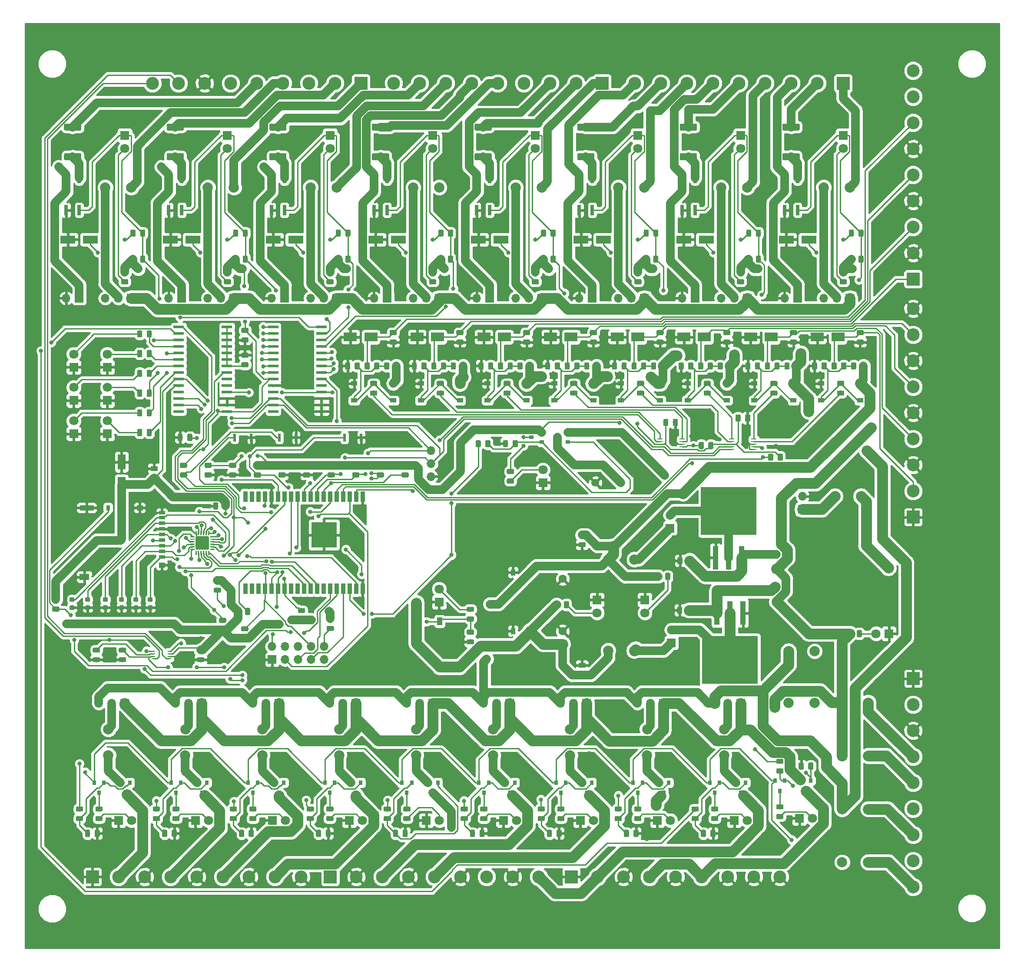
<source format=gbr>
G04 #@! TF.GenerationSoftware,KiCad,Pcbnew,(5.0.0)*
G04 #@! TF.CreationDate,2018-09-27T22:09:19+02:00*
G04 #@! TF.ProjectId,G3,47332E6B696361645F70636200000000,rev?*
G04 #@! TF.SameCoordinates,Original*
G04 #@! TF.FileFunction,Copper,L1,Top,Signal*
G04 #@! TF.FilePolarity,Positive*
%FSLAX46Y46*%
G04 Gerber Fmt 4.6, Leading zero omitted, Abs format (unit mm)*
G04 Created by KiCad (PCBNEW (5.0.0)) date 09/27/18 22:09:19*
%MOMM*%
%LPD*%
G01*
G04 APERTURE LIST*
G04 #@! TA.AperFunction,ComponentPad*
%ADD10O,1.700000X1.700000*%
G04 #@! TD*
G04 #@! TA.AperFunction,ComponentPad*
%ADD11R,1.700000X1.700000*%
G04 #@! TD*
G04 #@! TA.AperFunction,ComponentPad*
%ADD12C,1.800000*%
G04 #@! TD*
G04 #@! TA.AperFunction,ComponentPad*
%ADD13R,1.800000X1.800000*%
G04 #@! TD*
G04 #@! TA.AperFunction,SMDPad,CuDef*
%ADD14R,0.900000X2.000000*%
G04 #@! TD*
G04 #@! TA.AperFunction,SMDPad,CuDef*
%ADD15R,5.000000X5.000000*%
G04 #@! TD*
G04 #@! TA.AperFunction,Conductor*
%ADD16C,0.100000*%
G04 #@! TD*
G04 #@! TA.AperFunction,SMDPad,CuDef*
%ADD17C,0.975000*%
G04 #@! TD*
G04 #@! TA.AperFunction,SMDPad,CuDef*
%ADD18R,1.100000X1.500000*%
G04 #@! TD*
G04 #@! TA.AperFunction,SMDPad,CuDef*
%ADD19R,0.900000X0.800000*%
G04 #@! TD*
G04 #@! TA.AperFunction,ComponentPad*
%ADD20C,1.524000*%
G04 #@! TD*
G04 #@! TA.AperFunction,SMDPad,CuDef*
%ADD21C,0.875000*%
G04 #@! TD*
G04 #@! TA.AperFunction,SMDPad,CuDef*
%ADD22C,0.250000*%
G04 #@! TD*
G04 #@! TA.AperFunction,ViaPad*
%ADD23C,0.500000*%
G04 #@! TD*
G04 #@! TA.AperFunction,SMDPad,CuDef*
%ADD24C,2.600000*%
G04 #@! TD*
G04 #@! TA.AperFunction,SMDPad,CuDef*
%ADD25R,1.200000X0.700000*%
G04 #@! TD*
G04 #@! TA.AperFunction,SMDPad,CuDef*
%ADD26R,1.200000X1.000000*%
G04 #@! TD*
G04 #@! TA.AperFunction,SMDPad,CuDef*
%ADD27R,0.800000X1.000000*%
G04 #@! TD*
G04 #@! TA.AperFunction,SMDPad,CuDef*
%ADD28R,2.800000X1.000000*%
G04 #@! TD*
G04 #@! TA.AperFunction,SMDPad,CuDef*
%ADD29R,1.900000X1.300000*%
G04 #@! TD*
G04 #@! TA.AperFunction,SMDPad,CuDef*
%ADD30R,0.550000X1.500000*%
G04 #@! TD*
G04 #@! TA.AperFunction,SMDPad,CuDef*
%ADD31R,1.600000X3.000000*%
G04 #@! TD*
G04 #@! TA.AperFunction,SMDPad,CuDef*
%ADD32R,3.000000X1.600000*%
G04 #@! TD*
G04 #@! TA.AperFunction,ComponentPad*
%ADD33R,1.600000X1.600000*%
G04 #@! TD*
G04 #@! TA.AperFunction,ComponentPad*
%ADD34C,1.600000*%
G04 #@! TD*
G04 #@! TA.AperFunction,SMDPad,CuDef*
%ADD35R,2.500000X1.800000*%
G04 #@! TD*
G04 #@! TA.AperFunction,SMDPad,CuDef*
%ADD36R,1.200000X0.900000*%
G04 #@! TD*
G04 #@! TA.AperFunction,SMDPad,CuDef*
%ADD37R,0.900000X1.200000*%
G04 #@! TD*
G04 #@! TA.AperFunction,SMDPad,CuDef*
%ADD38R,1.100000X1.100000*%
G04 #@! TD*
G04 #@! TA.AperFunction,ComponentPad*
%ADD39C,2.000000*%
G04 #@! TD*
G04 #@! TA.AperFunction,SMDPad,CuDef*
%ADD40R,0.640000X2.000000*%
G04 #@! TD*
G04 #@! TA.AperFunction,SMDPad,CuDef*
%ADD41R,2.000000X0.600000*%
G04 #@! TD*
G04 #@! TA.AperFunction,SMDPad,CuDef*
%ADD42R,1.100000X0.250000*%
G04 #@! TD*
G04 #@! TA.AperFunction,SMDPad,CuDef*
%ADD43R,0.750000X0.250000*%
G04 #@! TD*
G04 #@! TA.AperFunction,SMDPad,CuDef*
%ADD44R,0.800000X0.900000*%
G04 #@! TD*
G04 #@! TA.AperFunction,SMDPad,CuDef*
%ADD45R,1.100000X4.600000*%
G04 #@! TD*
G04 #@! TA.AperFunction,SMDPad,CuDef*
%ADD46R,10.800000X9.400000*%
G04 #@! TD*
G04 #@! TA.AperFunction,ComponentPad*
%ADD47R,2.500000X2.500000*%
G04 #@! TD*
G04 #@! TA.AperFunction,ComponentPad*
%ADD48C,2.500000*%
G04 #@! TD*
G04 #@! TA.AperFunction,SMDPad,CuDef*
%ADD49C,1.350000*%
G04 #@! TD*
G04 #@! TA.AperFunction,ViaPad*
%ADD50C,0.800000*%
G04 #@! TD*
G04 #@! TA.AperFunction,Conductor*
%ADD51C,1.700000*%
G04 #@! TD*
G04 #@! TA.AperFunction,Conductor*
%ADD52C,0.250000*%
G04 #@! TD*
G04 #@! TA.AperFunction,Conductor*
%ADD53C,2.100000*%
G04 #@! TD*
G04 #@! TA.AperFunction,Conductor*
%ADD54C,0.254000*%
G04 #@! TD*
G04 APERTURE END LIST*
D10*
G04 #@! TO.P,J203,2*
G04 #@! TO.N,/Power/5V_PWR*
X144574914Y-109643540D03*
D11*
G04 #@! TO.P,J203,1*
G04 #@! TO.N,/Power/5V_PWR_after_switch*
X144574914Y-112183540D03*
G04 #@! TD*
G04 #@! TO.P,J202,1*
G04 #@! TO.N,/Power/3.3V_PWR_after_switch*
X144828914Y-134535540D03*
D10*
G04 #@! TO.P,J202,2*
G04 #@! TO.N,/Power/3.3V_PWR*
X144828914Y-131995540D03*
G04 #@! TD*
D12*
G04 #@! TO.P,D2301,2*
G04 #@! TO.N,Net-(D2301-Pad2)*
X144626022Y-169171694D03*
D13*
G04 #@! TO.P,D2301,1*
G04 #@! TO.N,GND*
X142086022Y-169171694D03*
G04 #@! TD*
G04 #@! TO.P,D2201,1*
G04 #@! TO.N,GND*
X127086022Y-169171694D03*
D12*
G04 #@! TO.P,D2201,2*
G04 #@! TO.N,Net-(D2201-Pad2)*
X129626022Y-169171694D03*
G04 #@! TD*
G04 #@! TO.P,D2101,2*
G04 #@! TO.N,Net-(D2101-Pad2)*
X114626022Y-169171694D03*
D13*
G04 #@! TO.P,D2101,1*
G04 #@! TO.N,GND*
X112086022Y-169171694D03*
G04 #@! TD*
G04 #@! TO.P,D1801,1*
G04 #@! TO.N,GND*
X67086022Y-169171694D03*
D12*
G04 #@! TO.P,D1801,2*
G04 #@! TO.N,Net-(D1801-Pad2)*
X69626022Y-169171694D03*
G04 #@! TD*
G04 #@! TO.P,D1901,2*
G04 #@! TO.N,Net-(D1901-Pad2)*
X84626022Y-169171694D03*
D13*
G04 #@! TO.P,D1901,1*
G04 #@! TO.N,GND*
X82086022Y-169171694D03*
G04 #@! TD*
G04 #@! TO.P,D1701,1*
G04 #@! TO.N,GND*
X52086022Y-169171694D03*
D12*
G04 #@! TO.P,D1701,2*
G04 #@! TO.N,Net-(D1701-Pad2)*
X54626022Y-169171694D03*
G04 #@! TD*
G04 #@! TO.P,D2001,2*
G04 #@! TO.N,Net-(D2001-Pad2)*
X99626022Y-169171694D03*
D13*
G04 #@! TO.P,D2001,1*
G04 #@! TO.N,GND*
X97086022Y-169171694D03*
G04 #@! TD*
G04 #@! TO.P,D2601,1*
G04 #@! TO.N,GND*
X157086022Y-169171694D03*
D12*
G04 #@! TO.P,D2601,2*
G04 #@! TO.N,Net-(D2601-Pad2)*
X159626022Y-169171694D03*
G04 #@! TD*
G04 #@! TO.P,D1601,2*
G04 #@! TO.N,Net-(D1601-Pad2)*
X39626022Y-169171694D03*
D13*
G04 #@! TO.P,D1601,1*
G04 #@! TO.N,GND*
X37086022Y-169171694D03*
G04 #@! TD*
G04 #@! TO.P,D2701,1*
G04 #@! TO.N,GND*
X169785881Y-168752507D03*
D12*
G04 #@! TO.P,D2701,2*
G04 #@! TO.N,Net-(D2701-Pad2)*
X172325881Y-168752507D03*
G04 #@! TD*
G04 #@! TO.P,D2901,2*
G04 #@! TO.N,Net-(D2901-Pad2)*
X138309881Y-38120507D03*
D13*
G04 #@! TO.P,D2901,1*
G04 #@! TO.N,DI3*
X138309881Y-35580507D03*
G04 #@! TD*
G04 #@! TO.P,D2401,1*
G04 #@! TO.N,GND*
X119802947Y-103330573D03*
D12*
G04 #@! TO.P,D2401,2*
G04 #@! TO.N,Net-(D2401-Pad2)*
X119802947Y-100790573D03*
G04 #@! TD*
G04 #@! TO.P,D401,2*
G04 #@! TO.N,Net-(D401-Pad2)*
X99575915Y-124048540D03*
D13*
G04 #@! TO.P,D401,1*
G04 #@! TO.N,GND*
X99575915Y-126588540D03*
G04 #@! TD*
G04 #@! TO.P,D3101,1*
G04 #@! TO.N,DI5*
X98309881Y-35580507D03*
D12*
G04 #@! TO.P,D3101,2*
G04 #@! TO.N,Net-(D3101-Pad2)*
X98309881Y-38120507D03*
G04 #@! TD*
G04 #@! TO.P,D3201,2*
G04 #@! TO.N,Net-(D3201-Pad2)*
X78309881Y-38120507D03*
D13*
G04 #@! TO.P,D3201,1*
G04 #@! TO.N,DI6*
X78309881Y-35580507D03*
G04 #@! TD*
G04 #@! TO.P,D3301,1*
G04 #@! TO.N,DI7*
X58309881Y-35580507D03*
D12*
G04 #@! TO.P,D3301,2*
G04 #@! TO.N,Net-(D3301-Pad2)*
X58309881Y-38120507D03*
G04 #@! TD*
G04 #@! TO.P,D3401,2*
G04 #@! TO.N,Net-(D3401-Pad2)*
X38309881Y-38120507D03*
D13*
G04 #@! TO.P,D3401,1*
G04 #@! TO.N,DI8*
X38309881Y-35580507D03*
G04 #@! TD*
G04 #@! TO.P,D1402,1*
G04 #@! TO.N,GND*
X28352000Y-80785539D03*
D12*
G04 #@! TO.P,D1402,2*
G04 #@! TO.N,Net-(D1402-Pad2)*
X28352000Y-78245539D03*
G04 #@! TD*
G04 #@! TO.P,D1403,2*
G04 #@! TO.N,Net-(D1403-Pad2)*
X28350915Y-91245539D03*
D13*
G04 #@! TO.P,D1403,1*
G04 #@! TO.N,GND*
X28350915Y-93785539D03*
G04 #@! TD*
G04 #@! TO.P,D1404,1*
G04 #@! TO.N,GND*
X34892000Y-80785000D03*
D12*
G04 #@! TO.P,D1404,2*
G04 #@! TO.N,Net-(D1404-Pad2)*
X34892000Y-78245000D03*
G04 #@! TD*
G04 #@! TO.P,D1405,2*
G04 #@! TO.N,Net-(D1405-Pad2)*
X28350915Y-84745539D03*
D13*
G04 #@! TO.P,D1405,1*
G04 #@! TO.N,GND*
X28350915Y-87285539D03*
G04 #@! TD*
G04 #@! TO.P,D1406,1*
G04 #@! TO.N,GND*
X34900915Y-93785539D03*
D12*
G04 #@! TO.P,D1406,2*
G04 #@! TO.N,Net-(D1406-Pad2)*
X34900915Y-91245539D03*
G04 #@! TD*
G04 #@! TO.P,D1501,2*
G04 #@! TO.N,Net-(D1501-Pad2)*
X178309881Y-38120507D03*
D13*
G04 #@! TO.P,D1501,1*
G04 #@! TO.N,DI1*
X178309881Y-35580507D03*
G04 #@! TD*
G04 #@! TO.P,D3001,1*
G04 #@! TO.N,DI4*
X118309881Y-35580507D03*
D12*
G04 #@! TO.P,D3001,2*
G04 #@! TO.N,Net-(D3001-Pad2)*
X118309881Y-38120507D03*
G04 #@! TD*
G04 #@! TO.P,D2801,2*
G04 #@! TO.N,Net-(D2801-Pad2)*
X158309881Y-38120507D03*
D13*
G04 #@! TO.P,D2801,1*
G04 #@! TO.N,DI2*
X158309881Y-35580507D03*
G04 #@! TD*
G04 #@! TO.P,D1401,1*
G04 #@! TO.N,GND*
X34900915Y-87285539D03*
D12*
G04 #@! TO.P,D1401,2*
G04 #@! TO.N,Net-(D1401-Pad2)*
X34900915Y-84745539D03*
G04 #@! TD*
D14*
G04 #@! TO.P,U301,1*
G04 #@! TO.N,GND*
X84647000Y-106012000D03*
G04 #@! TO.P,U301,2*
G04 #@! TO.N,+3V3*
X83377000Y-106012000D03*
G04 #@! TO.P,U301,3*
G04 #@! TO.N,/MCU/CH_Enable*
X82107000Y-106012000D03*
G04 #@! TO.P,U301,4*
G04 #@! TO.N,ANALOG_RDY_2*
X80837000Y-106012000D03*
G04 #@! TO.P,U301,5*
G04 #@! TO.N,ANALOG_RDY_1*
X79567000Y-106012000D03*
G04 #@! TO.P,U301,6*
G04 #@! TO.N,/MCU/Factory_reset*
X78297000Y-106012000D03*
G04 #@! TO.P,U301,7*
G04 #@! TO.N,DIA_Interrupt*
X77027000Y-106012000D03*
G04 #@! TO.P,U301,8*
G04 #@! TO.N,I2C_SDA*
X75757000Y-106012000D03*
G04 #@! TO.P,U301,9*
G04 #@! TO.N,I2C_SCL*
X74487000Y-106012000D03*
G04 #@! TO.P,U301,10*
G04 #@! TO.N,I2C_Reset*
X73217000Y-106012000D03*
G04 #@! TO.P,U301,11*
G04 #@! TO.N,Net-(U301-Pad11)*
X71947000Y-106012000D03*
G04 #@! TO.P,U301,12*
G04 #@! TO.N,Net-(U301-Pad12)*
X70677000Y-106012000D03*
G04 #@! TO.P,U301,13*
G04 #@! TO.N,SD_CLK*
X69407000Y-106012000D03*
G04 #@! TO.P,U301,14*
G04 #@! TO.N,SD_DATA2*
X68137000Y-106012000D03*
G04 #@! TO.P,U301,15*
G04 #@! TO.N,GND*
X66867000Y-106012000D03*
G04 #@! TO.P,U301,16*
G04 #@! TO.N,SD_DATA3*
X65597000Y-106012000D03*
G04 #@! TO.P,U301,17*
G04 #@! TO.N,Net-(U301-Pad17)*
X64327000Y-106012000D03*
G04 #@! TO.P,U301,18*
G04 #@! TO.N,Net-(U301-Pad18)*
X63057000Y-106012000D03*
G04 #@! TO.P,U301,19*
G04 #@! TO.N,Net-(U301-Pad19)*
X61787000Y-106012000D03*
G04 #@! TO.P,U301,20*
G04 #@! TO.N,Net-(U301-Pad20)*
X61787000Y-124022000D03*
G04 #@! TO.P,U301,21*
G04 #@! TO.N,Net-(U301-Pad21)*
X63057000Y-124022000D03*
G04 #@! TO.P,U301,22*
G04 #@! TO.N,Net-(U301-Pad22)*
X64327000Y-124022000D03*
G04 #@! TO.P,U301,23*
G04 #@! TO.N,SD_CMD*
X65597000Y-124022000D03*
G04 #@! TO.P,U301,24*
G04 #@! TO.N,SD_DATA0*
X66867000Y-124022000D03*
G04 #@! TO.P,U301,25*
G04 #@! TO.N,/MCU/Boot_option*
X68137000Y-124022000D03*
G04 #@! TO.P,U301,26*
G04 #@! TO.N,SD_DATA1*
X69407000Y-124022000D03*
G04 #@! TO.P,U301,27*
G04 #@! TO.N,Net-(U301-Pad27)*
X70677000Y-124022000D03*
G04 #@! TO.P,U301,28*
G04 #@! TO.N,Net-(U301-Pad28)*
X71947000Y-124022000D03*
G04 #@! TO.P,U301,29*
G04 #@! TO.N,SD_SPI_CS*
X73217000Y-124022000D03*
G04 #@! TO.P,U301,30*
G04 #@! TO.N,SD_SPI_CLK*
X74487000Y-124022000D03*
G04 #@! TO.P,U301,31*
G04 #@! TO.N,SD_SPI_MISO*
X75757000Y-124022000D03*
G04 #@! TO.P,U301,32*
G04 #@! TO.N,Net-(U301-Pad32)*
X77027000Y-124022000D03*
G04 #@! TO.P,U301,33*
G04 #@! TO.N,SD_CD*
X78297000Y-124022000D03*
G04 #@! TO.P,U301,34*
G04 #@! TO.N,/MCU/TDX*
X79567000Y-124022000D03*
G04 #@! TO.P,U301,35*
G04 #@! TO.N,/MCU/RDX*
X80837000Y-124022000D03*
G04 #@! TO.P,U301,36*
G04 #@! TO.N,SIREN_CTRL*
X82107000Y-124022000D03*
G04 #@! TO.P,U301,37*
G04 #@! TO.N,SD_SPI_MOSI*
X83377000Y-124022000D03*
G04 #@! TO.P,U301,38*
G04 #@! TO.N,GND*
X84647000Y-124022000D03*
D15*
G04 #@! TO.P,U301,39*
X77127000Y-113512000D03*
G04 #@! TD*
D16*
G04 #@! TO.N,Net-(R1405-Pad2)*
G04 #@! TO.C,R1405*
G36*
X43347142Y-77446174D02*
X43370803Y-77449684D01*
X43394007Y-77455496D01*
X43416529Y-77463554D01*
X43438153Y-77473782D01*
X43458670Y-77486079D01*
X43477883Y-77500329D01*
X43495607Y-77516393D01*
X43511671Y-77534117D01*
X43525921Y-77553330D01*
X43538218Y-77573847D01*
X43548446Y-77595471D01*
X43556504Y-77617993D01*
X43562316Y-77641197D01*
X43565826Y-77664858D01*
X43567000Y-77688750D01*
X43567000Y-78601250D01*
X43565826Y-78625142D01*
X43562316Y-78648803D01*
X43556504Y-78672007D01*
X43548446Y-78694529D01*
X43538218Y-78716153D01*
X43525921Y-78736670D01*
X43511671Y-78755883D01*
X43495607Y-78773607D01*
X43477883Y-78789671D01*
X43458670Y-78803921D01*
X43438153Y-78816218D01*
X43416529Y-78826446D01*
X43394007Y-78834504D01*
X43370803Y-78840316D01*
X43347142Y-78843826D01*
X43323250Y-78845000D01*
X42835750Y-78845000D01*
X42811858Y-78843826D01*
X42788197Y-78840316D01*
X42764993Y-78834504D01*
X42742471Y-78826446D01*
X42720847Y-78816218D01*
X42700330Y-78803921D01*
X42681117Y-78789671D01*
X42663393Y-78773607D01*
X42647329Y-78755883D01*
X42633079Y-78736670D01*
X42620782Y-78716153D01*
X42610554Y-78694529D01*
X42602496Y-78672007D01*
X42596684Y-78648803D01*
X42593174Y-78625142D01*
X42592000Y-78601250D01*
X42592000Y-77688750D01*
X42593174Y-77664858D01*
X42596684Y-77641197D01*
X42602496Y-77617993D01*
X42610554Y-77595471D01*
X42620782Y-77573847D01*
X42633079Y-77553330D01*
X42647329Y-77534117D01*
X42663393Y-77516393D01*
X42681117Y-77500329D01*
X42700330Y-77486079D01*
X42720847Y-77473782D01*
X42742471Y-77463554D01*
X42764993Y-77455496D01*
X42788197Y-77449684D01*
X42811858Y-77446174D01*
X42835750Y-77445000D01*
X43323250Y-77445000D01*
X43347142Y-77446174D01*
X43347142Y-77446174D01*
G37*
D17*
G04 #@! TD*
G04 #@! TO.P,R1405,2*
G04 #@! TO.N,Net-(R1405-Pad2)*
X43079500Y-78145000D03*
D16*
G04 #@! TO.N,Net-(D1404-Pad2)*
G04 #@! TO.C,R1405*
G36*
X41472142Y-77446174D02*
X41495803Y-77449684D01*
X41519007Y-77455496D01*
X41541529Y-77463554D01*
X41563153Y-77473782D01*
X41583670Y-77486079D01*
X41602883Y-77500329D01*
X41620607Y-77516393D01*
X41636671Y-77534117D01*
X41650921Y-77553330D01*
X41663218Y-77573847D01*
X41673446Y-77595471D01*
X41681504Y-77617993D01*
X41687316Y-77641197D01*
X41690826Y-77664858D01*
X41692000Y-77688750D01*
X41692000Y-78601250D01*
X41690826Y-78625142D01*
X41687316Y-78648803D01*
X41681504Y-78672007D01*
X41673446Y-78694529D01*
X41663218Y-78716153D01*
X41650921Y-78736670D01*
X41636671Y-78755883D01*
X41620607Y-78773607D01*
X41602883Y-78789671D01*
X41583670Y-78803921D01*
X41563153Y-78816218D01*
X41541529Y-78826446D01*
X41519007Y-78834504D01*
X41495803Y-78840316D01*
X41472142Y-78843826D01*
X41448250Y-78845000D01*
X40960750Y-78845000D01*
X40936858Y-78843826D01*
X40913197Y-78840316D01*
X40889993Y-78834504D01*
X40867471Y-78826446D01*
X40845847Y-78816218D01*
X40825330Y-78803921D01*
X40806117Y-78789671D01*
X40788393Y-78773607D01*
X40772329Y-78755883D01*
X40758079Y-78736670D01*
X40745782Y-78716153D01*
X40735554Y-78694529D01*
X40727496Y-78672007D01*
X40721684Y-78648803D01*
X40718174Y-78625142D01*
X40717000Y-78601250D01*
X40717000Y-77688750D01*
X40718174Y-77664858D01*
X40721684Y-77641197D01*
X40727496Y-77617993D01*
X40735554Y-77595471D01*
X40745782Y-77573847D01*
X40758079Y-77553330D01*
X40772329Y-77534117D01*
X40788393Y-77516393D01*
X40806117Y-77500329D01*
X40825330Y-77486079D01*
X40845847Y-77473782D01*
X40867471Y-77463554D01*
X40889993Y-77455496D01*
X40913197Y-77449684D01*
X40936858Y-77446174D01*
X40960750Y-77445000D01*
X41448250Y-77445000D01*
X41472142Y-77446174D01*
X41472142Y-77446174D01*
G37*
D17*
G04 #@! TD*
G04 #@! TO.P,R1405,1*
G04 #@! TO.N,Net-(D1404-Pad2)*
X41204500Y-78145000D03*
D16*
G04 #@! TO.N,Net-(D1406-Pad2)*
G04 #@! TO.C,R1407*
G36*
X41472142Y-92846174D02*
X41495803Y-92849684D01*
X41519007Y-92855496D01*
X41541529Y-92863554D01*
X41563153Y-92873782D01*
X41583670Y-92886079D01*
X41602883Y-92900329D01*
X41620607Y-92916393D01*
X41636671Y-92934117D01*
X41650921Y-92953330D01*
X41663218Y-92973847D01*
X41673446Y-92995471D01*
X41681504Y-93017993D01*
X41687316Y-93041197D01*
X41690826Y-93064858D01*
X41692000Y-93088750D01*
X41692000Y-94001250D01*
X41690826Y-94025142D01*
X41687316Y-94048803D01*
X41681504Y-94072007D01*
X41673446Y-94094529D01*
X41663218Y-94116153D01*
X41650921Y-94136670D01*
X41636671Y-94155883D01*
X41620607Y-94173607D01*
X41602883Y-94189671D01*
X41583670Y-94203921D01*
X41563153Y-94216218D01*
X41541529Y-94226446D01*
X41519007Y-94234504D01*
X41495803Y-94240316D01*
X41472142Y-94243826D01*
X41448250Y-94245000D01*
X40960750Y-94245000D01*
X40936858Y-94243826D01*
X40913197Y-94240316D01*
X40889993Y-94234504D01*
X40867471Y-94226446D01*
X40845847Y-94216218D01*
X40825330Y-94203921D01*
X40806117Y-94189671D01*
X40788393Y-94173607D01*
X40772329Y-94155883D01*
X40758079Y-94136670D01*
X40745782Y-94116153D01*
X40735554Y-94094529D01*
X40727496Y-94072007D01*
X40721684Y-94048803D01*
X40718174Y-94025142D01*
X40717000Y-94001250D01*
X40717000Y-93088750D01*
X40718174Y-93064858D01*
X40721684Y-93041197D01*
X40727496Y-93017993D01*
X40735554Y-92995471D01*
X40745782Y-92973847D01*
X40758079Y-92953330D01*
X40772329Y-92934117D01*
X40788393Y-92916393D01*
X40806117Y-92900329D01*
X40825330Y-92886079D01*
X40845847Y-92873782D01*
X40867471Y-92863554D01*
X40889993Y-92855496D01*
X40913197Y-92849684D01*
X40936858Y-92846174D01*
X40960750Y-92845000D01*
X41448250Y-92845000D01*
X41472142Y-92846174D01*
X41472142Y-92846174D01*
G37*
D17*
G04 #@! TD*
G04 #@! TO.P,R1407,1*
G04 #@! TO.N,Net-(D1406-Pad2)*
X41204500Y-93545000D03*
D16*
G04 #@! TO.N,Net-(R1407-Pad2)*
G04 #@! TO.C,R1407*
G36*
X43347142Y-92846174D02*
X43370803Y-92849684D01*
X43394007Y-92855496D01*
X43416529Y-92863554D01*
X43438153Y-92873782D01*
X43458670Y-92886079D01*
X43477883Y-92900329D01*
X43495607Y-92916393D01*
X43511671Y-92934117D01*
X43525921Y-92953330D01*
X43538218Y-92973847D01*
X43548446Y-92995471D01*
X43556504Y-93017993D01*
X43562316Y-93041197D01*
X43565826Y-93064858D01*
X43567000Y-93088750D01*
X43567000Y-94001250D01*
X43565826Y-94025142D01*
X43562316Y-94048803D01*
X43556504Y-94072007D01*
X43548446Y-94094529D01*
X43538218Y-94116153D01*
X43525921Y-94136670D01*
X43511671Y-94155883D01*
X43495607Y-94173607D01*
X43477883Y-94189671D01*
X43458670Y-94203921D01*
X43438153Y-94216218D01*
X43416529Y-94226446D01*
X43394007Y-94234504D01*
X43370803Y-94240316D01*
X43347142Y-94243826D01*
X43323250Y-94245000D01*
X42835750Y-94245000D01*
X42811858Y-94243826D01*
X42788197Y-94240316D01*
X42764993Y-94234504D01*
X42742471Y-94226446D01*
X42720847Y-94216218D01*
X42700330Y-94203921D01*
X42681117Y-94189671D01*
X42663393Y-94173607D01*
X42647329Y-94155883D01*
X42633079Y-94136670D01*
X42620782Y-94116153D01*
X42610554Y-94094529D01*
X42602496Y-94072007D01*
X42596684Y-94048803D01*
X42593174Y-94025142D01*
X42592000Y-94001250D01*
X42592000Y-93088750D01*
X42593174Y-93064858D01*
X42596684Y-93041197D01*
X42602496Y-93017993D01*
X42610554Y-92995471D01*
X42620782Y-92973847D01*
X42633079Y-92953330D01*
X42647329Y-92934117D01*
X42663393Y-92916393D01*
X42681117Y-92900329D01*
X42700330Y-92886079D01*
X42720847Y-92873782D01*
X42742471Y-92863554D01*
X42764993Y-92855496D01*
X42788197Y-92849684D01*
X42811858Y-92846174D01*
X42835750Y-92845000D01*
X43323250Y-92845000D01*
X43347142Y-92846174D01*
X43347142Y-92846174D01*
G37*
D17*
G04 #@! TD*
G04 #@! TO.P,R1407,2*
G04 #@! TO.N,Net-(R1407-Pad2)*
X43079500Y-93545000D03*
D16*
G04 #@! TO.N,Net-(R1406-Pad2)*
G04 #@! TO.C,R1406*
G36*
X43347142Y-81296174D02*
X43370803Y-81299684D01*
X43394007Y-81305496D01*
X43416529Y-81313554D01*
X43438153Y-81323782D01*
X43458670Y-81336079D01*
X43477883Y-81350329D01*
X43495607Y-81366393D01*
X43511671Y-81384117D01*
X43525921Y-81403330D01*
X43538218Y-81423847D01*
X43548446Y-81445471D01*
X43556504Y-81467993D01*
X43562316Y-81491197D01*
X43565826Y-81514858D01*
X43567000Y-81538750D01*
X43567000Y-82451250D01*
X43565826Y-82475142D01*
X43562316Y-82498803D01*
X43556504Y-82522007D01*
X43548446Y-82544529D01*
X43538218Y-82566153D01*
X43525921Y-82586670D01*
X43511671Y-82605883D01*
X43495607Y-82623607D01*
X43477883Y-82639671D01*
X43458670Y-82653921D01*
X43438153Y-82666218D01*
X43416529Y-82676446D01*
X43394007Y-82684504D01*
X43370803Y-82690316D01*
X43347142Y-82693826D01*
X43323250Y-82695000D01*
X42835750Y-82695000D01*
X42811858Y-82693826D01*
X42788197Y-82690316D01*
X42764993Y-82684504D01*
X42742471Y-82676446D01*
X42720847Y-82666218D01*
X42700330Y-82653921D01*
X42681117Y-82639671D01*
X42663393Y-82623607D01*
X42647329Y-82605883D01*
X42633079Y-82586670D01*
X42620782Y-82566153D01*
X42610554Y-82544529D01*
X42602496Y-82522007D01*
X42596684Y-82498803D01*
X42593174Y-82475142D01*
X42592000Y-82451250D01*
X42592000Y-81538750D01*
X42593174Y-81514858D01*
X42596684Y-81491197D01*
X42602496Y-81467993D01*
X42610554Y-81445471D01*
X42620782Y-81423847D01*
X42633079Y-81403330D01*
X42647329Y-81384117D01*
X42663393Y-81366393D01*
X42681117Y-81350329D01*
X42700330Y-81336079D01*
X42720847Y-81323782D01*
X42742471Y-81313554D01*
X42764993Y-81305496D01*
X42788197Y-81299684D01*
X42811858Y-81296174D01*
X42835750Y-81295000D01*
X43323250Y-81295000D01*
X43347142Y-81296174D01*
X43347142Y-81296174D01*
G37*
D17*
G04 #@! TD*
G04 #@! TO.P,R1406,2*
G04 #@! TO.N,Net-(R1406-Pad2)*
X43079500Y-81995000D03*
D16*
G04 #@! TO.N,Net-(D1405-Pad2)*
G04 #@! TO.C,R1406*
G36*
X41472142Y-81296174D02*
X41495803Y-81299684D01*
X41519007Y-81305496D01*
X41541529Y-81313554D01*
X41563153Y-81323782D01*
X41583670Y-81336079D01*
X41602883Y-81350329D01*
X41620607Y-81366393D01*
X41636671Y-81384117D01*
X41650921Y-81403330D01*
X41663218Y-81423847D01*
X41673446Y-81445471D01*
X41681504Y-81467993D01*
X41687316Y-81491197D01*
X41690826Y-81514858D01*
X41692000Y-81538750D01*
X41692000Y-82451250D01*
X41690826Y-82475142D01*
X41687316Y-82498803D01*
X41681504Y-82522007D01*
X41673446Y-82544529D01*
X41663218Y-82566153D01*
X41650921Y-82586670D01*
X41636671Y-82605883D01*
X41620607Y-82623607D01*
X41602883Y-82639671D01*
X41583670Y-82653921D01*
X41563153Y-82666218D01*
X41541529Y-82676446D01*
X41519007Y-82684504D01*
X41495803Y-82690316D01*
X41472142Y-82693826D01*
X41448250Y-82695000D01*
X40960750Y-82695000D01*
X40936858Y-82693826D01*
X40913197Y-82690316D01*
X40889993Y-82684504D01*
X40867471Y-82676446D01*
X40845847Y-82666218D01*
X40825330Y-82653921D01*
X40806117Y-82639671D01*
X40788393Y-82623607D01*
X40772329Y-82605883D01*
X40758079Y-82586670D01*
X40745782Y-82566153D01*
X40735554Y-82544529D01*
X40727496Y-82522007D01*
X40721684Y-82498803D01*
X40718174Y-82475142D01*
X40717000Y-82451250D01*
X40717000Y-81538750D01*
X40718174Y-81514858D01*
X40721684Y-81491197D01*
X40727496Y-81467993D01*
X40735554Y-81445471D01*
X40745782Y-81423847D01*
X40758079Y-81403330D01*
X40772329Y-81384117D01*
X40788393Y-81366393D01*
X40806117Y-81350329D01*
X40825330Y-81336079D01*
X40845847Y-81323782D01*
X40867471Y-81313554D01*
X40889993Y-81305496D01*
X40913197Y-81299684D01*
X40936858Y-81296174D01*
X40960750Y-81295000D01*
X41448250Y-81295000D01*
X41472142Y-81296174D01*
X41472142Y-81296174D01*
G37*
D17*
G04 #@! TD*
G04 #@! TO.P,R1406,1*
G04 #@! TO.N,Net-(D1405-Pad2)*
X41204500Y-81995000D03*
D16*
G04 #@! TO.N,Net-(D1403-Pad2)*
G04 #@! TO.C,R1404*
G36*
X41472142Y-88996174D02*
X41495803Y-88999684D01*
X41519007Y-89005496D01*
X41541529Y-89013554D01*
X41563153Y-89023782D01*
X41583670Y-89036079D01*
X41602883Y-89050329D01*
X41620607Y-89066393D01*
X41636671Y-89084117D01*
X41650921Y-89103330D01*
X41663218Y-89123847D01*
X41673446Y-89145471D01*
X41681504Y-89167993D01*
X41687316Y-89191197D01*
X41690826Y-89214858D01*
X41692000Y-89238750D01*
X41692000Y-90151250D01*
X41690826Y-90175142D01*
X41687316Y-90198803D01*
X41681504Y-90222007D01*
X41673446Y-90244529D01*
X41663218Y-90266153D01*
X41650921Y-90286670D01*
X41636671Y-90305883D01*
X41620607Y-90323607D01*
X41602883Y-90339671D01*
X41583670Y-90353921D01*
X41563153Y-90366218D01*
X41541529Y-90376446D01*
X41519007Y-90384504D01*
X41495803Y-90390316D01*
X41472142Y-90393826D01*
X41448250Y-90395000D01*
X40960750Y-90395000D01*
X40936858Y-90393826D01*
X40913197Y-90390316D01*
X40889993Y-90384504D01*
X40867471Y-90376446D01*
X40845847Y-90366218D01*
X40825330Y-90353921D01*
X40806117Y-90339671D01*
X40788393Y-90323607D01*
X40772329Y-90305883D01*
X40758079Y-90286670D01*
X40745782Y-90266153D01*
X40735554Y-90244529D01*
X40727496Y-90222007D01*
X40721684Y-90198803D01*
X40718174Y-90175142D01*
X40717000Y-90151250D01*
X40717000Y-89238750D01*
X40718174Y-89214858D01*
X40721684Y-89191197D01*
X40727496Y-89167993D01*
X40735554Y-89145471D01*
X40745782Y-89123847D01*
X40758079Y-89103330D01*
X40772329Y-89084117D01*
X40788393Y-89066393D01*
X40806117Y-89050329D01*
X40825330Y-89036079D01*
X40845847Y-89023782D01*
X40867471Y-89013554D01*
X40889993Y-89005496D01*
X40913197Y-88999684D01*
X40936858Y-88996174D01*
X40960750Y-88995000D01*
X41448250Y-88995000D01*
X41472142Y-88996174D01*
X41472142Y-88996174D01*
G37*
D17*
G04 #@! TD*
G04 #@! TO.P,R1404,1*
G04 #@! TO.N,Net-(D1403-Pad2)*
X41204500Y-89695000D03*
D16*
G04 #@! TO.N,Net-(R1404-Pad2)*
G04 #@! TO.C,R1404*
G36*
X43347142Y-88996174D02*
X43370803Y-88999684D01*
X43394007Y-89005496D01*
X43416529Y-89013554D01*
X43438153Y-89023782D01*
X43458670Y-89036079D01*
X43477883Y-89050329D01*
X43495607Y-89066393D01*
X43511671Y-89084117D01*
X43525921Y-89103330D01*
X43538218Y-89123847D01*
X43548446Y-89145471D01*
X43556504Y-89167993D01*
X43562316Y-89191197D01*
X43565826Y-89214858D01*
X43567000Y-89238750D01*
X43567000Y-90151250D01*
X43565826Y-90175142D01*
X43562316Y-90198803D01*
X43556504Y-90222007D01*
X43548446Y-90244529D01*
X43538218Y-90266153D01*
X43525921Y-90286670D01*
X43511671Y-90305883D01*
X43495607Y-90323607D01*
X43477883Y-90339671D01*
X43458670Y-90353921D01*
X43438153Y-90366218D01*
X43416529Y-90376446D01*
X43394007Y-90384504D01*
X43370803Y-90390316D01*
X43347142Y-90393826D01*
X43323250Y-90395000D01*
X42835750Y-90395000D01*
X42811858Y-90393826D01*
X42788197Y-90390316D01*
X42764993Y-90384504D01*
X42742471Y-90376446D01*
X42720847Y-90366218D01*
X42700330Y-90353921D01*
X42681117Y-90339671D01*
X42663393Y-90323607D01*
X42647329Y-90305883D01*
X42633079Y-90286670D01*
X42620782Y-90266153D01*
X42610554Y-90244529D01*
X42602496Y-90222007D01*
X42596684Y-90198803D01*
X42593174Y-90175142D01*
X42592000Y-90151250D01*
X42592000Y-89238750D01*
X42593174Y-89214858D01*
X42596684Y-89191197D01*
X42602496Y-89167993D01*
X42610554Y-89145471D01*
X42620782Y-89123847D01*
X42633079Y-89103330D01*
X42647329Y-89084117D01*
X42663393Y-89066393D01*
X42681117Y-89050329D01*
X42700330Y-89036079D01*
X42720847Y-89023782D01*
X42742471Y-89013554D01*
X42764993Y-89005496D01*
X42788197Y-88999684D01*
X42811858Y-88996174D01*
X42835750Y-88995000D01*
X43323250Y-88995000D01*
X43347142Y-88996174D01*
X43347142Y-88996174D01*
G37*
D17*
G04 #@! TD*
G04 #@! TO.P,R1404,2*
G04 #@! TO.N,Net-(R1404-Pad2)*
X43079500Y-89695000D03*
D16*
G04 #@! TO.N,Net-(R1403-Pad2)*
G04 #@! TO.C,R1403*
G36*
X43347142Y-73596174D02*
X43370803Y-73599684D01*
X43394007Y-73605496D01*
X43416529Y-73613554D01*
X43438153Y-73623782D01*
X43458670Y-73636079D01*
X43477883Y-73650329D01*
X43495607Y-73666393D01*
X43511671Y-73684117D01*
X43525921Y-73703330D01*
X43538218Y-73723847D01*
X43548446Y-73745471D01*
X43556504Y-73767993D01*
X43562316Y-73791197D01*
X43565826Y-73814858D01*
X43567000Y-73838750D01*
X43567000Y-74751250D01*
X43565826Y-74775142D01*
X43562316Y-74798803D01*
X43556504Y-74822007D01*
X43548446Y-74844529D01*
X43538218Y-74866153D01*
X43525921Y-74886670D01*
X43511671Y-74905883D01*
X43495607Y-74923607D01*
X43477883Y-74939671D01*
X43458670Y-74953921D01*
X43438153Y-74966218D01*
X43416529Y-74976446D01*
X43394007Y-74984504D01*
X43370803Y-74990316D01*
X43347142Y-74993826D01*
X43323250Y-74995000D01*
X42835750Y-74995000D01*
X42811858Y-74993826D01*
X42788197Y-74990316D01*
X42764993Y-74984504D01*
X42742471Y-74976446D01*
X42720847Y-74966218D01*
X42700330Y-74953921D01*
X42681117Y-74939671D01*
X42663393Y-74923607D01*
X42647329Y-74905883D01*
X42633079Y-74886670D01*
X42620782Y-74866153D01*
X42610554Y-74844529D01*
X42602496Y-74822007D01*
X42596684Y-74798803D01*
X42593174Y-74775142D01*
X42592000Y-74751250D01*
X42592000Y-73838750D01*
X42593174Y-73814858D01*
X42596684Y-73791197D01*
X42602496Y-73767993D01*
X42610554Y-73745471D01*
X42620782Y-73723847D01*
X42633079Y-73703330D01*
X42647329Y-73684117D01*
X42663393Y-73666393D01*
X42681117Y-73650329D01*
X42700330Y-73636079D01*
X42720847Y-73623782D01*
X42742471Y-73613554D01*
X42764993Y-73605496D01*
X42788197Y-73599684D01*
X42811858Y-73596174D01*
X42835750Y-73595000D01*
X43323250Y-73595000D01*
X43347142Y-73596174D01*
X43347142Y-73596174D01*
G37*
D17*
G04 #@! TD*
G04 #@! TO.P,R1403,2*
G04 #@! TO.N,Net-(R1403-Pad2)*
X43079500Y-74295000D03*
D16*
G04 #@! TO.N,Net-(D1402-Pad2)*
G04 #@! TO.C,R1403*
G36*
X41472142Y-73596174D02*
X41495803Y-73599684D01*
X41519007Y-73605496D01*
X41541529Y-73613554D01*
X41563153Y-73623782D01*
X41583670Y-73636079D01*
X41602883Y-73650329D01*
X41620607Y-73666393D01*
X41636671Y-73684117D01*
X41650921Y-73703330D01*
X41663218Y-73723847D01*
X41673446Y-73745471D01*
X41681504Y-73767993D01*
X41687316Y-73791197D01*
X41690826Y-73814858D01*
X41692000Y-73838750D01*
X41692000Y-74751250D01*
X41690826Y-74775142D01*
X41687316Y-74798803D01*
X41681504Y-74822007D01*
X41673446Y-74844529D01*
X41663218Y-74866153D01*
X41650921Y-74886670D01*
X41636671Y-74905883D01*
X41620607Y-74923607D01*
X41602883Y-74939671D01*
X41583670Y-74953921D01*
X41563153Y-74966218D01*
X41541529Y-74976446D01*
X41519007Y-74984504D01*
X41495803Y-74990316D01*
X41472142Y-74993826D01*
X41448250Y-74995000D01*
X40960750Y-74995000D01*
X40936858Y-74993826D01*
X40913197Y-74990316D01*
X40889993Y-74984504D01*
X40867471Y-74976446D01*
X40845847Y-74966218D01*
X40825330Y-74953921D01*
X40806117Y-74939671D01*
X40788393Y-74923607D01*
X40772329Y-74905883D01*
X40758079Y-74886670D01*
X40745782Y-74866153D01*
X40735554Y-74844529D01*
X40727496Y-74822007D01*
X40721684Y-74798803D01*
X40718174Y-74775142D01*
X40717000Y-74751250D01*
X40717000Y-73838750D01*
X40718174Y-73814858D01*
X40721684Y-73791197D01*
X40727496Y-73767993D01*
X40735554Y-73745471D01*
X40745782Y-73723847D01*
X40758079Y-73703330D01*
X40772329Y-73684117D01*
X40788393Y-73666393D01*
X40806117Y-73650329D01*
X40825330Y-73636079D01*
X40845847Y-73623782D01*
X40867471Y-73613554D01*
X40889993Y-73605496D01*
X40913197Y-73599684D01*
X40936858Y-73596174D01*
X40960750Y-73595000D01*
X41448250Y-73595000D01*
X41472142Y-73596174D01*
X41472142Y-73596174D01*
G37*
D17*
G04 #@! TD*
G04 #@! TO.P,R1403,1*
G04 #@! TO.N,Net-(D1402-Pad2)*
X41204500Y-74295000D03*
D16*
G04 #@! TO.N,Net-(D1401-Pad2)*
G04 #@! TO.C,R1401*
G36*
X41472142Y-85146174D02*
X41495803Y-85149684D01*
X41519007Y-85155496D01*
X41541529Y-85163554D01*
X41563153Y-85173782D01*
X41583670Y-85186079D01*
X41602883Y-85200329D01*
X41620607Y-85216393D01*
X41636671Y-85234117D01*
X41650921Y-85253330D01*
X41663218Y-85273847D01*
X41673446Y-85295471D01*
X41681504Y-85317993D01*
X41687316Y-85341197D01*
X41690826Y-85364858D01*
X41692000Y-85388750D01*
X41692000Y-86301250D01*
X41690826Y-86325142D01*
X41687316Y-86348803D01*
X41681504Y-86372007D01*
X41673446Y-86394529D01*
X41663218Y-86416153D01*
X41650921Y-86436670D01*
X41636671Y-86455883D01*
X41620607Y-86473607D01*
X41602883Y-86489671D01*
X41583670Y-86503921D01*
X41563153Y-86516218D01*
X41541529Y-86526446D01*
X41519007Y-86534504D01*
X41495803Y-86540316D01*
X41472142Y-86543826D01*
X41448250Y-86545000D01*
X40960750Y-86545000D01*
X40936858Y-86543826D01*
X40913197Y-86540316D01*
X40889993Y-86534504D01*
X40867471Y-86526446D01*
X40845847Y-86516218D01*
X40825330Y-86503921D01*
X40806117Y-86489671D01*
X40788393Y-86473607D01*
X40772329Y-86455883D01*
X40758079Y-86436670D01*
X40745782Y-86416153D01*
X40735554Y-86394529D01*
X40727496Y-86372007D01*
X40721684Y-86348803D01*
X40718174Y-86325142D01*
X40717000Y-86301250D01*
X40717000Y-85388750D01*
X40718174Y-85364858D01*
X40721684Y-85341197D01*
X40727496Y-85317993D01*
X40735554Y-85295471D01*
X40745782Y-85273847D01*
X40758079Y-85253330D01*
X40772329Y-85234117D01*
X40788393Y-85216393D01*
X40806117Y-85200329D01*
X40825330Y-85186079D01*
X40845847Y-85173782D01*
X40867471Y-85163554D01*
X40889993Y-85155496D01*
X40913197Y-85149684D01*
X40936858Y-85146174D01*
X40960750Y-85145000D01*
X41448250Y-85145000D01*
X41472142Y-85146174D01*
X41472142Y-85146174D01*
G37*
D17*
G04 #@! TD*
G04 #@! TO.P,R1401,1*
G04 #@! TO.N,Net-(D1401-Pad2)*
X41204500Y-85845000D03*
D16*
G04 #@! TO.N,Net-(R1401-Pad2)*
G04 #@! TO.C,R1401*
G36*
X43347142Y-85146174D02*
X43370803Y-85149684D01*
X43394007Y-85155496D01*
X43416529Y-85163554D01*
X43438153Y-85173782D01*
X43458670Y-85186079D01*
X43477883Y-85200329D01*
X43495607Y-85216393D01*
X43511671Y-85234117D01*
X43525921Y-85253330D01*
X43538218Y-85273847D01*
X43548446Y-85295471D01*
X43556504Y-85317993D01*
X43562316Y-85341197D01*
X43565826Y-85364858D01*
X43567000Y-85388750D01*
X43567000Y-86301250D01*
X43565826Y-86325142D01*
X43562316Y-86348803D01*
X43556504Y-86372007D01*
X43548446Y-86394529D01*
X43538218Y-86416153D01*
X43525921Y-86436670D01*
X43511671Y-86455883D01*
X43495607Y-86473607D01*
X43477883Y-86489671D01*
X43458670Y-86503921D01*
X43438153Y-86516218D01*
X43416529Y-86526446D01*
X43394007Y-86534504D01*
X43370803Y-86540316D01*
X43347142Y-86543826D01*
X43323250Y-86545000D01*
X42835750Y-86545000D01*
X42811858Y-86543826D01*
X42788197Y-86540316D01*
X42764993Y-86534504D01*
X42742471Y-86526446D01*
X42720847Y-86516218D01*
X42700330Y-86503921D01*
X42681117Y-86489671D01*
X42663393Y-86473607D01*
X42647329Y-86455883D01*
X42633079Y-86436670D01*
X42620782Y-86416153D01*
X42610554Y-86394529D01*
X42602496Y-86372007D01*
X42596684Y-86348803D01*
X42593174Y-86325142D01*
X42592000Y-86301250D01*
X42592000Y-85388750D01*
X42593174Y-85364858D01*
X42596684Y-85341197D01*
X42602496Y-85317993D01*
X42610554Y-85295471D01*
X42620782Y-85273847D01*
X42633079Y-85253330D01*
X42647329Y-85234117D01*
X42663393Y-85216393D01*
X42681117Y-85200329D01*
X42700330Y-85186079D01*
X42720847Y-85173782D01*
X42742471Y-85163554D01*
X42764993Y-85155496D01*
X42788197Y-85149684D01*
X42811858Y-85146174D01*
X42835750Y-85145000D01*
X43323250Y-85145000D01*
X43347142Y-85146174D01*
X43347142Y-85146174D01*
G37*
D17*
G04 #@! TD*
G04 #@! TO.P,R1401,2*
G04 #@! TO.N,Net-(R1401-Pad2)*
X43079500Y-85845000D03*
D16*
G04 #@! TO.N,SD_MODE*
G04 #@! TO.C,R407*
G36*
X106132056Y-131979714D02*
X106155717Y-131983224D01*
X106178921Y-131989036D01*
X106201443Y-131997094D01*
X106223067Y-132007322D01*
X106243584Y-132019619D01*
X106262797Y-132033869D01*
X106280521Y-132049933D01*
X106296585Y-132067657D01*
X106310835Y-132086870D01*
X106323132Y-132107387D01*
X106333360Y-132129011D01*
X106341418Y-132151533D01*
X106347230Y-132174737D01*
X106350740Y-132198398D01*
X106351914Y-132222290D01*
X106351914Y-132709790D01*
X106350740Y-132733682D01*
X106347230Y-132757343D01*
X106341418Y-132780547D01*
X106333360Y-132803069D01*
X106323132Y-132824693D01*
X106310835Y-132845210D01*
X106296585Y-132864423D01*
X106280521Y-132882147D01*
X106262797Y-132898211D01*
X106243584Y-132912461D01*
X106223067Y-132924758D01*
X106201443Y-132934986D01*
X106178921Y-132943044D01*
X106155717Y-132948856D01*
X106132056Y-132952366D01*
X106108164Y-132953540D01*
X105195664Y-132953540D01*
X105171772Y-132952366D01*
X105148111Y-132948856D01*
X105124907Y-132943044D01*
X105102385Y-132934986D01*
X105080761Y-132924758D01*
X105060244Y-132912461D01*
X105041031Y-132898211D01*
X105023307Y-132882147D01*
X105007243Y-132864423D01*
X104992993Y-132845210D01*
X104980696Y-132824693D01*
X104970468Y-132803069D01*
X104962410Y-132780547D01*
X104956598Y-132757343D01*
X104953088Y-132733682D01*
X104951914Y-132709790D01*
X104951914Y-132222290D01*
X104953088Y-132198398D01*
X104956598Y-132174737D01*
X104962410Y-132151533D01*
X104970468Y-132129011D01*
X104980696Y-132107387D01*
X104992993Y-132086870D01*
X105007243Y-132067657D01*
X105023307Y-132049933D01*
X105041031Y-132033869D01*
X105060244Y-132019619D01*
X105080761Y-132007322D01*
X105102385Y-131997094D01*
X105124907Y-131989036D01*
X105148111Y-131983224D01*
X105171772Y-131979714D01*
X105195664Y-131978540D01*
X106108164Y-131978540D01*
X106132056Y-131979714D01*
X106132056Y-131979714D01*
G37*
D17*
G04 #@! TD*
G04 #@! TO.P,R407,1*
G04 #@! TO.N,SD_MODE*
X105651914Y-132466040D03*
D16*
G04 #@! TO.N,GND*
G04 #@! TO.C,R407*
G36*
X106132056Y-133854714D02*
X106155717Y-133858224D01*
X106178921Y-133864036D01*
X106201443Y-133872094D01*
X106223067Y-133882322D01*
X106243584Y-133894619D01*
X106262797Y-133908869D01*
X106280521Y-133924933D01*
X106296585Y-133942657D01*
X106310835Y-133961870D01*
X106323132Y-133982387D01*
X106333360Y-134004011D01*
X106341418Y-134026533D01*
X106347230Y-134049737D01*
X106350740Y-134073398D01*
X106351914Y-134097290D01*
X106351914Y-134584790D01*
X106350740Y-134608682D01*
X106347230Y-134632343D01*
X106341418Y-134655547D01*
X106333360Y-134678069D01*
X106323132Y-134699693D01*
X106310835Y-134720210D01*
X106296585Y-134739423D01*
X106280521Y-134757147D01*
X106262797Y-134773211D01*
X106243584Y-134787461D01*
X106223067Y-134799758D01*
X106201443Y-134809986D01*
X106178921Y-134818044D01*
X106155717Y-134823856D01*
X106132056Y-134827366D01*
X106108164Y-134828540D01*
X105195664Y-134828540D01*
X105171772Y-134827366D01*
X105148111Y-134823856D01*
X105124907Y-134818044D01*
X105102385Y-134809986D01*
X105080761Y-134799758D01*
X105060244Y-134787461D01*
X105041031Y-134773211D01*
X105023307Y-134757147D01*
X105007243Y-134739423D01*
X104992993Y-134720210D01*
X104980696Y-134699693D01*
X104970468Y-134678069D01*
X104962410Y-134655547D01*
X104956598Y-134632343D01*
X104953088Y-134608682D01*
X104951914Y-134584790D01*
X104951914Y-134097290D01*
X104953088Y-134073398D01*
X104956598Y-134049737D01*
X104962410Y-134026533D01*
X104970468Y-134004011D01*
X104980696Y-133982387D01*
X104992993Y-133961870D01*
X105007243Y-133942657D01*
X105023307Y-133924933D01*
X105041031Y-133908869D01*
X105060244Y-133894619D01*
X105080761Y-133882322D01*
X105102385Y-133872094D01*
X105124907Y-133864036D01*
X105148111Y-133858224D01*
X105171772Y-133854714D01*
X105195664Y-133853540D01*
X106108164Y-133853540D01*
X106132056Y-133854714D01*
X106132056Y-133854714D01*
G37*
D17*
G04 #@! TD*
G04 #@! TO.P,R407,2*
G04 #@! TO.N,GND*
X105651914Y-134341040D03*
D16*
G04 #@! TO.N,Net-(D401-Pad2)*
G04 #@! TO.C,R408*
G36*
X106132056Y-127534714D02*
X106155717Y-127538224D01*
X106178921Y-127544036D01*
X106201443Y-127552094D01*
X106223067Y-127562322D01*
X106243584Y-127574619D01*
X106262797Y-127588869D01*
X106280521Y-127604933D01*
X106296585Y-127622657D01*
X106310835Y-127641870D01*
X106323132Y-127662387D01*
X106333360Y-127684011D01*
X106341418Y-127706533D01*
X106347230Y-127729737D01*
X106350740Y-127753398D01*
X106351914Y-127777290D01*
X106351914Y-128264790D01*
X106350740Y-128288682D01*
X106347230Y-128312343D01*
X106341418Y-128335547D01*
X106333360Y-128358069D01*
X106323132Y-128379693D01*
X106310835Y-128400210D01*
X106296585Y-128419423D01*
X106280521Y-128437147D01*
X106262797Y-128453211D01*
X106243584Y-128467461D01*
X106223067Y-128479758D01*
X106201443Y-128489986D01*
X106178921Y-128498044D01*
X106155717Y-128503856D01*
X106132056Y-128507366D01*
X106108164Y-128508540D01*
X105195664Y-128508540D01*
X105171772Y-128507366D01*
X105148111Y-128503856D01*
X105124907Y-128498044D01*
X105102385Y-128489986D01*
X105080761Y-128479758D01*
X105060244Y-128467461D01*
X105041031Y-128453211D01*
X105023307Y-128437147D01*
X105007243Y-128419423D01*
X104992993Y-128400210D01*
X104980696Y-128379693D01*
X104970468Y-128358069D01*
X104962410Y-128335547D01*
X104956598Y-128312343D01*
X104953088Y-128288682D01*
X104951914Y-128264790D01*
X104951914Y-127777290D01*
X104953088Y-127753398D01*
X104956598Y-127729737D01*
X104962410Y-127706533D01*
X104970468Y-127684011D01*
X104980696Y-127662387D01*
X104992993Y-127641870D01*
X105007243Y-127622657D01*
X105023307Y-127604933D01*
X105041031Y-127588869D01*
X105060244Y-127574619D01*
X105080761Y-127562322D01*
X105102385Y-127552094D01*
X105124907Y-127544036D01*
X105148111Y-127538224D01*
X105171772Y-127534714D01*
X105195664Y-127533540D01*
X106108164Y-127533540D01*
X106132056Y-127534714D01*
X106132056Y-127534714D01*
G37*
D17*
G04 #@! TD*
G04 #@! TO.P,R408,1*
G04 #@! TO.N,Net-(D401-Pad2)*
X105651914Y-128021040D03*
D16*
G04 #@! TO.N,SD_MODE*
G04 #@! TO.C,R408*
G36*
X106132056Y-129409714D02*
X106155717Y-129413224D01*
X106178921Y-129419036D01*
X106201443Y-129427094D01*
X106223067Y-129437322D01*
X106243584Y-129449619D01*
X106262797Y-129463869D01*
X106280521Y-129479933D01*
X106296585Y-129497657D01*
X106310835Y-129516870D01*
X106323132Y-129537387D01*
X106333360Y-129559011D01*
X106341418Y-129581533D01*
X106347230Y-129604737D01*
X106350740Y-129628398D01*
X106351914Y-129652290D01*
X106351914Y-130139790D01*
X106350740Y-130163682D01*
X106347230Y-130187343D01*
X106341418Y-130210547D01*
X106333360Y-130233069D01*
X106323132Y-130254693D01*
X106310835Y-130275210D01*
X106296585Y-130294423D01*
X106280521Y-130312147D01*
X106262797Y-130328211D01*
X106243584Y-130342461D01*
X106223067Y-130354758D01*
X106201443Y-130364986D01*
X106178921Y-130373044D01*
X106155717Y-130378856D01*
X106132056Y-130382366D01*
X106108164Y-130383540D01*
X105195664Y-130383540D01*
X105171772Y-130382366D01*
X105148111Y-130378856D01*
X105124907Y-130373044D01*
X105102385Y-130364986D01*
X105080761Y-130354758D01*
X105060244Y-130342461D01*
X105041031Y-130328211D01*
X105023307Y-130312147D01*
X105007243Y-130294423D01*
X104992993Y-130275210D01*
X104980696Y-130254693D01*
X104970468Y-130233069D01*
X104962410Y-130210547D01*
X104956598Y-130187343D01*
X104953088Y-130163682D01*
X104951914Y-130139790D01*
X104951914Y-129652290D01*
X104953088Y-129628398D01*
X104956598Y-129604737D01*
X104962410Y-129581533D01*
X104970468Y-129559011D01*
X104980696Y-129537387D01*
X104992993Y-129516870D01*
X105007243Y-129497657D01*
X105023307Y-129479933D01*
X105041031Y-129463869D01*
X105060244Y-129449619D01*
X105080761Y-129437322D01*
X105102385Y-129427094D01*
X105124907Y-129419036D01*
X105148111Y-129413224D01*
X105171772Y-129409714D01*
X105195664Y-129408540D01*
X106108164Y-129408540D01*
X106132056Y-129409714D01*
X106132056Y-129409714D01*
G37*
D17*
G04 #@! TD*
G04 #@! TO.P,R408,2*
G04 #@! TO.N,SD_MODE*
X105651914Y-129896040D03*
D18*
G04 #@! TO.P,SW401,1*
G04 #@! TO.N,+3V3*
X99682914Y-139250540D03*
G04 #@! TO.P,SW401,2*
G04 #@! TO.N,SD_MODE*
X99682914Y-130350540D03*
G04 #@! TD*
D19*
G04 #@! TO.P,Q2402,1*
G04 #@! TO.N,Net-(Q2401-Pad1)*
X119532947Y-95390573D03*
G04 #@! TO.P,Q2402,2*
G04 #@! TO.N,+3V3*
X119532947Y-93490573D03*
G04 #@! TO.P,Q2402,3*
G04 #@! TO.N,Net-(Q2402-Pad3)*
X117532947Y-94440573D03*
G04 #@! TD*
G04 #@! TO.P,Q2401,3*
G04 #@! TO.N,/DigitalIO/Internal siren/Output*
X122612947Y-94440573D03*
G04 #@! TO.P,Q2401,2*
G04 #@! TO.N,+5V*
X124612947Y-93490573D03*
G04 #@! TO.P,Q2401,1*
G04 #@! TO.N,Net-(Q2401-Pad1)*
X124612947Y-95390573D03*
G04 #@! TD*
D20*
G04 #@! TO.P,BZ1401,2*
G04 #@! TO.N,GND*
X130002947Y-103330573D03*
G04 #@! TO.P,BZ1401,1*
G04 #@! TO.N,/DigitalIO/Internal siren/Output*
X135002947Y-103330573D03*
G04 #@! TD*
D16*
G04 #@! TO.N,Net-(Q2402-Pad3)*
G04 #@! TO.C,R2403*
G36*
X113933089Y-100636747D02*
X113956750Y-100640257D01*
X113979954Y-100646069D01*
X114002476Y-100654127D01*
X114024100Y-100664355D01*
X114044617Y-100676652D01*
X114063830Y-100690902D01*
X114081554Y-100706966D01*
X114097618Y-100724690D01*
X114111868Y-100743903D01*
X114124165Y-100764420D01*
X114134393Y-100786044D01*
X114142451Y-100808566D01*
X114148263Y-100831770D01*
X114151773Y-100855431D01*
X114152947Y-100879323D01*
X114152947Y-101366823D01*
X114151773Y-101390715D01*
X114148263Y-101414376D01*
X114142451Y-101437580D01*
X114134393Y-101460102D01*
X114124165Y-101481726D01*
X114111868Y-101502243D01*
X114097618Y-101521456D01*
X114081554Y-101539180D01*
X114063830Y-101555244D01*
X114044617Y-101569494D01*
X114024100Y-101581791D01*
X114002476Y-101592019D01*
X113979954Y-101600077D01*
X113956750Y-101605889D01*
X113933089Y-101609399D01*
X113909197Y-101610573D01*
X112996697Y-101610573D01*
X112972805Y-101609399D01*
X112949144Y-101605889D01*
X112925940Y-101600077D01*
X112903418Y-101592019D01*
X112881794Y-101581791D01*
X112861277Y-101569494D01*
X112842064Y-101555244D01*
X112824340Y-101539180D01*
X112808276Y-101521456D01*
X112794026Y-101502243D01*
X112781729Y-101481726D01*
X112771501Y-101460102D01*
X112763443Y-101437580D01*
X112757631Y-101414376D01*
X112754121Y-101390715D01*
X112752947Y-101366823D01*
X112752947Y-100879323D01*
X112754121Y-100855431D01*
X112757631Y-100831770D01*
X112763443Y-100808566D01*
X112771501Y-100786044D01*
X112781729Y-100764420D01*
X112794026Y-100743903D01*
X112808276Y-100724690D01*
X112824340Y-100706966D01*
X112842064Y-100690902D01*
X112861277Y-100676652D01*
X112881794Y-100664355D01*
X112903418Y-100654127D01*
X112925940Y-100646069D01*
X112949144Y-100640257D01*
X112972805Y-100636747D01*
X112996697Y-100635573D01*
X113909197Y-100635573D01*
X113933089Y-100636747D01*
X113933089Y-100636747D01*
G37*
D17*
G04 #@! TD*
G04 #@! TO.P,R2403,2*
G04 #@! TO.N,Net-(Q2402-Pad3)*
X113452947Y-101123073D03*
D16*
G04 #@! TO.N,Net-(D2401-Pad2)*
G04 #@! TO.C,R2403*
G36*
X113933089Y-102511747D02*
X113956750Y-102515257D01*
X113979954Y-102521069D01*
X114002476Y-102529127D01*
X114024100Y-102539355D01*
X114044617Y-102551652D01*
X114063830Y-102565902D01*
X114081554Y-102581966D01*
X114097618Y-102599690D01*
X114111868Y-102618903D01*
X114124165Y-102639420D01*
X114134393Y-102661044D01*
X114142451Y-102683566D01*
X114148263Y-102706770D01*
X114151773Y-102730431D01*
X114152947Y-102754323D01*
X114152947Y-103241823D01*
X114151773Y-103265715D01*
X114148263Y-103289376D01*
X114142451Y-103312580D01*
X114134393Y-103335102D01*
X114124165Y-103356726D01*
X114111868Y-103377243D01*
X114097618Y-103396456D01*
X114081554Y-103414180D01*
X114063830Y-103430244D01*
X114044617Y-103444494D01*
X114024100Y-103456791D01*
X114002476Y-103467019D01*
X113979954Y-103475077D01*
X113956750Y-103480889D01*
X113933089Y-103484399D01*
X113909197Y-103485573D01*
X112996697Y-103485573D01*
X112972805Y-103484399D01*
X112949144Y-103480889D01*
X112925940Y-103475077D01*
X112903418Y-103467019D01*
X112881794Y-103456791D01*
X112861277Y-103444494D01*
X112842064Y-103430244D01*
X112824340Y-103414180D01*
X112808276Y-103396456D01*
X112794026Y-103377243D01*
X112781729Y-103356726D01*
X112771501Y-103335102D01*
X112763443Y-103312580D01*
X112757631Y-103289376D01*
X112754121Y-103265715D01*
X112752947Y-103241823D01*
X112752947Y-102754323D01*
X112754121Y-102730431D01*
X112757631Y-102706770D01*
X112763443Y-102683566D01*
X112771501Y-102661044D01*
X112781729Y-102639420D01*
X112794026Y-102618903D01*
X112808276Y-102599690D01*
X112824340Y-102581966D01*
X112842064Y-102565902D01*
X112861277Y-102551652D01*
X112881794Y-102539355D01*
X112903418Y-102529127D01*
X112925940Y-102521069D01*
X112949144Y-102515257D01*
X112972805Y-102511747D01*
X112996697Y-102510573D01*
X113909197Y-102510573D01*
X113933089Y-102511747D01*
X113933089Y-102511747D01*
G37*
D17*
G04 #@! TD*
G04 #@! TO.P,R2403,1*
G04 #@! TO.N,Net-(D2401-Pad2)*
X113452947Y-102998073D03*
D16*
G04 #@! TO.N,GND*
G04 #@! TO.C,R2402*
G36*
X112783089Y-95011747D02*
X112806750Y-95015257D01*
X112829954Y-95021069D01*
X112852476Y-95029127D01*
X112874100Y-95039355D01*
X112894617Y-95051652D01*
X112913830Y-95065902D01*
X112931554Y-95081966D01*
X112947618Y-95099690D01*
X112961868Y-95118903D01*
X112974165Y-95139420D01*
X112984393Y-95161044D01*
X112992451Y-95183566D01*
X112998263Y-95206770D01*
X113001773Y-95230431D01*
X113002947Y-95254323D01*
X113002947Y-96166823D01*
X113001773Y-96190715D01*
X112998263Y-96214376D01*
X112992451Y-96237580D01*
X112984393Y-96260102D01*
X112974165Y-96281726D01*
X112961868Y-96302243D01*
X112947618Y-96321456D01*
X112931554Y-96339180D01*
X112913830Y-96355244D01*
X112894617Y-96369494D01*
X112874100Y-96381791D01*
X112852476Y-96392019D01*
X112829954Y-96400077D01*
X112806750Y-96405889D01*
X112783089Y-96409399D01*
X112759197Y-96410573D01*
X112271697Y-96410573D01*
X112247805Y-96409399D01*
X112224144Y-96405889D01*
X112200940Y-96400077D01*
X112178418Y-96392019D01*
X112156794Y-96381791D01*
X112136277Y-96369494D01*
X112117064Y-96355244D01*
X112099340Y-96339180D01*
X112083276Y-96321456D01*
X112069026Y-96302243D01*
X112056729Y-96281726D01*
X112046501Y-96260102D01*
X112038443Y-96237580D01*
X112032631Y-96214376D01*
X112029121Y-96190715D01*
X112027947Y-96166823D01*
X112027947Y-95254323D01*
X112029121Y-95230431D01*
X112032631Y-95206770D01*
X112038443Y-95183566D01*
X112046501Y-95161044D01*
X112056729Y-95139420D01*
X112069026Y-95118903D01*
X112083276Y-95099690D01*
X112099340Y-95081966D01*
X112117064Y-95065902D01*
X112136277Y-95051652D01*
X112156794Y-95039355D01*
X112178418Y-95029127D01*
X112200940Y-95021069D01*
X112224144Y-95015257D01*
X112247805Y-95011747D01*
X112271697Y-95010573D01*
X112759197Y-95010573D01*
X112783089Y-95011747D01*
X112783089Y-95011747D01*
G37*
D17*
G04 #@! TD*
G04 #@! TO.P,R2402,1*
G04 #@! TO.N,GND*
X112515447Y-95710573D03*
D16*
G04 #@! TO.N,Net-(Q2401-Pad1)*
G04 #@! TO.C,R2402*
G36*
X114658089Y-95011747D02*
X114681750Y-95015257D01*
X114704954Y-95021069D01*
X114727476Y-95029127D01*
X114749100Y-95039355D01*
X114769617Y-95051652D01*
X114788830Y-95065902D01*
X114806554Y-95081966D01*
X114822618Y-95099690D01*
X114836868Y-95118903D01*
X114849165Y-95139420D01*
X114859393Y-95161044D01*
X114867451Y-95183566D01*
X114873263Y-95206770D01*
X114876773Y-95230431D01*
X114877947Y-95254323D01*
X114877947Y-96166823D01*
X114876773Y-96190715D01*
X114873263Y-96214376D01*
X114867451Y-96237580D01*
X114859393Y-96260102D01*
X114849165Y-96281726D01*
X114836868Y-96302243D01*
X114822618Y-96321456D01*
X114806554Y-96339180D01*
X114788830Y-96355244D01*
X114769617Y-96369494D01*
X114749100Y-96381791D01*
X114727476Y-96392019D01*
X114704954Y-96400077D01*
X114681750Y-96405889D01*
X114658089Y-96409399D01*
X114634197Y-96410573D01*
X114146697Y-96410573D01*
X114122805Y-96409399D01*
X114099144Y-96405889D01*
X114075940Y-96400077D01*
X114053418Y-96392019D01*
X114031794Y-96381791D01*
X114011277Y-96369494D01*
X113992064Y-96355244D01*
X113974340Y-96339180D01*
X113958276Y-96321456D01*
X113944026Y-96302243D01*
X113931729Y-96281726D01*
X113921501Y-96260102D01*
X113913443Y-96237580D01*
X113907631Y-96214376D01*
X113904121Y-96190715D01*
X113902947Y-96166823D01*
X113902947Y-95254323D01*
X113904121Y-95230431D01*
X113907631Y-95206770D01*
X113913443Y-95183566D01*
X113921501Y-95161044D01*
X113931729Y-95139420D01*
X113944026Y-95118903D01*
X113958276Y-95099690D01*
X113974340Y-95081966D01*
X113992064Y-95065902D01*
X114011277Y-95051652D01*
X114031794Y-95039355D01*
X114053418Y-95029127D01*
X114075940Y-95021069D01*
X114099144Y-95015257D01*
X114122805Y-95011747D01*
X114146697Y-95010573D01*
X114634197Y-95010573D01*
X114658089Y-95011747D01*
X114658089Y-95011747D01*
G37*
D17*
G04 #@! TD*
G04 #@! TO.P,R2402,2*
G04 #@! TO.N,Net-(Q2401-Pad1)*
X114390447Y-95710573D03*
D16*
G04 #@! TO.N,SIREN_CTRL*
G04 #@! TO.C,R2401*
G36*
X107456056Y-95011747D02*
X107479717Y-95015257D01*
X107502921Y-95021069D01*
X107525443Y-95029127D01*
X107547067Y-95039355D01*
X107567584Y-95051652D01*
X107586797Y-95065902D01*
X107604521Y-95081966D01*
X107620585Y-95099690D01*
X107634835Y-95118903D01*
X107647132Y-95139420D01*
X107657360Y-95161044D01*
X107665418Y-95183566D01*
X107671230Y-95206770D01*
X107674740Y-95230431D01*
X107675914Y-95254323D01*
X107675914Y-96166823D01*
X107674740Y-96190715D01*
X107671230Y-96214376D01*
X107665418Y-96237580D01*
X107657360Y-96260102D01*
X107647132Y-96281726D01*
X107634835Y-96302243D01*
X107620585Y-96321456D01*
X107604521Y-96339180D01*
X107586797Y-96355244D01*
X107567584Y-96369494D01*
X107547067Y-96381791D01*
X107525443Y-96392019D01*
X107502921Y-96400077D01*
X107479717Y-96405889D01*
X107456056Y-96409399D01*
X107432164Y-96410573D01*
X106944664Y-96410573D01*
X106920772Y-96409399D01*
X106897111Y-96405889D01*
X106873907Y-96400077D01*
X106851385Y-96392019D01*
X106829761Y-96381791D01*
X106809244Y-96369494D01*
X106790031Y-96355244D01*
X106772307Y-96339180D01*
X106756243Y-96321456D01*
X106741993Y-96302243D01*
X106729696Y-96281726D01*
X106719468Y-96260102D01*
X106711410Y-96237580D01*
X106705598Y-96214376D01*
X106702088Y-96190715D01*
X106700914Y-96166823D01*
X106700914Y-95254323D01*
X106702088Y-95230431D01*
X106705598Y-95206770D01*
X106711410Y-95183566D01*
X106719468Y-95161044D01*
X106729696Y-95139420D01*
X106741993Y-95118903D01*
X106756243Y-95099690D01*
X106772307Y-95081966D01*
X106790031Y-95065902D01*
X106809244Y-95051652D01*
X106829761Y-95039355D01*
X106851385Y-95029127D01*
X106873907Y-95021069D01*
X106897111Y-95015257D01*
X106920772Y-95011747D01*
X106944664Y-95010573D01*
X107432164Y-95010573D01*
X107456056Y-95011747D01*
X107456056Y-95011747D01*
G37*
D17*
G04 #@! TD*
G04 #@! TO.P,R2401,2*
G04 #@! TO.N,SIREN_CTRL*
X107188414Y-95710573D03*
D16*
G04 #@! TO.N,Net-(Q2401-Pad1)*
G04 #@! TO.C,R2401*
G36*
X109331056Y-95011747D02*
X109354717Y-95015257D01*
X109377921Y-95021069D01*
X109400443Y-95029127D01*
X109422067Y-95039355D01*
X109442584Y-95051652D01*
X109461797Y-95065902D01*
X109479521Y-95081966D01*
X109495585Y-95099690D01*
X109509835Y-95118903D01*
X109522132Y-95139420D01*
X109532360Y-95161044D01*
X109540418Y-95183566D01*
X109546230Y-95206770D01*
X109549740Y-95230431D01*
X109550914Y-95254323D01*
X109550914Y-96166823D01*
X109549740Y-96190715D01*
X109546230Y-96214376D01*
X109540418Y-96237580D01*
X109532360Y-96260102D01*
X109522132Y-96281726D01*
X109509835Y-96302243D01*
X109495585Y-96321456D01*
X109479521Y-96339180D01*
X109461797Y-96355244D01*
X109442584Y-96369494D01*
X109422067Y-96381791D01*
X109400443Y-96392019D01*
X109377921Y-96400077D01*
X109354717Y-96405889D01*
X109331056Y-96409399D01*
X109307164Y-96410573D01*
X108819664Y-96410573D01*
X108795772Y-96409399D01*
X108772111Y-96405889D01*
X108748907Y-96400077D01*
X108726385Y-96392019D01*
X108704761Y-96381791D01*
X108684244Y-96369494D01*
X108665031Y-96355244D01*
X108647307Y-96339180D01*
X108631243Y-96321456D01*
X108616993Y-96302243D01*
X108604696Y-96281726D01*
X108594468Y-96260102D01*
X108586410Y-96237580D01*
X108580598Y-96214376D01*
X108577088Y-96190715D01*
X108575914Y-96166823D01*
X108575914Y-95254323D01*
X108577088Y-95230431D01*
X108580598Y-95206770D01*
X108586410Y-95183566D01*
X108594468Y-95161044D01*
X108604696Y-95139420D01*
X108616993Y-95118903D01*
X108631243Y-95099690D01*
X108647307Y-95081966D01*
X108665031Y-95065902D01*
X108684244Y-95051652D01*
X108704761Y-95039355D01*
X108726385Y-95029127D01*
X108748907Y-95021069D01*
X108772111Y-95015257D01*
X108795772Y-95011747D01*
X108819664Y-95010573D01*
X109307164Y-95010573D01*
X109331056Y-95011747D01*
X109331056Y-95011747D01*
G37*
D17*
G04 #@! TD*
G04 #@! TO.P,R2401,1*
G04 #@! TO.N,Net-(Q2401-Pad1)*
X109063414Y-95710573D03*
D16*
G04 #@! TO.N,/MCU/SDCard/SD_MMC_CLK*
G04 #@! TO.C,D405*
G36*
X34783605Y-125672593D02*
X34804840Y-125675743D01*
X34825664Y-125680959D01*
X34845876Y-125688191D01*
X34865282Y-125697370D01*
X34883695Y-125708406D01*
X34900938Y-125721194D01*
X34916844Y-125735610D01*
X34931260Y-125751516D01*
X34944048Y-125768759D01*
X34955084Y-125787172D01*
X34964263Y-125806578D01*
X34971495Y-125826790D01*
X34976711Y-125847614D01*
X34979861Y-125868849D01*
X34980914Y-125890290D01*
X34980914Y-126327790D01*
X34979861Y-126349231D01*
X34976711Y-126370466D01*
X34971495Y-126391290D01*
X34964263Y-126411502D01*
X34955084Y-126430908D01*
X34944048Y-126449321D01*
X34931260Y-126466564D01*
X34916844Y-126482470D01*
X34900938Y-126496886D01*
X34883695Y-126509674D01*
X34865282Y-126520710D01*
X34845876Y-126529889D01*
X34825664Y-126537121D01*
X34804840Y-126542337D01*
X34783605Y-126545487D01*
X34762164Y-126546540D01*
X34249664Y-126546540D01*
X34228223Y-126545487D01*
X34206988Y-126542337D01*
X34186164Y-126537121D01*
X34165952Y-126529889D01*
X34146546Y-126520710D01*
X34128133Y-126509674D01*
X34110890Y-126496886D01*
X34094984Y-126482470D01*
X34080568Y-126466564D01*
X34067780Y-126449321D01*
X34056744Y-126430908D01*
X34047565Y-126411502D01*
X34040333Y-126391290D01*
X34035117Y-126370466D01*
X34031967Y-126349231D01*
X34030914Y-126327790D01*
X34030914Y-125890290D01*
X34031967Y-125868849D01*
X34035117Y-125847614D01*
X34040333Y-125826790D01*
X34047565Y-125806578D01*
X34056744Y-125787172D01*
X34067780Y-125768759D01*
X34080568Y-125751516D01*
X34094984Y-125735610D01*
X34110890Y-125721194D01*
X34128133Y-125708406D01*
X34146546Y-125697370D01*
X34165952Y-125688191D01*
X34186164Y-125680959D01*
X34206988Y-125675743D01*
X34228223Y-125672593D01*
X34249664Y-125671540D01*
X34762164Y-125671540D01*
X34783605Y-125672593D01*
X34783605Y-125672593D01*
G37*
D21*
G04 #@! TD*
G04 #@! TO.P,D405,1*
G04 #@! TO.N,/MCU/SDCard/SD_MMC_CLK*
X34505914Y-126109040D03*
D16*
G04 #@! TO.N,GND*
G04 #@! TO.C,D405*
G36*
X34783605Y-127247593D02*
X34804840Y-127250743D01*
X34825664Y-127255959D01*
X34845876Y-127263191D01*
X34865282Y-127272370D01*
X34883695Y-127283406D01*
X34900938Y-127296194D01*
X34916844Y-127310610D01*
X34931260Y-127326516D01*
X34944048Y-127343759D01*
X34955084Y-127362172D01*
X34964263Y-127381578D01*
X34971495Y-127401790D01*
X34976711Y-127422614D01*
X34979861Y-127443849D01*
X34980914Y-127465290D01*
X34980914Y-127902790D01*
X34979861Y-127924231D01*
X34976711Y-127945466D01*
X34971495Y-127966290D01*
X34964263Y-127986502D01*
X34955084Y-128005908D01*
X34944048Y-128024321D01*
X34931260Y-128041564D01*
X34916844Y-128057470D01*
X34900938Y-128071886D01*
X34883695Y-128084674D01*
X34865282Y-128095710D01*
X34845876Y-128104889D01*
X34825664Y-128112121D01*
X34804840Y-128117337D01*
X34783605Y-128120487D01*
X34762164Y-128121540D01*
X34249664Y-128121540D01*
X34228223Y-128120487D01*
X34206988Y-128117337D01*
X34186164Y-128112121D01*
X34165952Y-128104889D01*
X34146546Y-128095710D01*
X34128133Y-128084674D01*
X34110890Y-128071886D01*
X34094984Y-128057470D01*
X34080568Y-128041564D01*
X34067780Y-128024321D01*
X34056744Y-128005908D01*
X34047565Y-127986502D01*
X34040333Y-127966290D01*
X34035117Y-127945466D01*
X34031967Y-127924231D01*
X34030914Y-127902790D01*
X34030914Y-127465290D01*
X34031967Y-127443849D01*
X34035117Y-127422614D01*
X34040333Y-127401790D01*
X34047565Y-127381578D01*
X34056744Y-127362172D01*
X34067780Y-127343759D01*
X34080568Y-127326516D01*
X34094984Y-127310610D01*
X34110890Y-127296194D01*
X34128133Y-127283406D01*
X34146546Y-127272370D01*
X34165952Y-127263191D01*
X34186164Y-127255959D01*
X34206988Y-127250743D01*
X34228223Y-127247593D01*
X34249664Y-127246540D01*
X34762164Y-127246540D01*
X34783605Y-127247593D01*
X34783605Y-127247593D01*
G37*
D21*
G04 #@! TD*
G04 #@! TO.P,D405,2*
G04 #@! TO.N,GND*
X34505914Y-127684040D03*
D16*
G04 #@! TO.N,/MCU/SDCard/SD_MMC_Data3*
G04 #@! TO.C,D403*
G36*
X40752605Y-125672593D02*
X40773840Y-125675743D01*
X40794664Y-125680959D01*
X40814876Y-125688191D01*
X40834282Y-125697370D01*
X40852695Y-125708406D01*
X40869938Y-125721194D01*
X40885844Y-125735610D01*
X40900260Y-125751516D01*
X40913048Y-125768759D01*
X40924084Y-125787172D01*
X40933263Y-125806578D01*
X40940495Y-125826790D01*
X40945711Y-125847614D01*
X40948861Y-125868849D01*
X40949914Y-125890290D01*
X40949914Y-126327790D01*
X40948861Y-126349231D01*
X40945711Y-126370466D01*
X40940495Y-126391290D01*
X40933263Y-126411502D01*
X40924084Y-126430908D01*
X40913048Y-126449321D01*
X40900260Y-126466564D01*
X40885844Y-126482470D01*
X40869938Y-126496886D01*
X40852695Y-126509674D01*
X40834282Y-126520710D01*
X40814876Y-126529889D01*
X40794664Y-126537121D01*
X40773840Y-126542337D01*
X40752605Y-126545487D01*
X40731164Y-126546540D01*
X40218664Y-126546540D01*
X40197223Y-126545487D01*
X40175988Y-126542337D01*
X40155164Y-126537121D01*
X40134952Y-126529889D01*
X40115546Y-126520710D01*
X40097133Y-126509674D01*
X40079890Y-126496886D01*
X40063984Y-126482470D01*
X40049568Y-126466564D01*
X40036780Y-126449321D01*
X40025744Y-126430908D01*
X40016565Y-126411502D01*
X40009333Y-126391290D01*
X40004117Y-126370466D01*
X40000967Y-126349231D01*
X39999914Y-126327790D01*
X39999914Y-125890290D01*
X40000967Y-125868849D01*
X40004117Y-125847614D01*
X40009333Y-125826790D01*
X40016565Y-125806578D01*
X40025744Y-125787172D01*
X40036780Y-125768759D01*
X40049568Y-125751516D01*
X40063984Y-125735610D01*
X40079890Y-125721194D01*
X40097133Y-125708406D01*
X40115546Y-125697370D01*
X40134952Y-125688191D01*
X40155164Y-125680959D01*
X40175988Y-125675743D01*
X40197223Y-125672593D01*
X40218664Y-125671540D01*
X40731164Y-125671540D01*
X40752605Y-125672593D01*
X40752605Y-125672593D01*
G37*
D21*
G04 #@! TD*
G04 #@! TO.P,D403,1*
G04 #@! TO.N,/MCU/SDCard/SD_MMC_Data3*
X40474914Y-126109040D03*
D16*
G04 #@! TO.N,GND*
G04 #@! TO.C,D403*
G36*
X40752605Y-127247593D02*
X40773840Y-127250743D01*
X40794664Y-127255959D01*
X40814876Y-127263191D01*
X40834282Y-127272370D01*
X40852695Y-127283406D01*
X40869938Y-127296194D01*
X40885844Y-127310610D01*
X40900260Y-127326516D01*
X40913048Y-127343759D01*
X40924084Y-127362172D01*
X40933263Y-127381578D01*
X40940495Y-127401790D01*
X40945711Y-127422614D01*
X40948861Y-127443849D01*
X40949914Y-127465290D01*
X40949914Y-127902790D01*
X40948861Y-127924231D01*
X40945711Y-127945466D01*
X40940495Y-127966290D01*
X40933263Y-127986502D01*
X40924084Y-128005908D01*
X40913048Y-128024321D01*
X40900260Y-128041564D01*
X40885844Y-128057470D01*
X40869938Y-128071886D01*
X40852695Y-128084674D01*
X40834282Y-128095710D01*
X40814876Y-128104889D01*
X40794664Y-128112121D01*
X40773840Y-128117337D01*
X40752605Y-128120487D01*
X40731164Y-128121540D01*
X40218664Y-128121540D01*
X40197223Y-128120487D01*
X40175988Y-128117337D01*
X40155164Y-128112121D01*
X40134952Y-128104889D01*
X40115546Y-128095710D01*
X40097133Y-128084674D01*
X40079890Y-128071886D01*
X40063984Y-128057470D01*
X40049568Y-128041564D01*
X40036780Y-128024321D01*
X40025744Y-128005908D01*
X40016565Y-127986502D01*
X40009333Y-127966290D01*
X40004117Y-127945466D01*
X40000967Y-127924231D01*
X39999914Y-127902790D01*
X39999914Y-127465290D01*
X40000967Y-127443849D01*
X40004117Y-127422614D01*
X40009333Y-127401790D01*
X40016565Y-127381578D01*
X40025744Y-127362172D01*
X40036780Y-127343759D01*
X40049568Y-127326516D01*
X40063984Y-127310610D01*
X40079890Y-127296194D01*
X40097133Y-127283406D01*
X40115546Y-127272370D01*
X40134952Y-127263191D01*
X40155164Y-127255959D01*
X40175988Y-127250743D01*
X40197223Y-127247593D01*
X40218664Y-127246540D01*
X40731164Y-127246540D01*
X40752605Y-127247593D01*
X40752605Y-127247593D01*
G37*
D21*
G04 #@! TD*
G04 #@! TO.P,D403,2*
G04 #@! TO.N,GND*
X40474914Y-127684040D03*
D16*
G04 #@! TO.N,GND*
G04 #@! TO.C,D404*
G36*
X37958605Y-127247593D02*
X37979840Y-127250743D01*
X38000664Y-127255959D01*
X38020876Y-127263191D01*
X38040282Y-127272370D01*
X38058695Y-127283406D01*
X38075938Y-127296194D01*
X38091844Y-127310610D01*
X38106260Y-127326516D01*
X38119048Y-127343759D01*
X38130084Y-127362172D01*
X38139263Y-127381578D01*
X38146495Y-127401790D01*
X38151711Y-127422614D01*
X38154861Y-127443849D01*
X38155914Y-127465290D01*
X38155914Y-127902790D01*
X38154861Y-127924231D01*
X38151711Y-127945466D01*
X38146495Y-127966290D01*
X38139263Y-127986502D01*
X38130084Y-128005908D01*
X38119048Y-128024321D01*
X38106260Y-128041564D01*
X38091844Y-128057470D01*
X38075938Y-128071886D01*
X38058695Y-128084674D01*
X38040282Y-128095710D01*
X38020876Y-128104889D01*
X38000664Y-128112121D01*
X37979840Y-128117337D01*
X37958605Y-128120487D01*
X37937164Y-128121540D01*
X37424664Y-128121540D01*
X37403223Y-128120487D01*
X37381988Y-128117337D01*
X37361164Y-128112121D01*
X37340952Y-128104889D01*
X37321546Y-128095710D01*
X37303133Y-128084674D01*
X37285890Y-128071886D01*
X37269984Y-128057470D01*
X37255568Y-128041564D01*
X37242780Y-128024321D01*
X37231744Y-128005908D01*
X37222565Y-127986502D01*
X37215333Y-127966290D01*
X37210117Y-127945466D01*
X37206967Y-127924231D01*
X37205914Y-127902790D01*
X37205914Y-127465290D01*
X37206967Y-127443849D01*
X37210117Y-127422614D01*
X37215333Y-127401790D01*
X37222565Y-127381578D01*
X37231744Y-127362172D01*
X37242780Y-127343759D01*
X37255568Y-127326516D01*
X37269984Y-127310610D01*
X37285890Y-127296194D01*
X37303133Y-127283406D01*
X37321546Y-127272370D01*
X37340952Y-127263191D01*
X37361164Y-127255959D01*
X37381988Y-127250743D01*
X37403223Y-127247593D01*
X37424664Y-127246540D01*
X37937164Y-127246540D01*
X37958605Y-127247593D01*
X37958605Y-127247593D01*
G37*
D21*
G04 #@! TD*
G04 #@! TO.P,D404,2*
G04 #@! TO.N,GND*
X37680914Y-127684040D03*
D16*
G04 #@! TO.N,/MCU/SDCard/SD_MMC_CMD*
G04 #@! TO.C,D404*
G36*
X37958605Y-125672593D02*
X37979840Y-125675743D01*
X38000664Y-125680959D01*
X38020876Y-125688191D01*
X38040282Y-125697370D01*
X38058695Y-125708406D01*
X38075938Y-125721194D01*
X38091844Y-125735610D01*
X38106260Y-125751516D01*
X38119048Y-125768759D01*
X38130084Y-125787172D01*
X38139263Y-125806578D01*
X38146495Y-125826790D01*
X38151711Y-125847614D01*
X38154861Y-125868849D01*
X38155914Y-125890290D01*
X38155914Y-126327790D01*
X38154861Y-126349231D01*
X38151711Y-126370466D01*
X38146495Y-126391290D01*
X38139263Y-126411502D01*
X38130084Y-126430908D01*
X38119048Y-126449321D01*
X38106260Y-126466564D01*
X38091844Y-126482470D01*
X38075938Y-126496886D01*
X38058695Y-126509674D01*
X38040282Y-126520710D01*
X38020876Y-126529889D01*
X38000664Y-126537121D01*
X37979840Y-126542337D01*
X37958605Y-126545487D01*
X37937164Y-126546540D01*
X37424664Y-126546540D01*
X37403223Y-126545487D01*
X37381988Y-126542337D01*
X37361164Y-126537121D01*
X37340952Y-126529889D01*
X37321546Y-126520710D01*
X37303133Y-126509674D01*
X37285890Y-126496886D01*
X37269984Y-126482470D01*
X37255568Y-126466564D01*
X37242780Y-126449321D01*
X37231744Y-126430908D01*
X37222565Y-126411502D01*
X37215333Y-126391290D01*
X37210117Y-126370466D01*
X37206967Y-126349231D01*
X37205914Y-126327790D01*
X37205914Y-125890290D01*
X37206967Y-125868849D01*
X37210117Y-125847614D01*
X37215333Y-125826790D01*
X37222565Y-125806578D01*
X37231744Y-125787172D01*
X37242780Y-125768759D01*
X37255568Y-125751516D01*
X37269984Y-125735610D01*
X37285890Y-125721194D01*
X37303133Y-125708406D01*
X37321546Y-125697370D01*
X37340952Y-125688191D01*
X37361164Y-125680959D01*
X37381988Y-125675743D01*
X37403223Y-125672593D01*
X37424664Y-125671540D01*
X37937164Y-125671540D01*
X37958605Y-125672593D01*
X37958605Y-125672593D01*
G37*
D21*
G04 #@! TD*
G04 #@! TO.P,D404,1*
G04 #@! TO.N,/MCU/SDCard/SD_MMC_CMD*
X37680914Y-126109040D03*
D16*
G04 #@! TO.N,GND*
G04 #@! TO.C,D406*
G36*
X31354605Y-127247593D02*
X31375840Y-127250743D01*
X31396664Y-127255959D01*
X31416876Y-127263191D01*
X31436282Y-127272370D01*
X31454695Y-127283406D01*
X31471938Y-127296194D01*
X31487844Y-127310610D01*
X31502260Y-127326516D01*
X31515048Y-127343759D01*
X31526084Y-127362172D01*
X31535263Y-127381578D01*
X31542495Y-127401790D01*
X31547711Y-127422614D01*
X31550861Y-127443849D01*
X31551914Y-127465290D01*
X31551914Y-127902790D01*
X31550861Y-127924231D01*
X31547711Y-127945466D01*
X31542495Y-127966290D01*
X31535263Y-127986502D01*
X31526084Y-128005908D01*
X31515048Y-128024321D01*
X31502260Y-128041564D01*
X31487844Y-128057470D01*
X31471938Y-128071886D01*
X31454695Y-128084674D01*
X31436282Y-128095710D01*
X31416876Y-128104889D01*
X31396664Y-128112121D01*
X31375840Y-128117337D01*
X31354605Y-128120487D01*
X31333164Y-128121540D01*
X30820664Y-128121540D01*
X30799223Y-128120487D01*
X30777988Y-128117337D01*
X30757164Y-128112121D01*
X30736952Y-128104889D01*
X30717546Y-128095710D01*
X30699133Y-128084674D01*
X30681890Y-128071886D01*
X30665984Y-128057470D01*
X30651568Y-128041564D01*
X30638780Y-128024321D01*
X30627744Y-128005908D01*
X30618565Y-127986502D01*
X30611333Y-127966290D01*
X30606117Y-127945466D01*
X30602967Y-127924231D01*
X30601914Y-127902790D01*
X30601914Y-127465290D01*
X30602967Y-127443849D01*
X30606117Y-127422614D01*
X30611333Y-127401790D01*
X30618565Y-127381578D01*
X30627744Y-127362172D01*
X30638780Y-127343759D01*
X30651568Y-127326516D01*
X30665984Y-127310610D01*
X30681890Y-127296194D01*
X30699133Y-127283406D01*
X30717546Y-127272370D01*
X30736952Y-127263191D01*
X30757164Y-127255959D01*
X30777988Y-127250743D01*
X30799223Y-127247593D01*
X30820664Y-127246540D01*
X31333164Y-127246540D01*
X31354605Y-127247593D01*
X31354605Y-127247593D01*
G37*
D21*
G04 #@! TD*
G04 #@! TO.P,D406,2*
G04 #@! TO.N,GND*
X31076914Y-127684040D03*
D16*
G04 #@! TO.N,/MCU/SDCard/SD_MMC_DATA0*
G04 #@! TO.C,D406*
G36*
X31354605Y-125672593D02*
X31375840Y-125675743D01*
X31396664Y-125680959D01*
X31416876Y-125688191D01*
X31436282Y-125697370D01*
X31454695Y-125708406D01*
X31471938Y-125721194D01*
X31487844Y-125735610D01*
X31502260Y-125751516D01*
X31515048Y-125768759D01*
X31526084Y-125787172D01*
X31535263Y-125806578D01*
X31542495Y-125826790D01*
X31547711Y-125847614D01*
X31550861Y-125868849D01*
X31551914Y-125890290D01*
X31551914Y-126327790D01*
X31550861Y-126349231D01*
X31547711Y-126370466D01*
X31542495Y-126391290D01*
X31535263Y-126411502D01*
X31526084Y-126430908D01*
X31515048Y-126449321D01*
X31502260Y-126466564D01*
X31487844Y-126482470D01*
X31471938Y-126496886D01*
X31454695Y-126509674D01*
X31436282Y-126520710D01*
X31416876Y-126529889D01*
X31396664Y-126537121D01*
X31375840Y-126542337D01*
X31354605Y-126545487D01*
X31333164Y-126546540D01*
X30820664Y-126546540D01*
X30799223Y-126545487D01*
X30777988Y-126542337D01*
X30757164Y-126537121D01*
X30736952Y-126529889D01*
X30717546Y-126520710D01*
X30699133Y-126509674D01*
X30681890Y-126496886D01*
X30665984Y-126482470D01*
X30651568Y-126466564D01*
X30638780Y-126449321D01*
X30627744Y-126430908D01*
X30618565Y-126411502D01*
X30611333Y-126391290D01*
X30606117Y-126370466D01*
X30602967Y-126349231D01*
X30601914Y-126327790D01*
X30601914Y-125890290D01*
X30602967Y-125868849D01*
X30606117Y-125847614D01*
X30611333Y-125826790D01*
X30618565Y-125806578D01*
X30627744Y-125787172D01*
X30638780Y-125768759D01*
X30651568Y-125751516D01*
X30665984Y-125735610D01*
X30681890Y-125721194D01*
X30699133Y-125708406D01*
X30717546Y-125697370D01*
X30736952Y-125688191D01*
X30757164Y-125680959D01*
X30777988Y-125675743D01*
X30799223Y-125672593D01*
X30820664Y-125671540D01*
X31333164Y-125671540D01*
X31354605Y-125672593D01*
X31354605Y-125672593D01*
G37*
D21*
G04 #@! TD*
G04 #@! TO.P,D406,1*
G04 #@! TO.N,/MCU/SDCard/SD_MMC_DATA0*
X31076914Y-126109040D03*
D16*
G04 #@! TO.N,/MCU/SDCard/SD_MMC_Data2*
G04 #@! TO.C,D402*
G36*
X43546605Y-125672593D02*
X43567840Y-125675743D01*
X43588664Y-125680959D01*
X43608876Y-125688191D01*
X43628282Y-125697370D01*
X43646695Y-125708406D01*
X43663938Y-125721194D01*
X43679844Y-125735610D01*
X43694260Y-125751516D01*
X43707048Y-125768759D01*
X43718084Y-125787172D01*
X43727263Y-125806578D01*
X43734495Y-125826790D01*
X43739711Y-125847614D01*
X43742861Y-125868849D01*
X43743914Y-125890290D01*
X43743914Y-126327790D01*
X43742861Y-126349231D01*
X43739711Y-126370466D01*
X43734495Y-126391290D01*
X43727263Y-126411502D01*
X43718084Y-126430908D01*
X43707048Y-126449321D01*
X43694260Y-126466564D01*
X43679844Y-126482470D01*
X43663938Y-126496886D01*
X43646695Y-126509674D01*
X43628282Y-126520710D01*
X43608876Y-126529889D01*
X43588664Y-126537121D01*
X43567840Y-126542337D01*
X43546605Y-126545487D01*
X43525164Y-126546540D01*
X43012664Y-126546540D01*
X42991223Y-126545487D01*
X42969988Y-126542337D01*
X42949164Y-126537121D01*
X42928952Y-126529889D01*
X42909546Y-126520710D01*
X42891133Y-126509674D01*
X42873890Y-126496886D01*
X42857984Y-126482470D01*
X42843568Y-126466564D01*
X42830780Y-126449321D01*
X42819744Y-126430908D01*
X42810565Y-126411502D01*
X42803333Y-126391290D01*
X42798117Y-126370466D01*
X42794967Y-126349231D01*
X42793914Y-126327790D01*
X42793914Y-125890290D01*
X42794967Y-125868849D01*
X42798117Y-125847614D01*
X42803333Y-125826790D01*
X42810565Y-125806578D01*
X42819744Y-125787172D01*
X42830780Y-125768759D01*
X42843568Y-125751516D01*
X42857984Y-125735610D01*
X42873890Y-125721194D01*
X42891133Y-125708406D01*
X42909546Y-125697370D01*
X42928952Y-125688191D01*
X42949164Y-125680959D01*
X42969988Y-125675743D01*
X42991223Y-125672593D01*
X43012664Y-125671540D01*
X43525164Y-125671540D01*
X43546605Y-125672593D01*
X43546605Y-125672593D01*
G37*
D21*
G04 #@! TD*
G04 #@! TO.P,D402,1*
G04 #@! TO.N,/MCU/SDCard/SD_MMC_Data2*
X43268914Y-126109040D03*
D16*
G04 #@! TO.N,GND*
G04 #@! TO.C,D402*
G36*
X43546605Y-127247593D02*
X43567840Y-127250743D01*
X43588664Y-127255959D01*
X43608876Y-127263191D01*
X43628282Y-127272370D01*
X43646695Y-127283406D01*
X43663938Y-127296194D01*
X43679844Y-127310610D01*
X43694260Y-127326516D01*
X43707048Y-127343759D01*
X43718084Y-127362172D01*
X43727263Y-127381578D01*
X43734495Y-127401790D01*
X43739711Y-127422614D01*
X43742861Y-127443849D01*
X43743914Y-127465290D01*
X43743914Y-127902790D01*
X43742861Y-127924231D01*
X43739711Y-127945466D01*
X43734495Y-127966290D01*
X43727263Y-127986502D01*
X43718084Y-128005908D01*
X43707048Y-128024321D01*
X43694260Y-128041564D01*
X43679844Y-128057470D01*
X43663938Y-128071886D01*
X43646695Y-128084674D01*
X43628282Y-128095710D01*
X43608876Y-128104889D01*
X43588664Y-128112121D01*
X43567840Y-128117337D01*
X43546605Y-128120487D01*
X43525164Y-128121540D01*
X43012664Y-128121540D01*
X42991223Y-128120487D01*
X42969988Y-128117337D01*
X42949164Y-128112121D01*
X42928952Y-128104889D01*
X42909546Y-128095710D01*
X42891133Y-128084674D01*
X42873890Y-128071886D01*
X42857984Y-128057470D01*
X42843568Y-128041564D01*
X42830780Y-128024321D01*
X42819744Y-128005908D01*
X42810565Y-127986502D01*
X42803333Y-127966290D01*
X42798117Y-127945466D01*
X42794967Y-127924231D01*
X42793914Y-127902790D01*
X42793914Y-127465290D01*
X42794967Y-127443849D01*
X42798117Y-127422614D01*
X42803333Y-127401790D01*
X42810565Y-127381578D01*
X42819744Y-127362172D01*
X42830780Y-127343759D01*
X42843568Y-127326516D01*
X42857984Y-127310610D01*
X42873890Y-127296194D01*
X42891133Y-127283406D01*
X42909546Y-127272370D01*
X42928952Y-127263191D01*
X42949164Y-127255959D01*
X42969988Y-127250743D01*
X42991223Y-127247593D01*
X43012664Y-127246540D01*
X43525164Y-127246540D01*
X43546605Y-127247593D01*
X43546605Y-127247593D01*
G37*
D21*
G04 #@! TD*
G04 #@! TO.P,D402,2*
G04 #@! TO.N,GND*
X43268914Y-127684040D03*
D16*
G04 #@! TO.N,GND*
G04 #@! TO.C,D407*
G36*
X28306605Y-127247593D02*
X28327840Y-127250743D01*
X28348664Y-127255959D01*
X28368876Y-127263191D01*
X28388282Y-127272370D01*
X28406695Y-127283406D01*
X28423938Y-127296194D01*
X28439844Y-127310610D01*
X28454260Y-127326516D01*
X28467048Y-127343759D01*
X28478084Y-127362172D01*
X28487263Y-127381578D01*
X28494495Y-127401790D01*
X28499711Y-127422614D01*
X28502861Y-127443849D01*
X28503914Y-127465290D01*
X28503914Y-127902790D01*
X28502861Y-127924231D01*
X28499711Y-127945466D01*
X28494495Y-127966290D01*
X28487263Y-127986502D01*
X28478084Y-128005908D01*
X28467048Y-128024321D01*
X28454260Y-128041564D01*
X28439844Y-128057470D01*
X28423938Y-128071886D01*
X28406695Y-128084674D01*
X28388282Y-128095710D01*
X28368876Y-128104889D01*
X28348664Y-128112121D01*
X28327840Y-128117337D01*
X28306605Y-128120487D01*
X28285164Y-128121540D01*
X27772664Y-128121540D01*
X27751223Y-128120487D01*
X27729988Y-128117337D01*
X27709164Y-128112121D01*
X27688952Y-128104889D01*
X27669546Y-128095710D01*
X27651133Y-128084674D01*
X27633890Y-128071886D01*
X27617984Y-128057470D01*
X27603568Y-128041564D01*
X27590780Y-128024321D01*
X27579744Y-128005908D01*
X27570565Y-127986502D01*
X27563333Y-127966290D01*
X27558117Y-127945466D01*
X27554967Y-127924231D01*
X27553914Y-127902790D01*
X27553914Y-127465290D01*
X27554967Y-127443849D01*
X27558117Y-127422614D01*
X27563333Y-127401790D01*
X27570565Y-127381578D01*
X27579744Y-127362172D01*
X27590780Y-127343759D01*
X27603568Y-127326516D01*
X27617984Y-127310610D01*
X27633890Y-127296194D01*
X27651133Y-127283406D01*
X27669546Y-127272370D01*
X27688952Y-127263191D01*
X27709164Y-127255959D01*
X27729988Y-127250743D01*
X27751223Y-127247593D01*
X27772664Y-127246540D01*
X28285164Y-127246540D01*
X28306605Y-127247593D01*
X28306605Y-127247593D01*
G37*
D21*
G04 #@! TD*
G04 #@! TO.P,D407,2*
G04 #@! TO.N,GND*
X28028914Y-127684040D03*
D16*
G04 #@! TO.N,/MCU/SDCard/SD_MMC_DATA1*
G04 #@! TO.C,D407*
G36*
X28306605Y-125672593D02*
X28327840Y-125675743D01*
X28348664Y-125680959D01*
X28368876Y-125688191D01*
X28388282Y-125697370D01*
X28406695Y-125708406D01*
X28423938Y-125721194D01*
X28439844Y-125735610D01*
X28454260Y-125751516D01*
X28467048Y-125768759D01*
X28478084Y-125787172D01*
X28487263Y-125806578D01*
X28494495Y-125826790D01*
X28499711Y-125847614D01*
X28502861Y-125868849D01*
X28503914Y-125890290D01*
X28503914Y-126327790D01*
X28502861Y-126349231D01*
X28499711Y-126370466D01*
X28494495Y-126391290D01*
X28487263Y-126411502D01*
X28478084Y-126430908D01*
X28467048Y-126449321D01*
X28454260Y-126466564D01*
X28439844Y-126482470D01*
X28423938Y-126496886D01*
X28406695Y-126509674D01*
X28388282Y-126520710D01*
X28368876Y-126529889D01*
X28348664Y-126537121D01*
X28327840Y-126542337D01*
X28306605Y-126545487D01*
X28285164Y-126546540D01*
X27772664Y-126546540D01*
X27751223Y-126545487D01*
X27729988Y-126542337D01*
X27709164Y-126537121D01*
X27688952Y-126529889D01*
X27669546Y-126520710D01*
X27651133Y-126509674D01*
X27633890Y-126496886D01*
X27617984Y-126482470D01*
X27603568Y-126466564D01*
X27590780Y-126449321D01*
X27579744Y-126430908D01*
X27570565Y-126411502D01*
X27563333Y-126391290D01*
X27558117Y-126370466D01*
X27554967Y-126349231D01*
X27553914Y-126327790D01*
X27553914Y-125890290D01*
X27554967Y-125868849D01*
X27558117Y-125847614D01*
X27563333Y-125826790D01*
X27570565Y-125806578D01*
X27579744Y-125787172D01*
X27590780Y-125768759D01*
X27603568Y-125751516D01*
X27617984Y-125735610D01*
X27633890Y-125721194D01*
X27651133Y-125708406D01*
X27669546Y-125697370D01*
X27688952Y-125688191D01*
X27709164Y-125680959D01*
X27729988Y-125675743D01*
X27751223Y-125672593D01*
X27772664Y-125671540D01*
X28285164Y-125671540D01*
X28306605Y-125672593D01*
X28306605Y-125672593D01*
G37*
D21*
G04 #@! TD*
G04 #@! TO.P,D407,1*
G04 #@! TO.N,/MCU/SDCard/SD_MMC_DATA1*
X28028914Y-126109040D03*
D11*
G04 #@! TO.P,J302,1*
G04 #@! TO.N,+3V3*
X98005914Y-104671540D03*
D10*
G04 #@! TO.P,J302,2*
G04 #@! TO.N,GND*
X98005914Y-102131540D03*
G04 #@! TO.P,J302,3*
G04 #@! TO.N,I2C_SCL*
X98005914Y-99591540D03*
G04 #@! TO.P,J302,4*
G04 #@! TO.N,I2C_SDA*
X98005914Y-97051540D03*
G04 #@! TD*
D11*
G04 #@! TO.P,J301,1*
G04 #@! TO.N,GND*
X67017914Y-137818540D03*
D10*
G04 #@! TO.P,J301,2*
G04 #@! TO.N,/MCU/Boot_option*
X67017914Y-135278540D03*
G04 #@! TO.P,J301,3*
G04 #@! TO.N,/MCU/CH_Enable*
X69557914Y-137818540D03*
G04 #@! TO.P,J301,4*
G04 #@! TO.N,SD_DATA3*
X69557914Y-135278540D03*
G04 #@! TO.P,J301,5*
G04 #@! TO.N,/MCU/TDX*
X72097914Y-137818540D03*
G04 #@! TO.P,J301,6*
G04 #@! TO.N,SD_DATA2*
X72097914Y-135278540D03*
G04 #@! TO.P,J301,7*
G04 #@! TO.N,/MCU/RDX*
X74637914Y-137818540D03*
G04 #@! TO.P,J301,8*
G04 #@! TO.N,SD_CMD*
X74637914Y-135278540D03*
G04 #@! TO.P,J301,9*
G04 #@! TO.N,Net-(J301-Pad9)*
X77177914Y-137818540D03*
G04 #@! TO.P,J301,10*
G04 #@! TO.N,SD_CLK*
X77177914Y-135278540D03*
G04 #@! TD*
D16*
G04 #@! TO.N,/MCU/CH_Enable*
G04 #@! TO.C,C302*
G36*
X59821617Y-99437714D02*
X59845278Y-99441224D01*
X59868482Y-99447036D01*
X59891004Y-99455094D01*
X59912628Y-99465322D01*
X59933145Y-99477619D01*
X59952358Y-99491869D01*
X59970082Y-99507933D01*
X59986146Y-99525657D01*
X60000396Y-99544870D01*
X60012693Y-99565387D01*
X60022921Y-99587011D01*
X60030979Y-99609533D01*
X60036791Y-99632737D01*
X60040301Y-99656398D01*
X60041475Y-99680290D01*
X60041475Y-100167790D01*
X60040301Y-100191682D01*
X60036791Y-100215343D01*
X60030979Y-100238547D01*
X60022921Y-100261069D01*
X60012693Y-100282693D01*
X60000396Y-100303210D01*
X59986146Y-100322423D01*
X59970082Y-100340147D01*
X59952358Y-100356211D01*
X59933145Y-100370461D01*
X59912628Y-100382758D01*
X59891004Y-100392986D01*
X59868482Y-100401044D01*
X59845278Y-100406856D01*
X59821617Y-100410366D01*
X59797725Y-100411540D01*
X58885225Y-100411540D01*
X58861333Y-100410366D01*
X58837672Y-100406856D01*
X58814468Y-100401044D01*
X58791946Y-100392986D01*
X58770322Y-100382758D01*
X58749805Y-100370461D01*
X58730592Y-100356211D01*
X58712868Y-100340147D01*
X58696804Y-100322423D01*
X58682554Y-100303210D01*
X58670257Y-100282693D01*
X58660029Y-100261069D01*
X58651971Y-100238547D01*
X58646159Y-100215343D01*
X58642649Y-100191682D01*
X58641475Y-100167790D01*
X58641475Y-99680290D01*
X58642649Y-99656398D01*
X58646159Y-99632737D01*
X58651971Y-99609533D01*
X58660029Y-99587011D01*
X58670257Y-99565387D01*
X58682554Y-99544870D01*
X58696804Y-99525657D01*
X58712868Y-99507933D01*
X58730592Y-99491869D01*
X58749805Y-99477619D01*
X58770322Y-99465322D01*
X58791946Y-99455094D01*
X58814468Y-99447036D01*
X58837672Y-99441224D01*
X58861333Y-99437714D01*
X58885225Y-99436540D01*
X59797725Y-99436540D01*
X59821617Y-99437714D01*
X59821617Y-99437714D01*
G37*
D17*
G04 #@! TD*
G04 #@! TO.P,C302,2*
G04 #@! TO.N,/MCU/CH_Enable*
X59341475Y-99924040D03*
D16*
G04 #@! TO.N,GND*
G04 #@! TO.C,C302*
G36*
X59821617Y-101312714D02*
X59845278Y-101316224D01*
X59868482Y-101322036D01*
X59891004Y-101330094D01*
X59912628Y-101340322D01*
X59933145Y-101352619D01*
X59952358Y-101366869D01*
X59970082Y-101382933D01*
X59986146Y-101400657D01*
X60000396Y-101419870D01*
X60012693Y-101440387D01*
X60022921Y-101462011D01*
X60030979Y-101484533D01*
X60036791Y-101507737D01*
X60040301Y-101531398D01*
X60041475Y-101555290D01*
X60041475Y-102042790D01*
X60040301Y-102066682D01*
X60036791Y-102090343D01*
X60030979Y-102113547D01*
X60022921Y-102136069D01*
X60012693Y-102157693D01*
X60000396Y-102178210D01*
X59986146Y-102197423D01*
X59970082Y-102215147D01*
X59952358Y-102231211D01*
X59933145Y-102245461D01*
X59912628Y-102257758D01*
X59891004Y-102267986D01*
X59868482Y-102276044D01*
X59845278Y-102281856D01*
X59821617Y-102285366D01*
X59797725Y-102286540D01*
X58885225Y-102286540D01*
X58861333Y-102285366D01*
X58837672Y-102281856D01*
X58814468Y-102276044D01*
X58791946Y-102267986D01*
X58770322Y-102257758D01*
X58749805Y-102245461D01*
X58730592Y-102231211D01*
X58712868Y-102215147D01*
X58696804Y-102197423D01*
X58682554Y-102178210D01*
X58670257Y-102157693D01*
X58660029Y-102136069D01*
X58651971Y-102113547D01*
X58646159Y-102090343D01*
X58642649Y-102066682D01*
X58641475Y-102042790D01*
X58641475Y-101555290D01*
X58642649Y-101531398D01*
X58646159Y-101507737D01*
X58651971Y-101484533D01*
X58660029Y-101462011D01*
X58670257Y-101440387D01*
X58682554Y-101419870D01*
X58696804Y-101400657D01*
X58712868Y-101382933D01*
X58730592Y-101366869D01*
X58749805Y-101352619D01*
X58770322Y-101340322D01*
X58791946Y-101330094D01*
X58814468Y-101322036D01*
X58837672Y-101316224D01*
X58861333Y-101312714D01*
X58885225Y-101311540D01*
X59797725Y-101311540D01*
X59821617Y-101312714D01*
X59821617Y-101312714D01*
G37*
D17*
G04 #@! TD*
G04 #@! TO.P,C302,1*
G04 #@! TO.N,GND*
X59341475Y-101799040D03*
D16*
G04 #@! TO.N,+3V3*
G04 #@! TO.C,C303*
G36*
X69417171Y-99437714D02*
X69440832Y-99441224D01*
X69464036Y-99447036D01*
X69486558Y-99455094D01*
X69508182Y-99465322D01*
X69528699Y-99477619D01*
X69547912Y-99491869D01*
X69565636Y-99507933D01*
X69581700Y-99525657D01*
X69595950Y-99544870D01*
X69608247Y-99565387D01*
X69618475Y-99587011D01*
X69626533Y-99609533D01*
X69632345Y-99632737D01*
X69635855Y-99656398D01*
X69637029Y-99680290D01*
X69637029Y-100167790D01*
X69635855Y-100191682D01*
X69632345Y-100215343D01*
X69626533Y-100238547D01*
X69618475Y-100261069D01*
X69608247Y-100282693D01*
X69595950Y-100303210D01*
X69581700Y-100322423D01*
X69565636Y-100340147D01*
X69547912Y-100356211D01*
X69528699Y-100370461D01*
X69508182Y-100382758D01*
X69486558Y-100392986D01*
X69464036Y-100401044D01*
X69440832Y-100406856D01*
X69417171Y-100410366D01*
X69393279Y-100411540D01*
X68480779Y-100411540D01*
X68456887Y-100410366D01*
X68433226Y-100406856D01*
X68410022Y-100401044D01*
X68387500Y-100392986D01*
X68365876Y-100382758D01*
X68345359Y-100370461D01*
X68326146Y-100356211D01*
X68308422Y-100340147D01*
X68292358Y-100322423D01*
X68278108Y-100303210D01*
X68265811Y-100282693D01*
X68255583Y-100261069D01*
X68247525Y-100238547D01*
X68241713Y-100215343D01*
X68238203Y-100191682D01*
X68237029Y-100167790D01*
X68237029Y-99680290D01*
X68238203Y-99656398D01*
X68241713Y-99632737D01*
X68247525Y-99609533D01*
X68255583Y-99587011D01*
X68265811Y-99565387D01*
X68278108Y-99544870D01*
X68292358Y-99525657D01*
X68308422Y-99507933D01*
X68326146Y-99491869D01*
X68345359Y-99477619D01*
X68365876Y-99465322D01*
X68387500Y-99455094D01*
X68410022Y-99447036D01*
X68433226Y-99441224D01*
X68456887Y-99437714D01*
X68480779Y-99436540D01*
X69393279Y-99436540D01*
X69417171Y-99437714D01*
X69417171Y-99437714D01*
G37*
D17*
G04 #@! TD*
G04 #@! TO.P,C303,1*
G04 #@! TO.N,+3V3*
X68937029Y-99924040D03*
D16*
G04 #@! TO.N,GND*
G04 #@! TO.C,C303*
G36*
X69417171Y-101312714D02*
X69440832Y-101316224D01*
X69464036Y-101322036D01*
X69486558Y-101330094D01*
X69508182Y-101340322D01*
X69528699Y-101352619D01*
X69547912Y-101366869D01*
X69565636Y-101382933D01*
X69581700Y-101400657D01*
X69595950Y-101419870D01*
X69608247Y-101440387D01*
X69618475Y-101462011D01*
X69626533Y-101484533D01*
X69632345Y-101507737D01*
X69635855Y-101531398D01*
X69637029Y-101555290D01*
X69637029Y-102042790D01*
X69635855Y-102066682D01*
X69632345Y-102090343D01*
X69626533Y-102113547D01*
X69618475Y-102136069D01*
X69608247Y-102157693D01*
X69595950Y-102178210D01*
X69581700Y-102197423D01*
X69565636Y-102215147D01*
X69547912Y-102231211D01*
X69528699Y-102245461D01*
X69508182Y-102257758D01*
X69486558Y-102267986D01*
X69464036Y-102276044D01*
X69440832Y-102281856D01*
X69417171Y-102285366D01*
X69393279Y-102286540D01*
X68480779Y-102286540D01*
X68456887Y-102285366D01*
X68433226Y-102281856D01*
X68410022Y-102276044D01*
X68387500Y-102267986D01*
X68365876Y-102257758D01*
X68345359Y-102245461D01*
X68326146Y-102231211D01*
X68308422Y-102215147D01*
X68292358Y-102197423D01*
X68278108Y-102178210D01*
X68265811Y-102157693D01*
X68255583Y-102136069D01*
X68247525Y-102113547D01*
X68241713Y-102090343D01*
X68238203Y-102066682D01*
X68237029Y-102042790D01*
X68237029Y-101555290D01*
X68238203Y-101531398D01*
X68241713Y-101507737D01*
X68247525Y-101484533D01*
X68255583Y-101462011D01*
X68265811Y-101440387D01*
X68278108Y-101419870D01*
X68292358Y-101400657D01*
X68308422Y-101382933D01*
X68326146Y-101366869D01*
X68345359Y-101352619D01*
X68365876Y-101340322D01*
X68387500Y-101330094D01*
X68410022Y-101322036D01*
X68433226Y-101316224D01*
X68456887Y-101312714D01*
X68480779Y-101311540D01*
X69393279Y-101311540D01*
X69417171Y-101312714D01*
X69417171Y-101312714D01*
G37*
D17*
G04 #@! TD*
G04 #@! TO.P,C303,2*
G04 #@! TO.N,GND*
X68937029Y-101799040D03*
D16*
G04 #@! TO.N,GND*
G04 #@! TO.C,C403*
G36*
X44511056Y-100072714D02*
X44534717Y-100076224D01*
X44557921Y-100082036D01*
X44580443Y-100090094D01*
X44602067Y-100100322D01*
X44622584Y-100112619D01*
X44641797Y-100126869D01*
X44659521Y-100142933D01*
X44675585Y-100160657D01*
X44689835Y-100179870D01*
X44702132Y-100200387D01*
X44712360Y-100222011D01*
X44720418Y-100244533D01*
X44726230Y-100267737D01*
X44729740Y-100291398D01*
X44730914Y-100315290D01*
X44730914Y-100802790D01*
X44729740Y-100826682D01*
X44726230Y-100850343D01*
X44720418Y-100873547D01*
X44712360Y-100896069D01*
X44702132Y-100917693D01*
X44689835Y-100938210D01*
X44675585Y-100957423D01*
X44659521Y-100975147D01*
X44641797Y-100991211D01*
X44622584Y-101005461D01*
X44602067Y-101017758D01*
X44580443Y-101027986D01*
X44557921Y-101036044D01*
X44534717Y-101041856D01*
X44511056Y-101045366D01*
X44487164Y-101046540D01*
X43574664Y-101046540D01*
X43550772Y-101045366D01*
X43527111Y-101041856D01*
X43503907Y-101036044D01*
X43481385Y-101027986D01*
X43459761Y-101017758D01*
X43439244Y-101005461D01*
X43420031Y-100991211D01*
X43402307Y-100975147D01*
X43386243Y-100957423D01*
X43371993Y-100938210D01*
X43359696Y-100917693D01*
X43349468Y-100896069D01*
X43341410Y-100873547D01*
X43335598Y-100850343D01*
X43332088Y-100826682D01*
X43330914Y-100802790D01*
X43330914Y-100315290D01*
X43332088Y-100291398D01*
X43335598Y-100267737D01*
X43341410Y-100244533D01*
X43349468Y-100222011D01*
X43359696Y-100200387D01*
X43371993Y-100179870D01*
X43386243Y-100160657D01*
X43402307Y-100142933D01*
X43420031Y-100126869D01*
X43439244Y-100112619D01*
X43459761Y-100100322D01*
X43481385Y-100090094D01*
X43503907Y-100082036D01*
X43527111Y-100076224D01*
X43550772Y-100072714D01*
X43574664Y-100071540D01*
X44487164Y-100071540D01*
X44511056Y-100072714D01*
X44511056Y-100072714D01*
G37*
D17*
G04 #@! TD*
G04 #@! TO.P,C403,1*
G04 #@! TO.N,GND*
X44030914Y-100559040D03*
D16*
G04 #@! TO.N,+3V3*
G04 #@! TO.C,C403*
G36*
X44511056Y-101947714D02*
X44534717Y-101951224D01*
X44557921Y-101957036D01*
X44580443Y-101965094D01*
X44602067Y-101975322D01*
X44622584Y-101987619D01*
X44641797Y-102001869D01*
X44659521Y-102017933D01*
X44675585Y-102035657D01*
X44689835Y-102054870D01*
X44702132Y-102075387D01*
X44712360Y-102097011D01*
X44720418Y-102119533D01*
X44726230Y-102142737D01*
X44729740Y-102166398D01*
X44730914Y-102190290D01*
X44730914Y-102677790D01*
X44729740Y-102701682D01*
X44726230Y-102725343D01*
X44720418Y-102748547D01*
X44712360Y-102771069D01*
X44702132Y-102792693D01*
X44689835Y-102813210D01*
X44675585Y-102832423D01*
X44659521Y-102850147D01*
X44641797Y-102866211D01*
X44622584Y-102880461D01*
X44602067Y-102892758D01*
X44580443Y-102902986D01*
X44557921Y-102911044D01*
X44534717Y-102916856D01*
X44511056Y-102920366D01*
X44487164Y-102921540D01*
X43574664Y-102921540D01*
X43550772Y-102920366D01*
X43527111Y-102916856D01*
X43503907Y-102911044D01*
X43481385Y-102902986D01*
X43459761Y-102892758D01*
X43439244Y-102880461D01*
X43420031Y-102866211D01*
X43402307Y-102850147D01*
X43386243Y-102832423D01*
X43371993Y-102813210D01*
X43359696Y-102792693D01*
X43349468Y-102771069D01*
X43341410Y-102748547D01*
X43335598Y-102725343D01*
X43332088Y-102701682D01*
X43330914Y-102677790D01*
X43330914Y-102190290D01*
X43332088Y-102166398D01*
X43335598Y-102142737D01*
X43341410Y-102119533D01*
X43349468Y-102097011D01*
X43359696Y-102075387D01*
X43371993Y-102054870D01*
X43386243Y-102035657D01*
X43402307Y-102017933D01*
X43420031Y-102001869D01*
X43439244Y-101987619D01*
X43459761Y-101975322D01*
X43481385Y-101965094D01*
X43503907Y-101957036D01*
X43527111Y-101951224D01*
X43550772Y-101947714D01*
X43574664Y-101946540D01*
X44487164Y-101946540D01*
X44511056Y-101947714D01*
X44511056Y-101947714D01*
G37*
D17*
G04 #@! TD*
G04 #@! TO.P,C403,2*
G04 #@! TO.N,+3V3*
X44030914Y-102434040D03*
D16*
G04 #@! TO.N,GND*
G04 #@! TO.C,C401*
G36*
X56315056Y-107147714D02*
X56338717Y-107151224D01*
X56361921Y-107157036D01*
X56384443Y-107165094D01*
X56406067Y-107175322D01*
X56426584Y-107187619D01*
X56445797Y-107201869D01*
X56463521Y-107217933D01*
X56479585Y-107235657D01*
X56493835Y-107254870D01*
X56506132Y-107275387D01*
X56516360Y-107297011D01*
X56524418Y-107319533D01*
X56530230Y-107342737D01*
X56533740Y-107366398D01*
X56534914Y-107390290D01*
X56534914Y-108302790D01*
X56533740Y-108326682D01*
X56530230Y-108350343D01*
X56524418Y-108373547D01*
X56516360Y-108396069D01*
X56506132Y-108417693D01*
X56493835Y-108438210D01*
X56479585Y-108457423D01*
X56463521Y-108475147D01*
X56445797Y-108491211D01*
X56426584Y-108505461D01*
X56406067Y-108517758D01*
X56384443Y-108527986D01*
X56361921Y-108536044D01*
X56338717Y-108541856D01*
X56315056Y-108545366D01*
X56291164Y-108546540D01*
X55803664Y-108546540D01*
X55779772Y-108545366D01*
X55756111Y-108541856D01*
X55732907Y-108536044D01*
X55710385Y-108527986D01*
X55688761Y-108517758D01*
X55668244Y-108505461D01*
X55649031Y-108491211D01*
X55631307Y-108475147D01*
X55615243Y-108457423D01*
X55600993Y-108438210D01*
X55588696Y-108417693D01*
X55578468Y-108396069D01*
X55570410Y-108373547D01*
X55564598Y-108350343D01*
X55561088Y-108326682D01*
X55559914Y-108302790D01*
X55559914Y-107390290D01*
X55561088Y-107366398D01*
X55564598Y-107342737D01*
X55570410Y-107319533D01*
X55578468Y-107297011D01*
X55588696Y-107275387D01*
X55600993Y-107254870D01*
X55615243Y-107235657D01*
X55631307Y-107217933D01*
X55649031Y-107201869D01*
X55668244Y-107187619D01*
X55688761Y-107175322D01*
X55710385Y-107165094D01*
X55732907Y-107157036D01*
X55756111Y-107151224D01*
X55779772Y-107147714D01*
X55803664Y-107146540D01*
X56291164Y-107146540D01*
X56315056Y-107147714D01*
X56315056Y-107147714D01*
G37*
D17*
G04 #@! TD*
G04 #@! TO.P,C401,1*
G04 #@! TO.N,GND*
X56047414Y-107846540D03*
D16*
G04 #@! TO.N,+3V3*
G04 #@! TO.C,C401*
G36*
X58190056Y-107147714D02*
X58213717Y-107151224D01*
X58236921Y-107157036D01*
X58259443Y-107165094D01*
X58281067Y-107175322D01*
X58301584Y-107187619D01*
X58320797Y-107201869D01*
X58338521Y-107217933D01*
X58354585Y-107235657D01*
X58368835Y-107254870D01*
X58381132Y-107275387D01*
X58391360Y-107297011D01*
X58399418Y-107319533D01*
X58405230Y-107342737D01*
X58408740Y-107366398D01*
X58409914Y-107390290D01*
X58409914Y-108302790D01*
X58408740Y-108326682D01*
X58405230Y-108350343D01*
X58399418Y-108373547D01*
X58391360Y-108396069D01*
X58381132Y-108417693D01*
X58368835Y-108438210D01*
X58354585Y-108457423D01*
X58338521Y-108475147D01*
X58320797Y-108491211D01*
X58301584Y-108505461D01*
X58281067Y-108517758D01*
X58259443Y-108527986D01*
X58236921Y-108536044D01*
X58213717Y-108541856D01*
X58190056Y-108545366D01*
X58166164Y-108546540D01*
X57678664Y-108546540D01*
X57654772Y-108545366D01*
X57631111Y-108541856D01*
X57607907Y-108536044D01*
X57585385Y-108527986D01*
X57563761Y-108517758D01*
X57543244Y-108505461D01*
X57524031Y-108491211D01*
X57506307Y-108475147D01*
X57490243Y-108457423D01*
X57475993Y-108438210D01*
X57463696Y-108417693D01*
X57453468Y-108396069D01*
X57445410Y-108373547D01*
X57439598Y-108350343D01*
X57436088Y-108326682D01*
X57434914Y-108302790D01*
X57434914Y-107390290D01*
X57436088Y-107366398D01*
X57439598Y-107342737D01*
X57445410Y-107319533D01*
X57453468Y-107297011D01*
X57463696Y-107275387D01*
X57475993Y-107254870D01*
X57490243Y-107235657D01*
X57506307Y-107217933D01*
X57524031Y-107201869D01*
X57543244Y-107187619D01*
X57563761Y-107175322D01*
X57585385Y-107165094D01*
X57607907Y-107157036D01*
X57631111Y-107151224D01*
X57654772Y-107147714D01*
X57678664Y-107146540D01*
X58166164Y-107146540D01*
X58190056Y-107147714D01*
X58190056Y-107147714D01*
G37*
D17*
G04 #@! TD*
G04 #@! TO.P,C401,2*
G04 #@! TO.N,+3V3*
X57922414Y-107846540D03*
D16*
G04 #@! TO.N,+3V3*
G04 #@! TO.C,C304*
G36*
X74214948Y-99437714D02*
X74238609Y-99441224D01*
X74261813Y-99447036D01*
X74284335Y-99455094D01*
X74305959Y-99465322D01*
X74326476Y-99477619D01*
X74345689Y-99491869D01*
X74363413Y-99507933D01*
X74379477Y-99525657D01*
X74393727Y-99544870D01*
X74406024Y-99565387D01*
X74416252Y-99587011D01*
X74424310Y-99609533D01*
X74430122Y-99632737D01*
X74433632Y-99656398D01*
X74434806Y-99680290D01*
X74434806Y-100167790D01*
X74433632Y-100191682D01*
X74430122Y-100215343D01*
X74424310Y-100238547D01*
X74416252Y-100261069D01*
X74406024Y-100282693D01*
X74393727Y-100303210D01*
X74379477Y-100322423D01*
X74363413Y-100340147D01*
X74345689Y-100356211D01*
X74326476Y-100370461D01*
X74305959Y-100382758D01*
X74284335Y-100392986D01*
X74261813Y-100401044D01*
X74238609Y-100406856D01*
X74214948Y-100410366D01*
X74191056Y-100411540D01*
X73278556Y-100411540D01*
X73254664Y-100410366D01*
X73231003Y-100406856D01*
X73207799Y-100401044D01*
X73185277Y-100392986D01*
X73163653Y-100382758D01*
X73143136Y-100370461D01*
X73123923Y-100356211D01*
X73106199Y-100340147D01*
X73090135Y-100322423D01*
X73075885Y-100303210D01*
X73063588Y-100282693D01*
X73053360Y-100261069D01*
X73045302Y-100238547D01*
X73039490Y-100215343D01*
X73035980Y-100191682D01*
X73034806Y-100167790D01*
X73034806Y-99680290D01*
X73035980Y-99656398D01*
X73039490Y-99632737D01*
X73045302Y-99609533D01*
X73053360Y-99587011D01*
X73063588Y-99565387D01*
X73075885Y-99544870D01*
X73090135Y-99525657D01*
X73106199Y-99507933D01*
X73123923Y-99491869D01*
X73143136Y-99477619D01*
X73163653Y-99465322D01*
X73185277Y-99455094D01*
X73207799Y-99447036D01*
X73231003Y-99441224D01*
X73254664Y-99437714D01*
X73278556Y-99436540D01*
X74191056Y-99436540D01*
X74214948Y-99437714D01*
X74214948Y-99437714D01*
G37*
D17*
G04 #@! TD*
G04 #@! TO.P,C304,2*
G04 #@! TO.N,+3V3*
X73734806Y-99924040D03*
D16*
G04 #@! TO.N,GND*
G04 #@! TO.C,C304*
G36*
X74214948Y-101312714D02*
X74238609Y-101316224D01*
X74261813Y-101322036D01*
X74284335Y-101330094D01*
X74305959Y-101340322D01*
X74326476Y-101352619D01*
X74345689Y-101366869D01*
X74363413Y-101382933D01*
X74379477Y-101400657D01*
X74393727Y-101419870D01*
X74406024Y-101440387D01*
X74416252Y-101462011D01*
X74424310Y-101484533D01*
X74430122Y-101507737D01*
X74433632Y-101531398D01*
X74434806Y-101555290D01*
X74434806Y-102042790D01*
X74433632Y-102066682D01*
X74430122Y-102090343D01*
X74424310Y-102113547D01*
X74416252Y-102136069D01*
X74406024Y-102157693D01*
X74393727Y-102178210D01*
X74379477Y-102197423D01*
X74363413Y-102215147D01*
X74345689Y-102231211D01*
X74326476Y-102245461D01*
X74305959Y-102257758D01*
X74284335Y-102267986D01*
X74261813Y-102276044D01*
X74238609Y-102281856D01*
X74214948Y-102285366D01*
X74191056Y-102286540D01*
X73278556Y-102286540D01*
X73254664Y-102285366D01*
X73231003Y-102281856D01*
X73207799Y-102276044D01*
X73185277Y-102267986D01*
X73163653Y-102257758D01*
X73143136Y-102245461D01*
X73123923Y-102231211D01*
X73106199Y-102215147D01*
X73090135Y-102197423D01*
X73075885Y-102178210D01*
X73063588Y-102157693D01*
X73053360Y-102136069D01*
X73045302Y-102113547D01*
X73039490Y-102090343D01*
X73035980Y-102066682D01*
X73034806Y-102042790D01*
X73034806Y-101555290D01*
X73035980Y-101531398D01*
X73039490Y-101507737D01*
X73045302Y-101484533D01*
X73053360Y-101462011D01*
X73063588Y-101440387D01*
X73075885Y-101419870D01*
X73090135Y-101400657D01*
X73106199Y-101382933D01*
X73123923Y-101366869D01*
X73143136Y-101352619D01*
X73163653Y-101340322D01*
X73185277Y-101330094D01*
X73207799Y-101322036D01*
X73231003Y-101316224D01*
X73254664Y-101312714D01*
X73278556Y-101311540D01*
X74191056Y-101311540D01*
X74214948Y-101312714D01*
X74214948Y-101312714D01*
G37*
D17*
G04 #@! TD*
G04 #@! TO.P,C304,1*
G04 #@! TO.N,GND*
X73734806Y-101799040D03*
D16*
G04 #@! TO.N,/MCU/CH_Enable*
G04 #@! TO.C,C301*
G36*
X55023840Y-99437714D02*
X55047501Y-99441224D01*
X55070705Y-99447036D01*
X55093227Y-99455094D01*
X55114851Y-99465322D01*
X55135368Y-99477619D01*
X55154581Y-99491869D01*
X55172305Y-99507933D01*
X55188369Y-99525657D01*
X55202619Y-99544870D01*
X55214916Y-99565387D01*
X55225144Y-99587011D01*
X55233202Y-99609533D01*
X55239014Y-99632737D01*
X55242524Y-99656398D01*
X55243698Y-99680290D01*
X55243698Y-100167790D01*
X55242524Y-100191682D01*
X55239014Y-100215343D01*
X55233202Y-100238547D01*
X55225144Y-100261069D01*
X55214916Y-100282693D01*
X55202619Y-100303210D01*
X55188369Y-100322423D01*
X55172305Y-100340147D01*
X55154581Y-100356211D01*
X55135368Y-100370461D01*
X55114851Y-100382758D01*
X55093227Y-100392986D01*
X55070705Y-100401044D01*
X55047501Y-100406856D01*
X55023840Y-100410366D01*
X54999948Y-100411540D01*
X54087448Y-100411540D01*
X54063556Y-100410366D01*
X54039895Y-100406856D01*
X54016691Y-100401044D01*
X53994169Y-100392986D01*
X53972545Y-100382758D01*
X53952028Y-100370461D01*
X53932815Y-100356211D01*
X53915091Y-100340147D01*
X53899027Y-100322423D01*
X53884777Y-100303210D01*
X53872480Y-100282693D01*
X53862252Y-100261069D01*
X53854194Y-100238547D01*
X53848382Y-100215343D01*
X53844872Y-100191682D01*
X53843698Y-100167790D01*
X53843698Y-99680290D01*
X53844872Y-99656398D01*
X53848382Y-99632737D01*
X53854194Y-99609533D01*
X53862252Y-99587011D01*
X53872480Y-99565387D01*
X53884777Y-99544870D01*
X53899027Y-99525657D01*
X53915091Y-99507933D01*
X53932815Y-99491869D01*
X53952028Y-99477619D01*
X53972545Y-99465322D01*
X53994169Y-99455094D01*
X54016691Y-99447036D01*
X54039895Y-99441224D01*
X54063556Y-99437714D01*
X54087448Y-99436540D01*
X54999948Y-99436540D01*
X55023840Y-99437714D01*
X55023840Y-99437714D01*
G37*
D17*
G04 #@! TD*
G04 #@! TO.P,C301,1*
G04 #@! TO.N,/MCU/CH_Enable*
X54543698Y-99924040D03*
D16*
G04 #@! TO.N,GND*
G04 #@! TO.C,C301*
G36*
X55023840Y-101312714D02*
X55047501Y-101316224D01*
X55070705Y-101322036D01*
X55093227Y-101330094D01*
X55114851Y-101340322D01*
X55135368Y-101352619D01*
X55154581Y-101366869D01*
X55172305Y-101382933D01*
X55188369Y-101400657D01*
X55202619Y-101419870D01*
X55214916Y-101440387D01*
X55225144Y-101462011D01*
X55233202Y-101484533D01*
X55239014Y-101507737D01*
X55242524Y-101531398D01*
X55243698Y-101555290D01*
X55243698Y-102042790D01*
X55242524Y-102066682D01*
X55239014Y-102090343D01*
X55233202Y-102113547D01*
X55225144Y-102136069D01*
X55214916Y-102157693D01*
X55202619Y-102178210D01*
X55188369Y-102197423D01*
X55172305Y-102215147D01*
X55154581Y-102231211D01*
X55135368Y-102245461D01*
X55114851Y-102257758D01*
X55093227Y-102267986D01*
X55070705Y-102276044D01*
X55047501Y-102281856D01*
X55023840Y-102285366D01*
X54999948Y-102286540D01*
X54087448Y-102286540D01*
X54063556Y-102285366D01*
X54039895Y-102281856D01*
X54016691Y-102276044D01*
X53994169Y-102267986D01*
X53972545Y-102257758D01*
X53952028Y-102245461D01*
X53932815Y-102231211D01*
X53915091Y-102215147D01*
X53899027Y-102197423D01*
X53884777Y-102178210D01*
X53872480Y-102157693D01*
X53862252Y-102136069D01*
X53854194Y-102113547D01*
X53848382Y-102090343D01*
X53844872Y-102066682D01*
X53843698Y-102042790D01*
X53843698Y-101555290D01*
X53844872Y-101531398D01*
X53848382Y-101507737D01*
X53854194Y-101484533D01*
X53862252Y-101462011D01*
X53872480Y-101440387D01*
X53884777Y-101419870D01*
X53899027Y-101400657D01*
X53915091Y-101382933D01*
X53932815Y-101366869D01*
X53952028Y-101352619D01*
X53972545Y-101340322D01*
X53994169Y-101330094D01*
X54016691Y-101322036D01*
X54039895Y-101316224D01*
X54063556Y-101312714D01*
X54087448Y-101311540D01*
X54999948Y-101311540D01*
X55023840Y-101312714D01*
X55023840Y-101312714D01*
G37*
D17*
G04 #@! TD*
G04 #@! TO.P,C301,2*
G04 #@! TO.N,GND*
X54543698Y-101799040D03*
D16*
G04 #@! TO.N,SD_SPI_MOSI*
G04 #@! TO.C,U401*
G36*
X55722540Y-113710841D02*
X55728607Y-113711741D01*
X55734557Y-113713231D01*
X55740332Y-113715298D01*
X55745876Y-113717920D01*
X55751137Y-113721073D01*
X55756064Y-113724727D01*
X55760608Y-113728846D01*
X55764727Y-113733390D01*
X55768381Y-113738317D01*
X55771534Y-113743578D01*
X55774156Y-113749122D01*
X55776223Y-113754897D01*
X55777713Y-113760847D01*
X55778613Y-113766914D01*
X55778914Y-113773040D01*
X55778914Y-113898040D01*
X55778613Y-113904166D01*
X55777713Y-113910233D01*
X55776223Y-113916183D01*
X55774156Y-113921958D01*
X55771534Y-113927502D01*
X55768381Y-113932763D01*
X55764727Y-113937690D01*
X55760608Y-113942234D01*
X55756064Y-113946353D01*
X55751137Y-113950007D01*
X55745876Y-113953160D01*
X55740332Y-113955782D01*
X55734557Y-113957849D01*
X55728607Y-113959339D01*
X55722540Y-113960239D01*
X55716414Y-113960540D01*
X55016414Y-113960540D01*
X55010288Y-113960239D01*
X55004221Y-113959339D01*
X54998271Y-113957849D01*
X54992496Y-113955782D01*
X54986952Y-113953160D01*
X54981691Y-113950007D01*
X54976764Y-113946353D01*
X54972220Y-113942234D01*
X54968101Y-113937690D01*
X54964447Y-113932763D01*
X54961294Y-113927502D01*
X54958672Y-113921958D01*
X54956605Y-113916183D01*
X54955115Y-113910233D01*
X54954215Y-113904166D01*
X54953914Y-113898040D01*
X54953914Y-113773040D01*
X54954215Y-113766914D01*
X54955115Y-113760847D01*
X54956605Y-113754897D01*
X54958672Y-113749122D01*
X54961294Y-113743578D01*
X54964447Y-113738317D01*
X54968101Y-113733390D01*
X54972220Y-113728846D01*
X54976764Y-113724727D01*
X54981691Y-113721073D01*
X54986952Y-113717920D01*
X54992496Y-113715298D01*
X54998271Y-113713231D01*
X55004221Y-113711741D01*
X55010288Y-113710841D01*
X55016414Y-113710540D01*
X55716414Y-113710540D01*
X55722540Y-113710841D01*
X55722540Y-113710841D01*
G37*
D22*
G04 #@! TD*
G04 #@! TO.P,U401,24*
G04 #@! TO.N,SD_SPI_MOSI*
X55366414Y-113835540D03*
D16*
G04 #@! TO.N,/MCU/SDCard/SD_MMC_CMD*
G04 #@! TO.C,U401*
G36*
X55722540Y-114210841D02*
X55728607Y-114211741D01*
X55734557Y-114213231D01*
X55740332Y-114215298D01*
X55745876Y-114217920D01*
X55751137Y-114221073D01*
X55756064Y-114224727D01*
X55760608Y-114228846D01*
X55764727Y-114233390D01*
X55768381Y-114238317D01*
X55771534Y-114243578D01*
X55774156Y-114249122D01*
X55776223Y-114254897D01*
X55777713Y-114260847D01*
X55778613Y-114266914D01*
X55778914Y-114273040D01*
X55778914Y-114398040D01*
X55778613Y-114404166D01*
X55777713Y-114410233D01*
X55776223Y-114416183D01*
X55774156Y-114421958D01*
X55771534Y-114427502D01*
X55768381Y-114432763D01*
X55764727Y-114437690D01*
X55760608Y-114442234D01*
X55756064Y-114446353D01*
X55751137Y-114450007D01*
X55745876Y-114453160D01*
X55740332Y-114455782D01*
X55734557Y-114457849D01*
X55728607Y-114459339D01*
X55722540Y-114460239D01*
X55716414Y-114460540D01*
X55016414Y-114460540D01*
X55010288Y-114460239D01*
X55004221Y-114459339D01*
X54998271Y-114457849D01*
X54992496Y-114455782D01*
X54986952Y-114453160D01*
X54981691Y-114450007D01*
X54976764Y-114446353D01*
X54972220Y-114442234D01*
X54968101Y-114437690D01*
X54964447Y-114432763D01*
X54961294Y-114427502D01*
X54958672Y-114421958D01*
X54956605Y-114416183D01*
X54955115Y-114410233D01*
X54954215Y-114404166D01*
X54953914Y-114398040D01*
X54953914Y-114273040D01*
X54954215Y-114266914D01*
X54955115Y-114260847D01*
X54956605Y-114254897D01*
X54958672Y-114249122D01*
X54961294Y-114243578D01*
X54964447Y-114238317D01*
X54968101Y-114233390D01*
X54972220Y-114228846D01*
X54976764Y-114224727D01*
X54981691Y-114221073D01*
X54986952Y-114217920D01*
X54992496Y-114215298D01*
X54998271Y-114213231D01*
X55004221Y-114211741D01*
X55010288Y-114210841D01*
X55016414Y-114210540D01*
X55716414Y-114210540D01*
X55722540Y-114210841D01*
X55722540Y-114210841D01*
G37*
D22*
G04 #@! TD*
G04 #@! TO.P,U401,23*
G04 #@! TO.N,/MCU/SDCard/SD_MMC_CMD*
X55366414Y-114335540D03*
D16*
G04 #@! TO.N,+3V3*
G04 #@! TO.C,U401*
G36*
X55722540Y-114710841D02*
X55728607Y-114711741D01*
X55734557Y-114713231D01*
X55740332Y-114715298D01*
X55745876Y-114717920D01*
X55751137Y-114721073D01*
X55756064Y-114724727D01*
X55760608Y-114728846D01*
X55764727Y-114733390D01*
X55768381Y-114738317D01*
X55771534Y-114743578D01*
X55774156Y-114749122D01*
X55776223Y-114754897D01*
X55777713Y-114760847D01*
X55778613Y-114766914D01*
X55778914Y-114773040D01*
X55778914Y-114898040D01*
X55778613Y-114904166D01*
X55777713Y-114910233D01*
X55776223Y-114916183D01*
X55774156Y-114921958D01*
X55771534Y-114927502D01*
X55768381Y-114932763D01*
X55764727Y-114937690D01*
X55760608Y-114942234D01*
X55756064Y-114946353D01*
X55751137Y-114950007D01*
X55745876Y-114953160D01*
X55740332Y-114955782D01*
X55734557Y-114957849D01*
X55728607Y-114959339D01*
X55722540Y-114960239D01*
X55716414Y-114960540D01*
X55016414Y-114960540D01*
X55010288Y-114960239D01*
X55004221Y-114959339D01*
X54998271Y-114957849D01*
X54992496Y-114955782D01*
X54986952Y-114953160D01*
X54981691Y-114950007D01*
X54976764Y-114946353D01*
X54972220Y-114942234D01*
X54968101Y-114937690D01*
X54964447Y-114932763D01*
X54961294Y-114927502D01*
X54958672Y-114921958D01*
X54956605Y-114916183D01*
X54955115Y-114910233D01*
X54954215Y-114904166D01*
X54953914Y-114898040D01*
X54953914Y-114773040D01*
X54954215Y-114766914D01*
X54955115Y-114760847D01*
X54956605Y-114754897D01*
X54958672Y-114749122D01*
X54961294Y-114743578D01*
X54964447Y-114738317D01*
X54968101Y-114733390D01*
X54972220Y-114728846D01*
X54976764Y-114724727D01*
X54981691Y-114721073D01*
X54986952Y-114717920D01*
X54992496Y-114715298D01*
X54998271Y-114713231D01*
X55004221Y-114711741D01*
X55010288Y-114710841D01*
X55016414Y-114710540D01*
X55716414Y-114710540D01*
X55722540Y-114710841D01*
X55722540Y-114710841D01*
G37*
D22*
G04 #@! TD*
G04 #@! TO.P,U401,22*
G04 #@! TO.N,+3V3*
X55366414Y-114835540D03*
D16*
G04 #@! TO.N,GND*
G04 #@! TO.C,U401*
G36*
X55722540Y-115210841D02*
X55728607Y-115211741D01*
X55734557Y-115213231D01*
X55740332Y-115215298D01*
X55745876Y-115217920D01*
X55751137Y-115221073D01*
X55756064Y-115224727D01*
X55760608Y-115228846D01*
X55764727Y-115233390D01*
X55768381Y-115238317D01*
X55771534Y-115243578D01*
X55774156Y-115249122D01*
X55776223Y-115254897D01*
X55777713Y-115260847D01*
X55778613Y-115266914D01*
X55778914Y-115273040D01*
X55778914Y-115398040D01*
X55778613Y-115404166D01*
X55777713Y-115410233D01*
X55776223Y-115416183D01*
X55774156Y-115421958D01*
X55771534Y-115427502D01*
X55768381Y-115432763D01*
X55764727Y-115437690D01*
X55760608Y-115442234D01*
X55756064Y-115446353D01*
X55751137Y-115450007D01*
X55745876Y-115453160D01*
X55740332Y-115455782D01*
X55734557Y-115457849D01*
X55728607Y-115459339D01*
X55722540Y-115460239D01*
X55716414Y-115460540D01*
X55016414Y-115460540D01*
X55010288Y-115460239D01*
X55004221Y-115459339D01*
X54998271Y-115457849D01*
X54992496Y-115455782D01*
X54986952Y-115453160D01*
X54981691Y-115450007D01*
X54976764Y-115446353D01*
X54972220Y-115442234D01*
X54968101Y-115437690D01*
X54964447Y-115432763D01*
X54961294Y-115427502D01*
X54958672Y-115421958D01*
X54956605Y-115416183D01*
X54955115Y-115410233D01*
X54954215Y-115404166D01*
X54953914Y-115398040D01*
X54953914Y-115273040D01*
X54954215Y-115266914D01*
X54955115Y-115260847D01*
X54956605Y-115254897D01*
X54958672Y-115249122D01*
X54961294Y-115243578D01*
X54964447Y-115238317D01*
X54968101Y-115233390D01*
X54972220Y-115228846D01*
X54976764Y-115224727D01*
X54981691Y-115221073D01*
X54986952Y-115217920D01*
X54992496Y-115215298D01*
X54998271Y-115213231D01*
X55004221Y-115211741D01*
X55010288Y-115210841D01*
X55016414Y-115210540D01*
X55716414Y-115210540D01*
X55722540Y-115210841D01*
X55722540Y-115210841D01*
G37*
D22*
G04 #@! TD*
G04 #@! TO.P,U401,21*
G04 #@! TO.N,GND*
X55366414Y-115335540D03*
D16*
G04 #@! TO.N,/MCU/SDCard/SD_MMC_DATA1*
G04 #@! TO.C,U401*
G36*
X55722540Y-115710841D02*
X55728607Y-115711741D01*
X55734557Y-115713231D01*
X55740332Y-115715298D01*
X55745876Y-115717920D01*
X55751137Y-115721073D01*
X55756064Y-115724727D01*
X55760608Y-115728846D01*
X55764727Y-115733390D01*
X55768381Y-115738317D01*
X55771534Y-115743578D01*
X55774156Y-115749122D01*
X55776223Y-115754897D01*
X55777713Y-115760847D01*
X55778613Y-115766914D01*
X55778914Y-115773040D01*
X55778914Y-115898040D01*
X55778613Y-115904166D01*
X55777713Y-115910233D01*
X55776223Y-115916183D01*
X55774156Y-115921958D01*
X55771534Y-115927502D01*
X55768381Y-115932763D01*
X55764727Y-115937690D01*
X55760608Y-115942234D01*
X55756064Y-115946353D01*
X55751137Y-115950007D01*
X55745876Y-115953160D01*
X55740332Y-115955782D01*
X55734557Y-115957849D01*
X55728607Y-115959339D01*
X55722540Y-115960239D01*
X55716414Y-115960540D01*
X55016414Y-115960540D01*
X55010288Y-115960239D01*
X55004221Y-115959339D01*
X54998271Y-115957849D01*
X54992496Y-115955782D01*
X54986952Y-115953160D01*
X54981691Y-115950007D01*
X54976764Y-115946353D01*
X54972220Y-115942234D01*
X54968101Y-115937690D01*
X54964447Y-115932763D01*
X54961294Y-115927502D01*
X54958672Y-115921958D01*
X54956605Y-115916183D01*
X54955115Y-115910233D01*
X54954215Y-115904166D01*
X54953914Y-115898040D01*
X54953914Y-115773040D01*
X54954215Y-115766914D01*
X54955115Y-115760847D01*
X54956605Y-115754897D01*
X54958672Y-115749122D01*
X54961294Y-115743578D01*
X54964447Y-115738317D01*
X54968101Y-115733390D01*
X54972220Y-115728846D01*
X54976764Y-115724727D01*
X54981691Y-115721073D01*
X54986952Y-115717920D01*
X54992496Y-115715298D01*
X54998271Y-115713231D01*
X55004221Y-115711741D01*
X55010288Y-115710841D01*
X55016414Y-115710540D01*
X55716414Y-115710540D01*
X55722540Y-115710841D01*
X55722540Y-115710841D01*
G37*
D22*
G04 #@! TD*
G04 #@! TO.P,U401,20*
G04 #@! TO.N,/MCU/SDCard/SD_MMC_DATA1*
X55366414Y-115835540D03*
D16*
G04 #@! TO.N,Net-(U401-Pad19)*
G04 #@! TO.C,U401*
G36*
X55722540Y-116210841D02*
X55728607Y-116211741D01*
X55734557Y-116213231D01*
X55740332Y-116215298D01*
X55745876Y-116217920D01*
X55751137Y-116221073D01*
X55756064Y-116224727D01*
X55760608Y-116228846D01*
X55764727Y-116233390D01*
X55768381Y-116238317D01*
X55771534Y-116243578D01*
X55774156Y-116249122D01*
X55776223Y-116254897D01*
X55777713Y-116260847D01*
X55778613Y-116266914D01*
X55778914Y-116273040D01*
X55778914Y-116398040D01*
X55778613Y-116404166D01*
X55777713Y-116410233D01*
X55776223Y-116416183D01*
X55774156Y-116421958D01*
X55771534Y-116427502D01*
X55768381Y-116432763D01*
X55764727Y-116437690D01*
X55760608Y-116442234D01*
X55756064Y-116446353D01*
X55751137Y-116450007D01*
X55745876Y-116453160D01*
X55740332Y-116455782D01*
X55734557Y-116457849D01*
X55728607Y-116459339D01*
X55722540Y-116460239D01*
X55716414Y-116460540D01*
X55016414Y-116460540D01*
X55010288Y-116460239D01*
X55004221Y-116459339D01*
X54998271Y-116457849D01*
X54992496Y-116455782D01*
X54986952Y-116453160D01*
X54981691Y-116450007D01*
X54976764Y-116446353D01*
X54972220Y-116442234D01*
X54968101Y-116437690D01*
X54964447Y-116432763D01*
X54961294Y-116427502D01*
X54958672Y-116421958D01*
X54956605Y-116416183D01*
X54955115Y-116410233D01*
X54954215Y-116404166D01*
X54953914Y-116398040D01*
X54953914Y-116273040D01*
X54954215Y-116266914D01*
X54955115Y-116260847D01*
X54956605Y-116254897D01*
X54958672Y-116249122D01*
X54961294Y-116243578D01*
X54964447Y-116238317D01*
X54968101Y-116233390D01*
X54972220Y-116228846D01*
X54976764Y-116224727D01*
X54981691Y-116221073D01*
X54986952Y-116217920D01*
X54992496Y-116215298D01*
X54998271Y-116213231D01*
X55004221Y-116211741D01*
X55010288Y-116210841D01*
X55016414Y-116210540D01*
X55716414Y-116210540D01*
X55722540Y-116210841D01*
X55722540Y-116210841D01*
G37*
D22*
G04 #@! TD*
G04 #@! TO.P,U401,19*
G04 #@! TO.N,Net-(U401-Pad19)*
X55366414Y-116335540D03*
D16*
G04 #@! TO.N,SD_DATA1*
G04 #@! TO.C,U401*
G36*
X54747540Y-116610841D02*
X54753607Y-116611741D01*
X54759557Y-116613231D01*
X54765332Y-116615298D01*
X54770876Y-116617920D01*
X54776137Y-116621073D01*
X54781064Y-116624727D01*
X54785608Y-116628846D01*
X54789727Y-116633390D01*
X54793381Y-116638317D01*
X54796534Y-116643578D01*
X54799156Y-116649122D01*
X54801223Y-116654897D01*
X54802713Y-116660847D01*
X54803613Y-116666914D01*
X54803914Y-116673040D01*
X54803914Y-117373040D01*
X54803613Y-117379166D01*
X54802713Y-117385233D01*
X54801223Y-117391183D01*
X54799156Y-117396958D01*
X54796534Y-117402502D01*
X54793381Y-117407763D01*
X54789727Y-117412690D01*
X54785608Y-117417234D01*
X54781064Y-117421353D01*
X54776137Y-117425007D01*
X54770876Y-117428160D01*
X54765332Y-117430782D01*
X54759557Y-117432849D01*
X54753607Y-117434339D01*
X54747540Y-117435239D01*
X54741414Y-117435540D01*
X54616414Y-117435540D01*
X54610288Y-117435239D01*
X54604221Y-117434339D01*
X54598271Y-117432849D01*
X54592496Y-117430782D01*
X54586952Y-117428160D01*
X54581691Y-117425007D01*
X54576764Y-117421353D01*
X54572220Y-117417234D01*
X54568101Y-117412690D01*
X54564447Y-117407763D01*
X54561294Y-117402502D01*
X54558672Y-117396958D01*
X54556605Y-117391183D01*
X54555115Y-117385233D01*
X54554215Y-117379166D01*
X54553914Y-117373040D01*
X54553914Y-116673040D01*
X54554215Y-116666914D01*
X54555115Y-116660847D01*
X54556605Y-116654897D01*
X54558672Y-116649122D01*
X54561294Y-116643578D01*
X54564447Y-116638317D01*
X54568101Y-116633390D01*
X54572220Y-116628846D01*
X54576764Y-116624727D01*
X54581691Y-116621073D01*
X54586952Y-116617920D01*
X54592496Y-116615298D01*
X54598271Y-116613231D01*
X54604221Y-116611741D01*
X54610288Y-116610841D01*
X54616414Y-116610540D01*
X54741414Y-116610540D01*
X54747540Y-116610841D01*
X54747540Y-116610841D01*
G37*
D22*
G04 #@! TD*
G04 #@! TO.P,U401,18*
G04 #@! TO.N,SD_DATA1*
X54678914Y-117023040D03*
D16*
G04 #@! TO.N,SD_SPI_CLK*
G04 #@! TO.C,U401*
G36*
X54247540Y-116610841D02*
X54253607Y-116611741D01*
X54259557Y-116613231D01*
X54265332Y-116615298D01*
X54270876Y-116617920D01*
X54276137Y-116621073D01*
X54281064Y-116624727D01*
X54285608Y-116628846D01*
X54289727Y-116633390D01*
X54293381Y-116638317D01*
X54296534Y-116643578D01*
X54299156Y-116649122D01*
X54301223Y-116654897D01*
X54302713Y-116660847D01*
X54303613Y-116666914D01*
X54303914Y-116673040D01*
X54303914Y-117373040D01*
X54303613Y-117379166D01*
X54302713Y-117385233D01*
X54301223Y-117391183D01*
X54299156Y-117396958D01*
X54296534Y-117402502D01*
X54293381Y-117407763D01*
X54289727Y-117412690D01*
X54285608Y-117417234D01*
X54281064Y-117421353D01*
X54276137Y-117425007D01*
X54270876Y-117428160D01*
X54265332Y-117430782D01*
X54259557Y-117432849D01*
X54253607Y-117434339D01*
X54247540Y-117435239D01*
X54241414Y-117435540D01*
X54116414Y-117435540D01*
X54110288Y-117435239D01*
X54104221Y-117434339D01*
X54098271Y-117432849D01*
X54092496Y-117430782D01*
X54086952Y-117428160D01*
X54081691Y-117425007D01*
X54076764Y-117421353D01*
X54072220Y-117417234D01*
X54068101Y-117412690D01*
X54064447Y-117407763D01*
X54061294Y-117402502D01*
X54058672Y-117396958D01*
X54056605Y-117391183D01*
X54055115Y-117385233D01*
X54054215Y-117379166D01*
X54053914Y-117373040D01*
X54053914Y-116673040D01*
X54054215Y-116666914D01*
X54055115Y-116660847D01*
X54056605Y-116654897D01*
X54058672Y-116649122D01*
X54061294Y-116643578D01*
X54064447Y-116638317D01*
X54068101Y-116633390D01*
X54072220Y-116628846D01*
X54076764Y-116624727D01*
X54081691Y-116621073D01*
X54086952Y-116617920D01*
X54092496Y-116615298D01*
X54098271Y-116613231D01*
X54104221Y-116611741D01*
X54110288Y-116610841D01*
X54116414Y-116610540D01*
X54241414Y-116610540D01*
X54247540Y-116610841D01*
X54247540Y-116610841D01*
G37*
D22*
G04 #@! TD*
G04 #@! TO.P,U401,17*
G04 #@! TO.N,SD_SPI_CLK*
X54178914Y-117023040D03*
D16*
G04 #@! TO.N,/MCU/SDCard/SD_MMC_CLK*
G04 #@! TO.C,U401*
G36*
X53747540Y-116610841D02*
X53753607Y-116611741D01*
X53759557Y-116613231D01*
X53765332Y-116615298D01*
X53770876Y-116617920D01*
X53776137Y-116621073D01*
X53781064Y-116624727D01*
X53785608Y-116628846D01*
X53789727Y-116633390D01*
X53793381Y-116638317D01*
X53796534Y-116643578D01*
X53799156Y-116649122D01*
X53801223Y-116654897D01*
X53802713Y-116660847D01*
X53803613Y-116666914D01*
X53803914Y-116673040D01*
X53803914Y-117373040D01*
X53803613Y-117379166D01*
X53802713Y-117385233D01*
X53801223Y-117391183D01*
X53799156Y-117396958D01*
X53796534Y-117402502D01*
X53793381Y-117407763D01*
X53789727Y-117412690D01*
X53785608Y-117417234D01*
X53781064Y-117421353D01*
X53776137Y-117425007D01*
X53770876Y-117428160D01*
X53765332Y-117430782D01*
X53759557Y-117432849D01*
X53753607Y-117434339D01*
X53747540Y-117435239D01*
X53741414Y-117435540D01*
X53616414Y-117435540D01*
X53610288Y-117435239D01*
X53604221Y-117434339D01*
X53598271Y-117432849D01*
X53592496Y-117430782D01*
X53586952Y-117428160D01*
X53581691Y-117425007D01*
X53576764Y-117421353D01*
X53572220Y-117417234D01*
X53568101Y-117412690D01*
X53564447Y-117407763D01*
X53561294Y-117402502D01*
X53558672Y-117396958D01*
X53556605Y-117391183D01*
X53555115Y-117385233D01*
X53554215Y-117379166D01*
X53553914Y-117373040D01*
X53553914Y-116673040D01*
X53554215Y-116666914D01*
X53555115Y-116660847D01*
X53556605Y-116654897D01*
X53558672Y-116649122D01*
X53561294Y-116643578D01*
X53564447Y-116638317D01*
X53568101Y-116633390D01*
X53572220Y-116628846D01*
X53576764Y-116624727D01*
X53581691Y-116621073D01*
X53586952Y-116617920D01*
X53592496Y-116615298D01*
X53598271Y-116613231D01*
X53604221Y-116611741D01*
X53610288Y-116610841D01*
X53616414Y-116610540D01*
X53741414Y-116610540D01*
X53747540Y-116610841D01*
X53747540Y-116610841D01*
G37*
D22*
G04 #@! TD*
G04 #@! TO.P,U401,16*
G04 #@! TO.N,/MCU/SDCard/SD_MMC_CLK*
X53678914Y-117023040D03*
D16*
G04 #@! TO.N,SD_CLK*
G04 #@! TO.C,U401*
G36*
X53247540Y-116610841D02*
X53253607Y-116611741D01*
X53259557Y-116613231D01*
X53265332Y-116615298D01*
X53270876Y-116617920D01*
X53276137Y-116621073D01*
X53281064Y-116624727D01*
X53285608Y-116628846D01*
X53289727Y-116633390D01*
X53293381Y-116638317D01*
X53296534Y-116643578D01*
X53299156Y-116649122D01*
X53301223Y-116654897D01*
X53302713Y-116660847D01*
X53303613Y-116666914D01*
X53303914Y-116673040D01*
X53303914Y-117373040D01*
X53303613Y-117379166D01*
X53302713Y-117385233D01*
X53301223Y-117391183D01*
X53299156Y-117396958D01*
X53296534Y-117402502D01*
X53293381Y-117407763D01*
X53289727Y-117412690D01*
X53285608Y-117417234D01*
X53281064Y-117421353D01*
X53276137Y-117425007D01*
X53270876Y-117428160D01*
X53265332Y-117430782D01*
X53259557Y-117432849D01*
X53253607Y-117434339D01*
X53247540Y-117435239D01*
X53241414Y-117435540D01*
X53116414Y-117435540D01*
X53110288Y-117435239D01*
X53104221Y-117434339D01*
X53098271Y-117432849D01*
X53092496Y-117430782D01*
X53086952Y-117428160D01*
X53081691Y-117425007D01*
X53076764Y-117421353D01*
X53072220Y-117417234D01*
X53068101Y-117412690D01*
X53064447Y-117407763D01*
X53061294Y-117402502D01*
X53058672Y-117396958D01*
X53056605Y-117391183D01*
X53055115Y-117385233D01*
X53054215Y-117379166D01*
X53053914Y-117373040D01*
X53053914Y-116673040D01*
X53054215Y-116666914D01*
X53055115Y-116660847D01*
X53056605Y-116654897D01*
X53058672Y-116649122D01*
X53061294Y-116643578D01*
X53064447Y-116638317D01*
X53068101Y-116633390D01*
X53072220Y-116628846D01*
X53076764Y-116624727D01*
X53081691Y-116621073D01*
X53086952Y-116617920D01*
X53092496Y-116615298D01*
X53098271Y-116613231D01*
X53104221Y-116611741D01*
X53110288Y-116610841D01*
X53116414Y-116610540D01*
X53241414Y-116610540D01*
X53247540Y-116610841D01*
X53247540Y-116610841D01*
G37*
D22*
G04 #@! TD*
G04 #@! TO.P,U401,15*
G04 #@! TO.N,SD_CLK*
X53178914Y-117023040D03*
D16*
G04 #@! TO.N,SD_MODE*
G04 #@! TO.C,U401*
G36*
X52747540Y-116610841D02*
X52753607Y-116611741D01*
X52759557Y-116613231D01*
X52765332Y-116615298D01*
X52770876Y-116617920D01*
X52776137Y-116621073D01*
X52781064Y-116624727D01*
X52785608Y-116628846D01*
X52789727Y-116633390D01*
X52793381Y-116638317D01*
X52796534Y-116643578D01*
X52799156Y-116649122D01*
X52801223Y-116654897D01*
X52802713Y-116660847D01*
X52803613Y-116666914D01*
X52803914Y-116673040D01*
X52803914Y-117373040D01*
X52803613Y-117379166D01*
X52802713Y-117385233D01*
X52801223Y-117391183D01*
X52799156Y-117396958D01*
X52796534Y-117402502D01*
X52793381Y-117407763D01*
X52789727Y-117412690D01*
X52785608Y-117417234D01*
X52781064Y-117421353D01*
X52776137Y-117425007D01*
X52770876Y-117428160D01*
X52765332Y-117430782D01*
X52759557Y-117432849D01*
X52753607Y-117434339D01*
X52747540Y-117435239D01*
X52741414Y-117435540D01*
X52616414Y-117435540D01*
X52610288Y-117435239D01*
X52604221Y-117434339D01*
X52598271Y-117432849D01*
X52592496Y-117430782D01*
X52586952Y-117428160D01*
X52581691Y-117425007D01*
X52576764Y-117421353D01*
X52572220Y-117417234D01*
X52568101Y-117412690D01*
X52564447Y-117407763D01*
X52561294Y-117402502D01*
X52558672Y-117396958D01*
X52556605Y-117391183D01*
X52555115Y-117385233D01*
X52554215Y-117379166D01*
X52553914Y-117373040D01*
X52553914Y-116673040D01*
X52554215Y-116666914D01*
X52555115Y-116660847D01*
X52556605Y-116654897D01*
X52558672Y-116649122D01*
X52561294Y-116643578D01*
X52564447Y-116638317D01*
X52568101Y-116633390D01*
X52572220Y-116628846D01*
X52576764Y-116624727D01*
X52581691Y-116621073D01*
X52586952Y-116617920D01*
X52592496Y-116615298D01*
X52598271Y-116613231D01*
X52604221Y-116611741D01*
X52610288Y-116610841D01*
X52616414Y-116610540D01*
X52741414Y-116610540D01*
X52747540Y-116610841D01*
X52747540Y-116610841D01*
G37*
D22*
G04 #@! TD*
G04 #@! TO.P,U401,14*
G04 #@! TO.N,SD_MODE*
X52678914Y-117023040D03*
D16*
G04 #@! TO.N,Net-(U401-Pad13)*
G04 #@! TO.C,U401*
G36*
X52247540Y-116610841D02*
X52253607Y-116611741D01*
X52259557Y-116613231D01*
X52265332Y-116615298D01*
X52270876Y-116617920D01*
X52276137Y-116621073D01*
X52281064Y-116624727D01*
X52285608Y-116628846D01*
X52289727Y-116633390D01*
X52293381Y-116638317D01*
X52296534Y-116643578D01*
X52299156Y-116649122D01*
X52301223Y-116654897D01*
X52302713Y-116660847D01*
X52303613Y-116666914D01*
X52303914Y-116673040D01*
X52303914Y-117373040D01*
X52303613Y-117379166D01*
X52302713Y-117385233D01*
X52301223Y-117391183D01*
X52299156Y-117396958D01*
X52296534Y-117402502D01*
X52293381Y-117407763D01*
X52289727Y-117412690D01*
X52285608Y-117417234D01*
X52281064Y-117421353D01*
X52276137Y-117425007D01*
X52270876Y-117428160D01*
X52265332Y-117430782D01*
X52259557Y-117432849D01*
X52253607Y-117434339D01*
X52247540Y-117435239D01*
X52241414Y-117435540D01*
X52116414Y-117435540D01*
X52110288Y-117435239D01*
X52104221Y-117434339D01*
X52098271Y-117432849D01*
X52092496Y-117430782D01*
X52086952Y-117428160D01*
X52081691Y-117425007D01*
X52076764Y-117421353D01*
X52072220Y-117417234D01*
X52068101Y-117412690D01*
X52064447Y-117407763D01*
X52061294Y-117402502D01*
X52058672Y-117396958D01*
X52056605Y-117391183D01*
X52055115Y-117385233D01*
X52054215Y-117379166D01*
X52053914Y-117373040D01*
X52053914Y-116673040D01*
X52054215Y-116666914D01*
X52055115Y-116660847D01*
X52056605Y-116654897D01*
X52058672Y-116649122D01*
X52061294Y-116643578D01*
X52064447Y-116638317D01*
X52068101Y-116633390D01*
X52072220Y-116628846D01*
X52076764Y-116624727D01*
X52081691Y-116621073D01*
X52086952Y-116617920D01*
X52092496Y-116615298D01*
X52098271Y-116613231D01*
X52104221Y-116611741D01*
X52110288Y-116610841D01*
X52116414Y-116610540D01*
X52241414Y-116610540D01*
X52247540Y-116610841D01*
X52247540Y-116610841D01*
G37*
D22*
G04 #@! TD*
G04 #@! TO.P,U401,13*
G04 #@! TO.N,Net-(U401-Pad13)*
X52178914Y-117023040D03*
D16*
G04 #@! TO.N,SD_DATA3*
G04 #@! TO.C,U401*
G36*
X51847540Y-116210841D02*
X51853607Y-116211741D01*
X51859557Y-116213231D01*
X51865332Y-116215298D01*
X51870876Y-116217920D01*
X51876137Y-116221073D01*
X51881064Y-116224727D01*
X51885608Y-116228846D01*
X51889727Y-116233390D01*
X51893381Y-116238317D01*
X51896534Y-116243578D01*
X51899156Y-116249122D01*
X51901223Y-116254897D01*
X51902713Y-116260847D01*
X51903613Y-116266914D01*
X51903914Y-116273040D01*
X51903914Y-116398040D01*
X51903613Y-116404166D01*
X51902713Y-116410233D01*
X51901223Y-116416183D01*
X51899156Y-116421958D01*
X51896534Y-116427502D01*
X51893381Y-116432763D01*
X51889727Y-116437690D01*
X51885608Y-116442234D01*
X51881064Y-116446353D01*
X51876137Y-116450007D01*
X51870876Y-116453160D01*
X51865332Y-116455782D01*
X51859557Y-116457849D01*
X51853607Y-116459339D01*
X51847540Y-116460239D01*
X51841414Y-116460540D01*
X51141414Y-116460540D01*
X51135288Y-116460239D01*
X51129221Y-116459339D01*
X51123271Y-116457849D01*
X51117496Y-116455782D01*
X51111952Y-116453160D01*
X51106691Y-116450007D01*
X51101764Y-116446353D01*
X51097220Y-116442234D01*
X51093101Y-116437690D01*
X51089447Y-116432763D01*
X51086294Y-116427502D01*
X51083672Y-116421958D01*
X51081605Y-116416183D01*
X51080115Y-116410233D01*
X51079215Y-116404166D01*
X51078914Y-116398040D01*
X51078914Y-116273040D01*
X51079215Y-116266914D01*
X51080115Y-116260847D01*
X51081605Y-116254897D01*
X51083672Y-116249122D01*
X51086294Y-116243578D01*
X51089447Y-116238317D01*
X51093101Y-116233390D01*
X51097220Y-116228846D01*
X51101764Y-116224727D01*
X51106691Y-116221073D01*
X51111952Y-116217920D01*
X51117496Y-116215298D01*
X51123271Y-116213231D01*
X51129221Y-116211741D01*
X51135288Y-116210841D01*
X51141414Y-116210540D01*
X51841414Y-116210540D01*
X51847540Y-116210841D01*
X51847540Y-116210841D01*
G37*
D22*
G04 #@! TD*
G04 #@! TO.P,U401,12*
G04 #@! TO.N,SD_DATA3*
X51491414Y-116335540D03*
D16*
G04 #@! TO.N,/MCU/SDCard/SD_MMC_Data3*
G04 #@! TO.C,U401*
G36*
X51847540Y-115710841D02*
X51853607Y-115711741D01*
X51859557Y-115713231D01*
X51865332Y-115715298D01*
X51870876Y-115717920D01*
X51876137Y-115721073D01*
X51881064Y-115724727D01*
X51885608Y-115728846D01*
X51889727Y-115733390D01*
X51893381Y-115738317D01*
X51896534Y-115743578D01*
X51899156Y-115749122D01*
X51901223Y-115754897D01*
X51902713Y-115760847D01*
X51903613Y-115766914D01*
X51903914Y-115773040D01*
X51903914Y-115898040D01*
X51903613Y-115904166D01*
X51902713Y-115910233D01*
X51901223Y-115916183D01*
X51899156Y-115921958D01*
X51896534Y-115927502D01*
X51893381Y-115932763D01*
X51889727Y-115937690D01*
X51885608Y-115942234D01*
X51881064Y-115946353D01*
X51876137Y-115950007D01*
X51870876Y-115953160D01*
X51865332Y-115955782D01*
X51859557Y-115957849D01*
X51853607Y-115959339D01*
X51847540Y-115960239D01*
X51841414Y-115960540D01*
X51141414Y-115960540D01*
X51135288Y-115960239D01*
X51129221Y-115959339D01*
X51123271Y-115957849D01*
X51117496Y-115955782D01*
X51111952Y-115953160D01*
X51106691Y-115950007D01*
X51101764Y-115946353D01*
X51097220Y-115942234D01*
X51093101Y-115937690D01*
X51089447Y-115932763D01*
X51086294Y-115927502D01*
X51083672Y-115921958D01*
X51081605Y-115916183D01*
X51080115Y-115910233D01*
X51079215Y-115904166D01*
X51078914Y-115898040D01*
X51078914Y-115773040D01*
X51079215Y-115766914D01*
X51080115Y-115760847D01*
X51081605Y-115754897D01*
X51083672Y-115749122D01*
X51086294Y-115743578D01*
X51089447Y-115738317D01*
X51093101Y-115733390D01*
X51097220Y-115728846D01*
X51101764Y-115724727D01*
X51106691Y-115721073D01*
X51111952Y-115717920D01*
X51117496Y-115715298D01*
X51123271Y-115713231D01*
X51129221Y-115711741D01*
X51135288Y-115710841D01*
X51141414Y-115710540D01*
X51841414Y-115710540D01*
X51847540Y-115710841D01*
X51847540Y-115710841D01*
G37*
D22*
G04 #@! TD*
G04 #@! TO.P,U401,11*
G04 #@! TO.N,/MCU/SDCard/SD_MMC_Data3*
X51491414Y-115835540D03*
D16*
G04 #@! TO.N,SD_SPI_CS*
G04 #@! TO.C,U401*
G36*
X51847540Y-115210841D02*
X51853607Y-115211741D01*
X51859557Y-115213231D01*
X51865332Y-115215298D01*
X51870876Y-115217920D01*
X51876137Y-115221073D01*
X51881064Y-115224727D01*
X51885608Y-115228846D01*
X51889727Y-115233390D01*
X51893381Y-115238317D01*
X51896534Y-115243578D01*
X51899156Y-115249122D01*
X51901223Y-115254897D01*
X51902713Y-115260847D01*
X51903613Y-115266914D01*
X51903914Y-115273040D01*
X51903914Y-115398040D01*
X51903613Y-115404166D01*
X51902713Y-115410233D01*
X51901223Y-115416183D01*
X51899156Y-115421958D01*
X51896534Y-115427502D01*
X51893381Y-115432763D01*
X51889727Y-115437690D01*
X51885608Y-115442234D01*
X51881064Y-115446353D01*
X51876137Y-115450007D01*
X51870876Y-115453160D01*
X51865332Y-115455782D01*
X51859557Y-115457849D01*
X51853607Y-115459339D01*
X51847540Y-115460239D01*
X51841414Y-115460540D01*
X51141414Y-115460540D01*
X51135288Y-115460239D01*
X51129221Y-115459339D01*
X51123271Y-115457849D01*
X51117496Y-115455782D01*
X51111952Y-115453160D01*
X51106691Y-115450007D01*
X51101764Y-115446353D01*
X51097220Y-115442234D01*
X51093101Y-115437690D01*
X51089447Y-115432763D01*
X51086294Y-115427502D01*
X51083672Y-115421958D01*
X51081605Y-115416183D01*
X51080115Y-115410233D01*
X51079215Y-115404166D01*
X51078914Y-115398040D01*
X51078914Y-115273040D01*
X51079215Y-115266914D01*
X51080115Y-115260847D01*
X51081605Y-115254897D01*
X51083672Y-115249122D01*
X51086294Y-115243578D01*
X51089447Y-115238317D01*
X51093101Y-115233390D01*
X51097220Y-115228846D01*
X51101764Y-115224727D01*
X51106691Y-115221073D01*
X51111952Y-115217920D01*
X51117496Y-115215298D01*
X51123271Y-115213231D01*
X51129221Y-115211741D01*
X51135288Y-115210841D01*
X51141414Y-115210540D01*
X51841414Y-115210540D01*
X51847540Y-115210841D01*
X51847540Y-115210841D01*
G37*
D22*
G04 #@! TD*
G04 #@! TO.P,U401,10*
G04 #@! TO.N,SD_SPI_CS*
X51491414Y-115335540D03*
D16*
G04 #@! TO.N,SD_DATA2*
G04 #@! TO.C,U401*
G36*
X51847540Y-114710841D02*
X51853607Y-114711741D01*
X51859557Y-114713231D01*
X51865332Y-114715298D01*
X51870876Y-114717920D01*
X51876137Y-114721073D01*
X51881064Y-114724727D01*
X51885608Y-114728846D01*
X51889727Y-114733390D01*
X51893381Y-114738317D01*
X51896534Y-114743578D01*
X51899156Y-114749122D01*
X51901223Y-114754897D01*
X51902713Y-114760847D01*
X51903613Y-114766914D01*
X51903914Y-114773040D01*
X51903914Y-114898040D01*
X51903613Y-114904166D01*
X51902713Y-114910233D01*
X51901223Y-114916183D01*
X51899156Y-114921958D01*
X51896534Y-114927502D01*
X51893381Y-114932763D01*
X51889727Y-114937690D01*
X51885608Y-114942234D01*
X51881064Y-114946353D01*
X51876137Y-114950007D01*
X51870876Y-114953160D01*
X51865332Y-114955782D01*
X51859557Y-114957849D01*
X51853607Y-114959339D01*
X51847540Y-114960239D01*
X51841414Y-114960540D01*
X51141414Y-114960540D01*
X51135288Y-114960239D01*
X51129221Y-114959339D01*
X51123271Y-114957849D01*
X51117496Y-114955782D01*
X51111952Y-114953160D01*
X51106691Y-114950007D01*
X51101764Y-114946353D01*
X51097220Y-114942234D01*
X51093101Y-114937690D01*
X51089447Y-114932763D01*
X51086294Y-114927502D01*
X51083672Y-114921958D01*
X51081605Y-114916183D01*
X51080115Y-114910233D01*
X51079215Y-114904166D01*
X51078914Y-114898040D01*
X51078914Y-114773040D01*
X51079215Y-114766914D01*
X51080115Y-114760847D01*
X51081605Y-114754897D01*
X51083672Y-114749122D01*
X51086294Y-114743578D01*
X51089447Y-114738317D01*
X51093101Y-114733390D01*
X51097220Y-114728846D01*
X51101764Y-114724727D01*
X51106691Y-114721073D01*
X51111952Y-114717920D01*
X51117496Y-114715298D01*
X51123271Y-114713231D01*
X51129221Y-114711741D01*
X51135288Y-114710841D01*
X51141414Y-114710540D01*
X51841414Y-114710540D01*
X51847540Y-114710841D01*
X51847540Y-114710841D01*
G37*
D22*
G04 #@! TD*
G04 #@! TO.P,U401,9*
G04 #@! TO.N,SD_DATA2*
X51491414Y-114835540D03*
D16*
G04 #@! TO.N,Net-(U401-Pad8)*
G04 #@! TO.C,U401*
G36*
X51847540Y-114210841D02*
X51853607Y-114211741D01*
X51859557Y-114213231D01*
X51865332Y-114215298D01*
X51870876Y-114217920D01*
X51876137Y-114221073D01*
X51881064Y-114224727D01*
X51885608Y-114228846D01*
X51889727Y-114233390D01*
X51893381Y-114238317D01*
X51896534Y-114243578D01*
X51899156Y-114249122D01*
X51901223Y-114254897D01*
X51902713Y-114260847D01*
X51903613Y-114266914D01*
X51903914Y-114273040D01*
X51903914Y-114398040D01*
X51903613Y-114404166D01*
X51902713Y-114410233D01*
X51901223Y-114416183D01*
X51899156Y-114421958D01*
X51896534Y-114427502D01*
X51893381Y-114432763D01*
X51889727Y-114437690D01*
X51885608Y-114442234D01*
X51881064Y-114446353D01*
X51876137Y-114450007D01*
X51870876Y-114453160D01*
X51865332Y-114455782D01*
X51859557Y-114457849D01*
X51853607Y-114459339D01*
X51847540Y-114460239D01*
X51841414Y-114460540D01*
X51141414Y-114460540D01*
X51135288Y-114460239D01*
X51129221Y-114459339D01*
X51123271Y-114457849D01*
X51117496Y-114455782D01*
X51111952Y-114453160D01*
X51106691Y-114450007D01*
X51101764Y-114446353D01*
X51097220Y-114442234D01*
X51093101Y-114437690D01*
X51089447Y-114432763D01*
X51086294Y-114427502D01*
X51083672Y-114421958D01*
X51081605Y-114416183D01*
X51080115Y-114410233D01*
X51079215Y-114404166D01*
X51078914Y-114398040D01*
X51078914Y-114273040D01*
X51079215Y-114266914D01*
X51080115Y-114260847D01*
X51081605Y-114254897D01*
X51083672Y-114249122D01*
X51086294Y-114243578D01*
X51089447Y-114238317D01*
X51093101Y-114233390D01*
X51097220Y-114228846D01*
X51101764Y-114224727D01*
X51106691Y-114221073D01*
X51111952Y-114217920D01*
X51117496Y-114215298D01*
X51123271Y-114213231D01*
X51129221Y-114211741D01*
X51135288Y-114210841D01*
X51141414Y-114210540D01*
X51841414Y-114210540D01*
X51847540Y-114210841D01*
X51847540Y-114210841D01*
G37*
D22*
G04 #@! TD*
G04 #@! TO.P,U401,8*
G04 #@! TO.N,Net-(U401-Pad8)*
X51491414Y-114335540D03*
D16*
G04 #@! TO.N,/MCU/SDCard/SD_MMC_Data2*
G04 #@! TO.C,U401*
G36*
X51847540Y-113710841D02*
X51853607Y-113711741D01*
X51859557Y-113713231D01*
X51865332Y-113715298D01*
X51870876Y-113717920D01*
X51876137Y-113721073D01*
X51881064Y-113724727D01*
X51885608Y-113728846D01*
X51889727Y-113733390D01*
X51893381Y-113738317D01*
X51896534Y-113743578D01*
X51899156Y-113749122D01*
X51901223Y-113754897D01*
X51902713Y-113760847D01*
X51903613Y-113766914D01*
X51903914Y-113773040D01*
X51903914Y-113898040D01*
X51903613Y-113904166D01*
X51902713Y-113910233D01*
X51901223Y-113916183D01*
X51899156Y-113921958D01*
X51896534Y-113927502D01*
X51893381Y-113932763D01*
X51889727Y-113937690D01*
X51885608Y-113942234D01*
X51881064Y-113946353D01*
X51876137Y-113950007D01*
X51870876Y-113953160D01*
X51865332Y-113955782D01*
X51859557Y-113957849D01*
X51853607Y-113959339D01*
X51847540Y-113960239D01*
X51841414Y-113960540D01*
X51141414Y-113960540D01*
X51135288Y-113960239D01*
X51129221Y-113959339D01*
X51123271Y-113957849D01*
X51117496Y-113955782D01*
X51111952Y-113953160D01*
X51106691Y-113950007D01*
X51101764Y-113946353D01*
X51097220Y-113942234D01*
X51093101Y-113937690D01*
X51089447Y-113932763D01*
X51086294Y-113927502D01*
X51083672Y-113921958D01*
X51081605Y-113916183D01*
X51080115Y-113910233D01*
X51079215Y-113904166D01*
X51078914Y-113898040D01*
X51078914Y-113773040D01*
X51079215Y-113766914D01*
X51080115Y-113760847D01*
X51081605Y-113754897D01*
X51083672Y-113749122D01*
X51086294Y-113743578D01*
X51089447Y-113738317D01*
X51093101Y-113733390D01*
X51097220Y-113728846D01*
X51101764Y-113724727D01*
X51106691Y-113721073D01*
X51111952Y-113717920D01*
X51117496Y-113715298D01*
X51123271Y-113713231D01*
X51129221Y-113711741D01*
X51135288Y-113710841D01*
X51141414Y-113710540D01*
X51841414Y-113710540D01*
X51847540Y-113710841D01*
X51847540Y-113710841D01*
G37*
D22*
G04 #@! TD*
G04 #@! TO.P,U401,7*
G04 #@! TO.N,/MCU/SDCard/SD_MMC_Data2*
X51491414Y-113835540D03*
D16*
G04 #@! TO.N,GND*
G04 #@! TO.C,U401*
G36*
X52247540Y-112735841D02*
X52253607Y-112736741D01*
X52259557Y-112738231D01*
X52265332Y-112740298D01*
X52270876Y-112742920D01*
X52276137Y-112746073D01*
X52281064Y-112749727D01*
X52285608Y-112753846D01*
X52289727Y-112758390D01*
X52293381Y-112763317D01*
X52296534Y-112768578D01*
X52299156Y-112774122D01*
X52301223Y-112779897D01*
X52302713Y-112785847D01*
X52303613Y-112791914D01*
X52303914Y-112798040D01*
X52303914Y-113498040D01*
X52303613Y-113504166D01*
X52302713Y-113510233D01*
X52301223Y-113516183D01*
X52299156Y-113521958D01*
X52296534Y-113527502D01*
X52293381Y-113532763D01*
X52289727Y-113537690D01*
X52285608Y-113542234D01*
X52281064Y-113546353D01*
X52276137Y-113550007D01*
X52270876Y-113553160D01*
X52265332Y-113555782D01*
X52259557Y-113557849D01*
X52253607Y-113559339D01*
X52247540Y-113560239D01*
X52241414Y-113560540D01*
X52116414Y-113560540D01*
X52110288Y-113560239D01*
X52104221Y-113559339D01*
X52098271Y-113557849D01*
X52092496Y-113555782D01*
X52086952Y-113553160D01*
X52081691Y-113550007D01*
X52076764Y-113546353D01*
X52072220Y-113542234D01*
X52068101Y-113537690D01*
X52064447Y-113532763D01*
X52061294Y-113527502D01*
X52058672Y-113521958D01*
X52056605Y-113516183D01*
X52055115Y-113510233D01*
X52054215Y-113504166D01*
X52053914Y-113498040D01*
X52053914Y-112798040D01*
X52054215Y-112791914D01*
X52055115Y-112785847D01*
X52056605Y-112779897D01*
X52058672Y-112774122D01*
X52061294Y-112768578D01*
X52064447Y-112763317D01*
X52068101Y-112758390D01*
X52072220Y-112753846D01*
X52076764Y-112749727D01*
X52081691Y-112746073D01*
X52086952Y-112742920D01*
X52092496Y-112740298D01*
X52098271Y-112738231D01*
X52104221Y-112736741D01*
X52110288Y-112735841D01*
X52116414Y-112735540D01*
X52241414Y-112735540D01*
X52247540Y-112735841D01*
X52247540Y-112735841D01*
G37*
D22*
G04 #@! TD*
G04 #@! TO.P,U401,6*
G04 #@! TO.N,GND*
X52178914Y-113148040D03*
D16*
G04 #@! TO.N,SD_ENABLE*
G04 #@! TO.C,U401*
G36*
X52747540Y-112735841D02*
X52753607Y-112736741D01*
X52759557Y-112738231D01*
X52765332Y-112740298D01*
X52770876Y-112742920D01*
X52776137Y-112746073D01*
X52781064Y-112749727D01*
X52785608Y-112753846D01*
X52789727Y-112758390D01*
X52793381Y-112763317D01*
X52796534Y-112768578D01*
X52799156Y-112774122D01*
X52801223Y-112779897D01*
X52802713Y-112785847D01*
X52803613Y-112791914D01*
X52803914Y-112798040D01*
X52803914Y-113498040D01*
X52803613Y-113504166D01*
X52802713Y-113510233D01*
X52801223Y-113516183D01*
X52799156Y-113521958D01*
X52796534Y-113527502D01*
X52793381Y-113532763D01*
X52789727Y-113537690D01*
X52785608Y-113542234D01*
X52781064Y-113546353D01*
X52776137Y-113550007D01*
X52770876Y-113553160D01*
X52765332Y-113555782D01*
X52759557Y-113557849D01*
X52753607Y-113559339D01*
X52747540Y-113560239D01*
X52741414Y-113560540D01*
X52616414Y-113560540D01*
X52610288Y-113560239D01*
X52604221Y-113559339D01*
X52598271Y-113557849D01*
X52592496Y-113555782D01*
X52586952Y-113553160D01*
X52581691Y-113550007D01*
X52576764Y-113546353D01*
X52572220Y-113542234D01*
X52568101Y-113537690D01*
X52564447Y-113532763D01*
X52561294Y-113527502D01*
X52558672Y-113521958D01*
X52556605Y-113516183D01*
X52555115Y-113510233D01*
X52554215Y-113504166D01*
X52553914Y-113498040D01*
X52553914Y-112798040D01*
X52554215Y-112791914D01*
X52555115Y-112785847D01*
X52556605Y-112779897D01*
X52558672Y-112774122D01*
X52561294Y-112768578D01*
X52564447Y-112763317D01*
X52568101Y-112758390D01*
X52572220Y-112753846D01*
X52576764Y-112749727D01*
X52581691Y-112746073D01*
X52586952Y-112742920D01*
X52592496Y-112740298D01*
X52598271Y-112738231D01*
X52604221Y-112736741D01*
X52610288Y-112735841D01*
X52616414Y-112735540D01*
X52741414Y-112735540D01*
X52747540Y-112735841D01*
X52747540Y-112735841D01*
G37*
D22*
G04 #@! TD*
G04 #@! TO.P,U401,5*
G04 #@! TO.N,SD_ENABLE*
X52678914Y-113148040D03*
D16*
G04 #@! TO.N,SD_DATA0*
G04 #@! TO.C,U401*
G36*
X53247540Y-112735841D02*
X53253607Y-112736741D01*
X53259557Y-112738231D01*
X53265332Y-112740298D01*
X53270876Y-112742920D01*
X53276137Y-112746073D01*
X53281064Y-112749727D01*
X53285608Y-112753846D01*
X53289727Y-112758390D01*
X53293381Y-112763317D01*
X53296534Y-112768578D01*
X53299156Y-112774122D01*
X53301223Y-112779897D01*
X53302713Y-112785847D01*
X53303613Y-112791914D01*
X53303914Y-112798040D01*
X53303914Y-113498040D01*
X53303613Y-113504166D01*
X53302713Y-113510233D01*
X53301223Y-113516183D01*
X53299156Y-113521958D01*
X53296534Y-113527502D01*
X53293381Y-113532763D01*
X53289727Y-113537690D01*
X53285608Y-113542234D01*
X53281064Y-113546353D01*
X53276137Y-113550007D01*
X53270876Y-113553160D01*
X53265332Y-113555782D01*
X53259557Y-113557849D01*
X53253607Y-113559339D01*
X53247540Y-113560239D01*
X53241414Y-113560540D01*
X53116414Y-113560540D01*
X53110288Y-113560239D01*
X53104221Y-113559339D01*
X53098271Y-113557849D01*
X53092496Y-113555782D01*
X53086952Y-113553160D01*
X53081691Y-113550007D01*
X53076764Y-113546353D01*
X53072220Y-113542234D01*
X53068101Y-113537690D01*
X53064447Y-113532763D01*
X53061294Y-113527502D01*
X53058672Y-113521958D01*
X53056605Y-113516183D01*
X53055115Y-113510233D01*
X53054215Y-113504166D01*
X53053914Y-113498040D01*
X53053914Y-112798040D01*
X53054215Y-112791914D01*
X53055115Y-112785847D01*
X53056605Y-112779897D01*
X53058672Y-112774122D01*
X53061294Y-112768578D01*
X53064447Y-112763317D01*
X53068101Y-112758390D01*
X53072220Y-112753846D01*
X53076764Y-112749727D01*
X53081691Y-112746073D01*
X53086952Y-112742920D01*
X53092496Y-112740298D01*
X53098271Y-112738231D01*
X53104221Y-112736741D01*
X53110288Y-112735841D01*
X53116414Y-112735540D01*
X53241414Y-112735540D01*
X53247540Y-112735841D01*
X53247540Y-112735841D01*
G37*
D22*
G04 #@! TD*
G04 #@! TO.P,U401,4*
G04 #@! TO.N,SD_DATA0*
X53178914Y-113148040D03*
D16*
G04 #@! TO.N,/MCU/SDCard/SD_MMC_DATA0*
G04 #@! TO.C,U401*
G36*
X53747540Y-112735841D02*
X53753607Y-112736741D01*
X53759557Y-112738231D01*
X53765332Y-112740298D01*
X53770876Y-112742920D01*
X53776137Y-112746073D01*
X53781064Y-112749727D01*
X53785608Y-112753846D01*
X53789727Y-112758390D01*
X53793381Y-112763317D01*
X53796534Y-112768578D01*
X53799156Y-112774122D01*
X53801223Y-112779897D01*
X53802713Y-112785847D01*
X53803613Y-112791914D01*
X53803914Y-112798040D01*
X53803914Y-113498040D01*
X53803613Y-113504166D01*
X53802713Y-113510233D01*
X53801223Y-113516183D01*
X53799156Y-113521958D01*
X53796534Y-113527502D01*
X53793381Y-113532763D01*
X53789727Y-113537690D01*
X53785608Y-113542234D01*
X53781064Y-113546353D01*
X53776137Y-113550007D01*
X53770876Y-113553160D01*
X53765332Y-113555782D01*
X53759557Y-113557849D01*
X53753607Y-113559339D01*
X53747540Y-113560239D01*
X53741414Y-113560540D01*
X53616414Y-113560540D01*
X53610288Y-113560239D01*
X53604221Y-113559339D01*
X53598271Y-113557849D01*
X53592496Y-113555782D01*
X53586952Y-113553160D01*
X53581691Y-113550007D01*
X53576764Y-113546353D01*
X53572220Y-113542234D01*
X53568101Y-113537690D01*
X53564447Y-113532763D01*
X53561294Y-113527502D01*
X53558672Y-113521958D01*
X53556605Y-113516183D01*
X53555115Y-113510233D01*
X53554215Y-113504166D01*
X53553914Y-113498040D01*
X53553914Y-112798040D01*
X53554215Y-112791914D01*
X53555115Y-112785847D01*
X53556605Y-112779897D01*
X53558672Y-112774122D01*
X53561294Y-112768578D01*
X53564447Y-112763317D01*
X53568101Y-112758390D01*
X53572220Y-112753846D01*
X53576764Y-112749727D01*
X53581691Y-112746073D01*
X53586952Y-112742920D01*
X53592496Y-112740298D01*
X53598271Y-112738231D01*
X53604221Y-112736741D01*
X53610288Y-112735841D01*
X53616414Y-112735540D01*
X53741414Y-112735540D01*
X53747540Y-112735841D01*
X53747540Y-112735841D01*
G37*
D22*
G04 #@! TD*
G04 #@! TO.P,U401,3*
G04 #@! TO.N,/MCU/SDCard/SD_MMC_DATA0*
X53678914Y-113148040D03*
D16*
G04 #@! TO.N,SD_SPI_MISO*
G04 #@! TO.C,U401*
G36*
X54247540Y-112735841D02*
X54253607Y-112736741D01*
X54259557Y-112738231D01*
X54265332Y-112740298D01*
X54270876Y-112742920D01*
X54276137Y-112746073D01*
X54281064Y-112749727D01*
X54285608Y-112753846D01*
X54289727Y-112758390D01*
X54293381Y-112763317D01*
X54296534Y-112768578D01*
X54299156Y-112774122D01*
X54301223Y-112779897D01*
X54302713Y-112785847D01*
X54303613Y-112791914D01*
X54303914Y-112798040D01*
X54303914Y-113498040D01*
X54303613Y-113504166D01*
X54302713Y-113510233D01*
X54301223Y-113516183D01*
X54299156Y-113521958D01*
X54296534Y-113527502D01*
X54293381Y-113532763D01*
X54289727Y-113537690D01*
X54285608Y-113542234D01*
X54281064Y-113546353D01*
X54276137Y-113550007D01*
X54270876Y-113553160D01*
X54265332Y-113555782D01*
X54259557Y-113557849D01*
X54253607Y-113559339D01*
X54247540Y-113560239D01*
X54241414Y-113560540D01*
X54116414Y-113560540D01*
X54110288Y-113560239D01*
X54104221Y-113559339D01*
X54098271Y-113557849D01*
X54092496Y-113555782D01*
X54086952Y-113553160D01*
X54081691Y-113550007D01*
X54076764Y-113546353D01*
X54072220Y-113542234D01*
X54068101Y-113537690D01*
X54064447Y-113532763D01*
X54061294Y-113527502D01*
X54058672Y-113521958D01*
X54056605Y-113516183D01*
X54055115Y-113510233D01*
X54054215Y-113504166D01*
X54053914Y-113498040D01*
X54053914Y-112798040D01*
X54054215Y-112791914D01*
X54055115Y-112785847D01*
X54056605Y-112779897D01*
X54058672Y-112774122D01*
X54061294Y-112768578D01*
X54064447Y-112763317D01*
X54068101Y-112758390D01*
X54072220Y-112753846D01*
X54076764Y-112749727D01*
X54081691Y-112746073D01*
X54086952Y-112742920D01*
X54092496Y-112740298D01*
X54098271Y-112738231D01*
X54104221Y-112736741D01*
X54110288Y-112735841D01*
X54116414Y-112735540D01*
X54241414Y-112735540D01*
X54247540Y-112735841D01*
X54247540Y-112735841D01*
G37*
D22*
G04 #@! TD*
G04 #@! TO.P,U401,2*
G04 #@! TO.N,SD_SPI_MISO*
X54178914Y-113148040D03*
D16*
G04 #@! TO.N,SD_CMD*
G04 #@! TO.C,U401*
G36*
X54747540Y-112735841D02*
X54753607Y-112736741D01*
X54759557Y-112738231D01*
X54765332Y-112740298D01*
X54770876Y-112742920D01*
X54776137Y-112746073D01*
X54781064Y-112749727D01*
X54785608Y-112753846D01*
X54789727Y-112758390D01*
X54793381Y-112763317D01*
X54796534Y-112768578D01*
X54799156Y-112774122D01*
X54801223Y-112779897D01*
X54802713Y-112785847D01*
X54803613Y-112791914D01*
X54803914Y-112798040D01*
X54803914Y-113498040D01*
X54803613Y-113504166D01*
X54802713Y-113510233D01*
X54801223Y-113516183D01*
X54799156Y-113521958D01*
X54796534Y-113527502D01*
X54793381Y-113532763D01*
X54789727Y-113537690D01*
X54785608Y-113542234D01*
X54781064Y-113546353D01*
X54776137Y-113550007D01*
X54770876Y-113553160D01*
X54765332Y-113555782D01*
X54759557Y-113557849D01*
X54753607Y-113559339D01*
X54747540Y-113560239D01*
X54741414Y-113560540D01*
X54616414Y-113560540D01*
X54610288Y-113560239D01*
X54604221Y-113559339D01*
X54598271Y-113557849D01*
X54592496Y-113555782D01*
X54586952Y-113553160D01*
X54581691Y-113550007D01*
X54576764Y-113546353D01*
X54572220Y-113542234D01*
X54568101Y-113537690D01*
X54564447Y-113532763D01*
X54561294Y-113527502D01*
X54558672Y-113521958D01*
X54556605Y-113516183D01*
X54555115Y-113510233D01*
X54554215Y-113504166D01*
X54553914Y-113498040D01*
X54553914Y-112798040D01*
X54554215Y-112791914D01*
X54555115Y-112785847D01*
X54556605Y-112779897D01*
X54558672Y-112774122D01*
X54561294Y-112768578D01*
X54564447Y-112763317D01*
X54568101Y-112758390D01*
X54572220Y-112753846D01*
X54576764Y-112749727D01*
X54581691Y-112746073D01*
X54586952Y-112742920D01*
X54592496Y-112740298D01*
X54598271Y-112738231D01*
X54604221Y-112736741D01*
X54610288Y-112735841D01*
X54616414Y-112735540D01*
X54741414Y-112735540D01*
X54747540Y-112735841D01*
X54747540Y-112735841D01*
G37*
D22*
G04 #@! TD*
G04 #@! TO.P,U401,1*
G04 #@! TO.N,SD_CMD*
X54678914Y-113148040D03*
D23*
G04 #@! TO.N,GND*
G04 #@! TO.C,U401*
X52378914Y-116135540D03*
X52378914Y-115085540D03*
X52378914Y-114035540D03*
X53428914Y-116135540D03*
X53428914Y-115085540D03*
X53428914Y-114035540D03*
X54478914Y-116135540D03*
X54478914Y-115085540D03*
X54478914Y-114035540D03*
D16*
G36*
X54503418Y-113786744D02*
X54527687Y-113790344D01*
X54551485Y-113796305D01*
X54574585Y-113804570D01*
X54596763Y-113815060D01*
X54617807Y-113827673D01*
X54637512Y-113842287D01*
X54655691Y-113858763D01*
X54672167Y-113876942D01*
X54686781Y-113896647D01*
X54699394Y-113917691D01*
X54709884Y-113939869D01*
X54718149Y-113962969D01*
X54724110Y-113986767D01*
X54727710Y-114011036D01*
X54728914Y-114035540D01*
X54728914Y-116135540D01*
X54727710Y-116160044D01*
X54724110Y-116184313D01*
X54718149Y-116208111D01*
X54709884Y-116231211D01*
X54699394Y-116253389D01*
X54686781Y-116274433D01*
X54672167Y-116294138D01*
X54655691Y-116312317D01*
X54637512Y-116328793D01*
X54617807Y-116343407D01*
X54596763Y-116356020D01*
X54574585Y-116366510D01*
X54551485Y-116374775D01*
X54527687Y-116380736D01*
X54503418Y-116384336D01*
X54478914Y-116385540D01*
X52378914Y-116385540D01*
X52354410Y-116384336D01*
X52330141Y-116380736D01*
X52306343Y-116374775D01*
X52283243Y-116366510D01*
X52261065Y-116356020D01*
X52240021Y-116343407D01*
X52220316Y-116328793D01*
X52202137Y-116312317D01*
X52185661Y-116294138D01*
X52171047Y-116274433D01*
X52158434Y-116253389D01*
X52147944Y-116231211D01*
X52139679Y-116208111D01*
X52133718Y-116184313D01*
X52130118Y-116160044D01*
X52128914Y-116135540D01*
X52128914Y-114035540D01*
X52130118Y-114011036D01*
X52133718Y-113986767D01*
X52139679Y-113962969D01*
X52147944Y-113939869D01*
X52158434Y-113917691D01*
X52171047Y-113896647D01*
X52185661Y-113876942D01*
X52202137Y-113858763D01*
X52220316Y-113842287D01*
X52240021Y-113827673D01*
X52261065Y-113815060D01*
X52283243Y-113804570D01*
X52306343Y-113796305D01*
X52330141Y-113790344D01*
X52354410Y-113786744D01*
X52378914Y-113785540D01*
X54478914Y-113785540D01*
X54503418Y-113786744D01*
X54503418Y-113786744D01*
G37*
D24*
G04 #@! TD*
G04 #@! TO.P,U401,25*
G04 #@! TO.N,GND*
X53428914Y-115085540D03*
D16*
G04 #@! TO.N,SD_DATA2*
G04 #@! TO.C,R403*
G36*
X56830056Y-123791714D02*
X56853717Y-123795224D01*
X56876921Y-123801036D01*
X56899443Y-123809094D01*
X56921067Y-123819322D01*
X56941584Y-123831619D01*
X56960797Y-123845869D01*
X56978521Y-123861933D01*
X56994585Y-123879657D01*
X57008835Y-123898870D01*
X57021132Y-123919387D01*
X57031360Y-123941011D01*
X57039418Y-123963533D01*
X57045230Y-123986737D01*
X57048740Y-124010398D01*
X57049914Y-124034290D01*
X57049914Y-124521790D01*
X57048740Y-124545682D01*
X57045230Y-124569343D01*
X57039418Y-124592547D01*
X57031360Y-124615069D01*
X57021132Y-124636693D01*
X57008835Y-124657210D01*
X56994585Y-124676423D01*
X56978521Y-124694147D01*
X56960797Y-124710211D01*
X56941584Y-124724461D01*
X56921067Y-124736758D01*
X56899443Y-124746986D01*
X56876921Y-124755044D01*
X56853717Y-124760856D01*
X56830056Y-124764366D01*
X56806164Y-124765540D01*
X55893664Y-124765540D01*
X55869772Y-124764366D01*
X55846111Y-124760856D01*
X55822907Y-124755044D01*
X55800385Y-124746986D01*
X55778761Y-124736758D01*
X55758244Y-124724461D01*
X55739031Y-124710211D01*
X55721307Y-124694147D01*
X55705243Y-124676423D01*
X55690993Y-124657210D01*
X55678696Y-124636693D01*
X55668468Y-124615069D01*
X55660410Y-124592547D01*
X55654598Y-124569343D01*
X55651088Y-124545682D01*
X55649914Y-124521790D01*
X55649914Y-124034290D01*
X55651088Y-124010398D01*
X55654598Y-123986737D01*
X55660410Y-123963533D01*
X55668468Y-123941011D01*
X55678696Y-123919387D01*
X55690993Y-123898870D01*
X55705243Y-123879657D01*
X55721307Y-123861933D01*
X55739031Y-123845869D01*
X55758244Y-123831619D01*
X55778761Y-123819322D01*
X55800385Y-123809094D01*
X55822907Y-123801036D01*
X55846111Y-123795224D01*
X55869772Y-123791714D01*
X55893664Y-123790540D01*
X56806164Y-123790540D01*
X56830056Y-123791714D01*
X56830056Y-123791714D01*
G37*
D17*
G04 #@! TD*
G04 #@! TO.P,R403,2*
G04 #@! TO.N,SD_DATA2*
X56349914Y-124278040D03*
D16*
G04 #@! TO.N,+3V3*
G04 #@! TO.C,R403*
G36*
X56830056Y-121916714D02*
X56853717Y-121920224D01*
X56876921Y-121926036D01*
X56899443Y-121934094D01*
X56921067Y-121944322D01*
X56941584Y-121956619D01*
X56960797Y-121970869D01*
X56978521Y-121986933D01*
X56994585Y-122004657D01*
X57008835Y-122023870D01*
X57021132Y-122044387D01*
X57031360Y-122066011D01*
X57039418Y-122088533D01*
X57045230Y-122111737D01*
X57048740Y-122135398D01*
X57049914Y-122159290D01*
X57049914Y-122646790D01*
X57048740Y-122670682D01*
X57045230Y-122694343D01*
X57039418Y-122717547D01*
X57031360Y-122740069D01*
X57021132Y-122761693D01*
X57008835Y-122782210D01*
X56994585Y-122801423D01*
X56978521Y-122819147D01*
X56960797Y-122835211D01*
X56941584Y-122849461D01*
X56921067Y-122861758D01*
X56899443Y-122871986D01*
X56876921Y-122880044D01*
X56853717Y-122885856D01*
X56830056Y-122889366D01*
X56806164Y-122890540D01*
X55893664Y-122890540D01*
X55869772Y-122889366D01*
X55846111Y-122885856D01*
X55822907Y-122880044D01*
X55800385Y-122871986D01*
X55778761Y-122861758D01*
X55758244Y-122849461D01*
X55739031Y-122835211D01*
X55721307Y-122819147D01*
X55705243Y-122801423D01*
X55690993Y-122782210D01*
X55678696Y-122761693D01*
X55668468Y-122740069D01*
X55660410Y-122717547D01*
X55654598Y-122694343D01*
X55651088Y-122670682D01*
X55649914Y-122646790D01*
X55649914Y-122159290D01*
X55651088Y-122135398D01*
X55654598Y-122111737D01*
X55660410Y-122088533D01*
X55668468Y-122066011D01*
X55678696Y-122044387D01*
X55690993Y-122023870D01*
X55705243Y-122004657D01*
X55721307Y-121986933D01*
X55739031Y-121970869D01*
X55758244Y-121956619D01*
X55778761Y-121944322D01*
X55800385Y-121934094D01*
X55822907Y-121926036D01*
X55846111Y-121920224D01*
X55869772Y-121916714D01*
X55893664Y-121915540D01*
X56806164Y-121915540D01*
X56830056Y-121916714D01*
X56830056Y-121916714D01*
G37*
D17*
G04 #@! TD*
G04 #@! TO.P,R403,1*
G04 #@! TO.N,+3V3*
X56349914Y-122403040D03*
D16*
G04 #@! TO.N,+3V3*
G04 #@! TO.C,R402*
G36*
X73213056Y-129633714D02*
X73236717Y-129637224D01*
X73259921Y-129643036D01*
X73282443Y-129651094D01*
X73304067Y-129661322D01*
X73324584Y-129673619D01*
X73343797Y-129687869D01*
X73361521Y-129703933D01*
X73377585Y-129721657D01*
X73391835Y-129740870D01*
X73404132Y-129761387D01*
X73414360Y-129783011D01*
X73422418Y-129805533D01*
X73428230Y-129828737D01*
X73431740Y-129852398D01*
X73432914Y-129876290D01*
X73432914Y-130363790D01*
X73431740Y-130387682D01*
X73428230Y-130411343D01*
X73422418Y-130434547D01*
X73414360Y-130457069D01*
X73404132Y-130478693D01*
X73391835Y-130499210D01*
X73377585Y-130518423D01*
X73361521Y-130536147D01*
X73343797Y-130552211D01*
X73324584Y-130566461D01*
X73304067Y-130578758D01*
X73282443Y-130588986D01*
X73259921Y-130597044D01*
X73236717Y-130602856D01*
X73213056Y-130606366D01*
X73189164Y-130607540D01*
X72276664Y-130607540D01*
X72252772Y-130606366D01*
X72229111Y-130602856D01*
X72205907Y-130597044D01*
X72183385Y-130588986D01*
X72161761Y-130578758D01*
X72141244Y-130566461D01*
X72122031Y-130552211D01*
X72104307Y-130536147D01*
X72088243Y-130518423D01*
X72073993Y-130499210D01*
X72061696Y-130478693D01*
X72051468Y-130457069D01*
X72043410Y-130434547D01*
X72037598Y-130411343D01*
X72034088Y-130387682D01*
X72032914Y-130363790D01*
X72032914Y-129876290D01*
X72034088Y-129852398D01*
X72037598Y-129828737D01*
X72043410Y-129805533D01*
X72051468Y-129783011D01*
X72061696Y-129761387D01*
X72073993Y-129740870D01*
X72088243Y-129721657D01*
X72104307Y-129703933D01*
X72122031Y-129687869D01*
X72141244Y-129673619D01*
X72161761Y-129661322D01*
X72183385Y-129651094D01*
X72205907Y-129643036D01*
X72229111Y-129637224D01*
X72252772Y-129633714D01*
X72276664Y-129632540D01*
X73189164Y-129632540D01*
X73213056Y-129633714D01*
X73213056Y-129633714D01*
G37*
D17*
G04 #@! TD*
G04 #@! TO.P,R402,1*
G04 #@! TO.N,+3V3*
X72732914Y-130120040D03*
D16*
G04 #@! TO.N,SD_DATA1*
G04 #@! TO.C,R402*
G36*
X73213056Y-127758714D02*
X73236717Y-127762224D01*
X73259921Y-127768036D01*
X73282443Y-127776094D01*
X73304067Y-127786322D01*
X73324584Y-127798619D01*
X73343797Y-127812869D01*
X73361521Y-127828933D01*
X73377585Y-127846657D01*
X73391835Y-127865870D01*
X73404132Y-127886387D01*
X73414360Y-127908011D01*
X73422418Y-127930533D01*
X73428230Y-127953737D01*
X73431740Y-127977398D01*
X73432914Y-128001290D01*
X73432914Y-128488790D01*
X73431740Y-128512682D01*
X73428230Y-128536343D01*
X73422418Y-128559547D01*
X73414360Y-128582069D01*
X73404132Y-128603693D01*
X73391835Y-128624210D01*
X73377585Y-128643423D01*
X73361521Y-128661147D01*
X73343797Y-128677211D01*
X73324584Y-128691461D01*
X73304067Y-128703758D01*
X73282443Y-128713986D01*
X73259921Y-128722044D01*
X73236717Y-128727856D01*
X73213056Y-128731366D01*
X73189164Y-128732540D01*
X72276664Y-128732540D01*
X72252772Y-128731366D01*
X72229111Y-128727856D01*
X72205907Y-128722044D01*
X72183385Y-128713986D01*
X72161761Y-128703758D01*
X72141244Y-128691461D01*
X72122031Y-128677211D01*
X72104307Y-128661147D01*
X72088243Y-128643423D01*
X72073993Y-128624210D01*
X72061696Y-128603693D01*
X72051468Y-128582069D01*
X72043410Y-128559547D01*
X72037598Y-128536343D01*
X72034088Y-128512682D01*
X72032914Y-128488790D01*
X72032914Y-128001290D01*
X72034088Y-127977398D01*
X72037598Y-127953737D01*
X72043410Y-127930533D01*
X72051468Y-127908011D01*
X72061696Y-127886387D01*
X72073993Y-127865870D01*
X72088243Y-127846657D01*
X72104307Y-127828933D01*
X72122031Y-127812869D01*
X72141244Y-127798619D01*
X72161761Y-127786322D01*
X72183385Y-127776094D01*
X72205907Y-127768036D01*
X72229111Y-127762224D01*
X72252772Y-127758714D01*
X72276664Y-127757540D01*
X73189164Y-127757540D01*
X73213056Y-127758714D01*
X73213056Y-127758714D01*
G37*
D17*
G04 #@! TD*
G04 #@! TO.P,R402,2*
G04 #@! TO.N,SD_DATA1*
X72732914Y-128245040D03*
D16*
G04 #@! TO.N,SD_CLK*
G04 #@! TO.C,R405*
G36*
X78839142Y-131261174D02*
X78862803Y-131264684D01*
X78886007Y-131270496D01*
X78908529Y-131278554D01*
X78930153Y-131288782D01*
X78950670Y-131301079D01*
X78969883Y-131315329D01*
X78987607Y-131331393D01*
X79003671Y-131349117D01*
X79017921Y-131368330D01*
X79030218Y-131388847D01*
X79040446Y-131410471D01*
X79048504Y-131432993D01*
X79054316Y-131456197D01*
X79057826Y-131479858D01*
X79059000Y-131503750D01*
X79059000Y-131991250D01*
X79057826Y-132015142D01*
X79054316Y-132038803D01*
X79048504Y-132062007D01*
X79040446Y-132084529D01*
X79030218Y-132106153D01*
X79017921Y-132126670D01*
X79003671Y-132145883D01*
X78987607Y-132163607D01*
X78969883Y-132179671D01*
X78950670Y-132193921D01*
X78930153Y-132206218D01*
X78908529Y-132216446D01*
X78886007Y-132224504D01*
X78862803Y-132230316D01*
X78839142Y-132233826D01*
X78815250Y-132235000D01*
X77902750Y-132235000D01*
X77878858Y-132233826D01*
X77855197Y-132230316D01*
X77831993Y-132224504D01*
X77809471Y-132216446D01*
X77787847Y-132206218D01*
X77767330Y-132193921D01*
X77748117Y-132179671D01*
X77730393Y-132163607D01*
X77714329Y-132145883D01*
X77700079Y-132126670D01*
X77687782Y-132106153D01*
X77677554Y-132084529D01*
X77669496Y-132062007D01*
X77663684Y-132038803D01*
X77660174Y-132015142D01*
X77659000Y-131991250D01*
X77659000Y-131503750D01*
X77660174Y-131479858D01*
X77663684Y-131456197D01*
X77669496Y-131432993D01*
X77677554Y-131410471D01*
X77687782Y-131388847D01*
X77700079Y-131368330D01*
X77714329Y-131349117D01*
X77730393Y-131331393D01*
X77748117Y-131315329D01*
X77767330Y-131301079D01*
X77787847Y-131288782D01*
X77809471Y-131278554D01*
X77831993Y-131270496D01*
X77855197Y-131264684D01*
X77878858Y-131261174D01*
X77902750Y-131260000D01*
X78815250Y-131260000D01*
X78839142Y-131261174D01*
X78839142Y-131261174D01*
G37*
D17*
G04 #@! TD*
G04 #@! TO.P,R405,2*
G04 #@! TO.N,SD_CLK*
X78359000Y-131747500D03*
D16*
G04 #@! TO.N,+3V3*
G04 #@! TO.C,R405*
G36*
X78839142Y-129386174D02*
X78862803Y-129389684D01*
X78886007Y-129395496D01*
X78908529Y-129403554D01*
X78930153Y-129413782D01*
X78950670Y-129426079D01*
X78969883Y-129440329D01*
X78987607Y-129456393D01*
X79003671Y-129474117D01*
X79017921Y-129493330D01*
X79030218Y-129513847D01*
X79040446Y-129535471D01*
X79048504Y-129557993D01*
X79054316Y-129581197D01*
X79057826Y-129604858D01*
X79059000Y-129628750D01*
X79059000Y-130116250D01*
X79057826Y-130140142D01*
X79054316Y-130163803D01*
X79048504Y-130187007D01*
X79040446Y-130209529D01*
X79030218Y-130231153D01*
X79017921Y-130251670D01*
X79003671Y-130270883D01*
X78987607Y-130288607D01*
X78969883Y-130304671D01*
X78950670Y-130318921D01*
X78930153Y-130331218D01*
X78908529Y-130341446D01*
X78886007Y-130349504D01*
X78862803Y-130355316D01*
X78839142Y-130358826D01*
X78815250Y-130360000D01*
X77902750Y-130360000D01*
X77878858Y-130358826D01*
X77855197Y-130355316D01*
X77831993Y-130349504D01*
X77809471Y-130341446D01*
X77787847Y-130331218D01*
X77767330Y-130318921D01*
X77748117Y-130304671D01*
X77730393Y-130288607D01*
X77714329Y-130270883D01*
X77700079Y-130251670D01*
X77687782Y-130231153D01*
X77677554Y-130209529D01*
X77669496Y-130187007D01*
X77663684Y-130163803D01*
X77660174Y-130140142D01*
X77659000Y-130116250D01*
X77659000Y-129628750D01*
X77660174Y-129604858D01*
X77663684Y-129581197D01*
X77669496Y-129557993D01*
X77677554Y-129535471D01*
X77687782Y-129513847D01*
X77700079Y-129493330D01*
X77714329Y-129474117D01*
X77730393Y-129456393D01*
X77748117Y-129440329D01*
X77767330Y-129426079D01*
X77787847Y-129413782D01*
X77809471Y-129403554D01*
X77831993Y-129395496D01*
X77855197Y-129389684D01*
X77878858Y-129386174D01*
X77902750Y-129385000D01*
X78815250Y-129385000D01*
X78839142Y-129386174D01*
X78839142Y-129386174D01*
G37*
D17*
G04 #@! TD*
G04 #@! TO.P,R405,1*
G04 #@! TO.N,+3V3*
X78359000Y-129872500D03*
D16*
G04 #@! TO.N,+3V3*
G04 #@! TO.C,R302*
G36*
X50226056Y-99437714D02*
X50249717Y-99441224D01*
X50272921Y-99447036D01*
X50295443Y-99455094D01*
X50317067Y-99465322D01*
X50337584Y-99477619D01*
X50356797Y-99491869D01*
X50374521Y-99507933D01*
X50390585Y-99525657D01*
X50404835Y-99544870D01*
X50417132Y-99565387D01*
X50427360Y-99587011D01*
X50435418Y-99609533D01*
X50441230Y-99632737D01*
X50444740Y-99656398D01*
X50445914Y-99680290D01*
X50445914Y-100167790D01*
X50444740Y-100191682D01*
X50441230Y-100215343D01*
X50435418Y-100238547D01*
X50427360Y-100261069D01*
X50417132Y-100282693D01*
X50404835Y-100303210D01*
X50390585Y-100322423D01*
X50374521Y-100340147D01*
X50356797Y-100356211D01*
X50337584Y-100370461D01*
X50317067Y-100382758D01*
X50295443Y-100392986D01*
X50272921Y-100401044D01*
X50249717Y-100406856D01*
X50226056Y-100410366D01*
X50202164Y-100411540D01*
X49289664Y-100411540D01*
X49265772Y-100410366D01*
X49242111Y-100406856D01*
X49218907Y-100401044D01*
X49196385Y-100392986D01*
X49174761Y-100382758D01*
X49154244Y-100370461D01*
X49135031Y-100356211D01*
X49117307Y-100340147D01*
X49101243Y-100322423D01*
X49086993Y-100303210D01*
X49074696Y-100282693D01*
X49064468Y-100261069D01*
X49056410Y-100238547D01*
X49050598Y-100215343D01*
X49047088Y-100191682D01*
X49045914Y-100167790D01*
X49045914Y-99680290D01*
X49047088Y-99656398D01*
X49050598Y-99632737D01*
X49056410Y-99609533D01*
X49064468Y-99587011D01*
X49074696Y-99565387D01*
X49086993Y-99544870D01*
X49101243Y-99525657D01*
X49117307Y-99507933D01*
X49135031Y-99491869D01*
X49154244Y-99477619D01*
X49174761Y-99465322D01*
X49196385Y-99455094D01*
X49218907Y-99447036D01*
X49242111Y-99441224D01*
X49265772Y-99437714D01*
X49289664Y-99436540D01*
X50202164Y-99436540D01*
X50226056Y-99437714D01*
X50226056Y-99437714D01*
G37*
D17*
G04 #@! TD*
G04 #@! TO.P,R302,1*
G04 #@! TO.N,+3V3*
X49745914Y-99924040D03*
D16*
G04 #@! TO.N,/MCU/Factory_reset*
G04 #@! TO.C,R302*
G36*
X50226056Y-101312714D02*
X50249717Y-101316224D01*
X50272921Y-101322036D01*
X50295443Y-101330094D01*
X50317067Y-101340322D01*
X50337584Y-101352619D01*
X50356797Y-101366869D01*
X50374521Y-101382933D01*
X50390585Y-101400657D01*
X50404835Y-101419870D01*
X50417132Y-101440387D01*
X50427360Y-101462011D01*
X50435418Y-101484533D01*
X50441230Y-101507737D01*
X50444740Y-101531398D01*
X50445914Y-101555290D01*
X50445914Y-102042790D01*
X50444740Y-102066682D01*
X50441230Y-102090343D01*
X50435418Y-102113547D01*
X50427360Y-102136069D01*
X50417132Y-102157693D01*
X50404835Y-102178210D01*
X50390585Y-102197423D01*
X50374521Y-102215147D01*
X50356797Y-102231211D01*
X50337584Y-102245461D01*
X50317067Y-102257758D01*
X50295443Y-102267986D01*
X50272921Y-102276044D01*
X50249717Y-102281856D01*
X50226056Y-102285366D01*
X50202164Y-102286540D01*
X49289664Y-102286540D01*
X49265772Y-102285366D01*
X49242111Y-102281856D01*
X49218907Y-102276044D01*
X49196385Y-102267986D01*
X49174761Y-102257758D01*
X49154244Y-102245461D01*
X49135031Y-102231211D01*
X49117307Y-102215147D01*
X49101243Y-102197423D01*
X49086993Y-102178210D01*
X49074696Y-102157693D01*
X49064468Y-102136069D01*
X49056410Y-102113547D01*
X49050598Y-102090343D01*
X49047088Y-102066682D01*
X49045914Y-102042790D01*
X49045914Y-101555290D01*
X49047088Y-101531398D01*
X49050598Y-101507737D01*
X49056410Y-101484533D01*
X49064468Y-101462011D01*
X49074696Y-101440387D01*
X49086993Y-101419870D01*
X49101243Y-101400657D01*
X49117307Y-101382933D01*
X49135031Y-101366869D01*
X49154244Y-101352619D01*
X49174761Y-101340322D01*
X49196385Y-101330094D01*
X49218907Y-101322036D01*
X49242111Y-101316224D01*
X49265772Y-101312714D01*
X49289664Y-101311540D01*
X50202164Y-101311540D01*
X50226056Y-101312714D01*
X50226056Y-101312714D01*
G37*
D17*
G04 #@! TD*
G04 #@! TO.P,R302,2*
G04 #@! TO.N,/MCU/Factory_reset*
X49745914Y-101799040D03*
D16*
G04 #@! TO.N,+3V3*
G04 #@! TO.C,R306*
G36*
X88608279Y-99437714D02*
X88631940Y-99441224D01*
X88655144Y-99447036D01*
X88677666Y-99455094D01*
X88699290Y-99465322D01*
X88719807Y-99477619D01*
X88739020Y-99491869D01*
X88756744Y-99507933D01*
X88772808Y-99525657D01*
X88787058Y-99544870D01*
X88799355Y-99565387D01*
X88809583Y-99587011D01*
X88817641Y-99609533D01*
X88823453Y-99632737D01*
X88826963Y-99656398D01*
X88828137Y-99680290D01*
X88828137Y-100167790D01*
X88826963Y-100191682D01*
X88823453Y-100215343D01*
X88817641Y-100238547D01*
X88809583Y-100261069D01*
X88799355Y-100282693D01*
X88787058Y-100303210D01*
X88772808Y-100322423D01*
X88756744Y-100340147D01*
X88739020Y-100356211D01*
X88719807Y-100370461D01*
X88699290Y-100382758D01*
X88677666Y-100392986D01*
X88655144Y-100401044D01*
X88631940Y-100406856D01*
X88608279Y-100410366D01*
X88584387Y-100411540D01*
X87671887Y-100411540D01*
X87647995Y-100410366D01*
X87624334Y-100406856D01*
X87601130Y-100401044D01*
X87578608Y-100392986D01*
X87556984Y-100382758D01*
X87536467Y-100370461D01*
X87517254Y-100356211D01*
X87499530Y-100340147D01*
X87483466Y-100322423D01*
X87469216Y-100303210D01*
X87456919Y-100282693D01*
X87446691Y-100261069D01*
X87438633Y-100238547D01*
X87432821Y-100215343D01*
X87429311Y-100191682D01*
X87428137Y-100167790D01*
X87428137Y-99680290D01*
X87429311Y-99656398D01*
X87432821Y-99632737D01*
X87438633Y-99609533D01*
X87446691Y-99587011D01*
X87456919Y-99565387D01*
X87469216Y-99544870D01*
X87483466Y-99525657D01*
X87499530Y-99507933D01*
X87517254Y-99491869D01*
X87536467Y-99477619D01*
X87556984Y-99465322D01*
X87578608Y-99455094D01*
X87601130Y-99447036D01*
X87624334Y-99441224D01*
X87647995Y-99437714D01*
X87671887Y-99436540D01*
X88584387Y-99436540D01*
X88608279Y-99437714D01*
X88608279Y-99437714D01*
G37*
D17*
G04 #@! TD*
G04 #@! TO.P,R306,1*
G04 #@! TO.N,+3V3*
X88128137Y-99924040D03*
D16*
G04 #@! TO.N,I2C_Reset*
G04 #@! TO.C,R306*
G36*
X88608279Y-101312714D02*
X88631940Y-101316224D01*
X88655144Y-101322036D01*
X88677666Y-101330094D01*
X88699290Y-101340322D01*
X88719807Y-101352619D01*
X88739020Y-101366869D01*
X88756744Y-101382933D01*
X88772808Y-101400657D01*
X88787058Y-101419870D01*
X88799355Y-101440387D01*
X88809583Y-101462011D01*
X88817641Y-101484533D01*
X88823453Y-101507737D01*
X88826963Y-101531398D01*
X88828137Y-101555290D01*
X88828137Y-102042790D01*
X88826963Y-102066682D01*
X88823453Y-102090343D01*
X88817641Y-102113547D01*
X88809583Y-102136069D01*
X88799355Y-102157693D01*
X88787058Y-102178210D01*
X88772808Y-102197423D01*
X88756744Y-102215147D01*
X88739020Y-102231211D01*
X88719807Y-102245461D01*
X88699290Y-102257758D01*
X88677666Y-102267986D01*
X88655144Y-102276044D01*
X88631940Y-102281856D01*
X88608279Y-102285366D01*
X88584387Y-102286540D01*
X87671887Y-102286540D01*
X87647995Y-102285366D01*
X87624334Y-102281856D01*
X87601130Y-102276044D01*
X87578608Y-102267986D01*
X87556984Y-102257758D01*
X87536467Y-102245461D01*
X87517254Y-102231211D01*
X87499530Y-102215147D01*
X87483466Y-102197423D01*
X87469216Y-102178210D01*
X87456919Y-102157693D01*
X87446691Y-102136069D01*
X87438633Y-102113547D01*
X87432821Y-102090343D01*
X87429311Y-102066682D01*
X87428137Y-102042790D01*
X87428137Y-101555290D01*
X87429311Y-101531398D01*
X87432821Y-101507737D01*
X87438633Y-101484533D01*
X87446691Y-101462011D01*
X87456919Y-101440387D01*
X87469216Y-101419870D01*
X87483466Y-101400657D01*
X87499530Y-101382933D01*
X87517254Y-101366869D01*
X87536467Y-101352619D01*
X87556984Y-101340322D01*
X87578608Y-101330094D01*
X87601130Y-101322036D01*
X87624334Y-101316224D01*
X87647995Y-101312714D01*
X87671887Y-101311540D01*
X88584387Y-101311540D01*
X88608279Y-101312714D01*
X88608279Y-101312714D01*
G37*
D17*
G04 #@! TD*
G04 #@! TO.P,R306,2*
G04 #@! TO.N,I2C_Reset*
X88128137Y-101799040D03*
D16*
G04 #@! TO.N,I2C_SDA*
G04 #@! TO.C,R305*
G36*
X83810502Y-101312714D02*
X83834163Y-101316224D01*
X83857367Y-101322036D01*
X83879889Y-101330094D01*
X83901513Y-101340322D01*
X83922030Y-101352619D01*
X83941243Y-101366869D01*
X83958967Y-101382933D01*
X83975031Y-101400657D01*
X83989281Y-101419870D01*
X84001578Y-101440387D01*
X84011806Y-101462011D01*
X84019864Y-101484533D01*
X84025676Y-101507737D01*
X84029186Y-101531398D01*
X84030360Y-101555290D01*
X84030360Y-102042790D01*
X84029186Y-102066682D01*
X84025676Y-102090343D01*
X84019864Y-102113547D01*
X84011806Y-102136069D01*
X84001578Y-102157693D01*
X83989281Y-102178210D01*
X83975031Y-102197423D01*
X83958967Y-102215147D01*
X83941243Y-102231211D01*
X83922030Y-102245461D01*
X83901513Y-102257758D01*
X83879889Y-102267986D01*
X83857367Y-102276044D01*
X83834163Y-102281856D01*
X83810502Y-102285366D01*
X83786610Y-102286540D01*
X82874110Y-102286540D01*
X82850218Y-102285366D01*
X82826557Y-102281856D01*
X82803353Y-102276044D01*
X82780831Y-102267986D01*
X82759207Y-102257758D01*
X82738690Y-102245461D01*
X82719477Y-102231211D01*
X82701753Y-102215147D01*
X82685689Y-102197423D01*
X82671439Y-102178210D01*
X82659142Y-102157693D01*
X82648914Y-102136069D01*
X82640856Y-102113547D01*
X82635044Y-102090343D01*
X82631534Y-102066682D01*
X82630360Y-102042790D01*
X82630360Y-101555290D01*
X82631534Y-101531398D01*
X82635044Y-101507737D01*
X82640856Y-101484533D01*
X82648914Y-101462011D01*
X82659142Y-101440387D01*
X82671439Y-101419870D01*
X82685689Y-101400657D01*
X82701753Y-101382933D01*
X82719477Y-101366869D01*
X82738690Y-101352619D01*
X82759207Y-101340322D01*
X82780831Y-101330094D01*
X82803353Y-101322036D01*
X82826557Y-101316224D01*
X82850218Y-101312714D01*
X82874110Y-101311540D01*
X83786610Y-101311540D01*
X83810502Y-101312714D01*
X83810502Y-101312714D01*
G37*
D17*
G04 #@! TD*
G04 #@! TO.P,R305,2*
G04 #@! TO.N,I2C_SDA*
X83330360Y-101799040D03*
D16*
G04 #@! TO.N,+3V3*
G04 #@! TO.C,R305*
G36*
X83810502Y-99437714D02*
X83834163Y-99441224D01*
X83857367Y-99447036D01*
X83879889Y-99455094D01*
X83901513Y-99465322D01*
X83922030Y-99477619D01*
X83941243Y-99491869D01*
X83958967Y-99507933D01*
X83975031Y-99525657D01*
X83989281Y-99544870D01*
X84001578Y-99565387D01*
X84011806Y-99587011D01*
X84019864Y-99609533D01*
X84025676Y-99632737D01*
X84029186Y-99656398D01*
X84030360Y-99680290D01*
X84030360Y-100167790D01*
X84029186Y-100191682D01*
X84025676Y-100215343D01*
X84019864Y-100238547D01*
X84011806Y-100261069D01*
X84001578Y-100282693D01*
X83989281Y-100303210D01*
X83975031Y-100322423D01*
X83958967Y-100340147D01*
X83941243Y-100356211D01*
X83922030Y-100370461D01*
X83901513Y-100382758D01*
X83879889Y-100392986D01*
X83857367Y-100401044D01*
X83834163Y-100406856D01*
X83810502Y-100410366D01*
X83786610Y-100411540D01*
X82874110Y-100411540D01*
X82850218Y-100410366D01*
X82826557Y-100406856D01*
X82803353Y-100401044D01*
X82780831Y-100392986D01*
X82759207Y-100382758D01*
X82738690Y-100370461D01*
X82719477Y-100356211D01*
X82701753Y-100340147D01*
X82685689Y-100322423D01*
X82671439Y-100303210D01*
X82659142Y-100282693D01*
X82648914Y-100261069D01*
X82640856Y-100238547D01*
X82635044Y-100215343D01*
X82631534Y-100191682D01*
X82630360Y-100167790D01*
X82630360Y-99680290D01*
X82631534Y-99656398D01*
X82635044Y-99632737D01*
X82640856Y-99609533D01*
X82648914Y-99587011D01*
X82659142Y-99565387D01*
X82671439Y-99544870D01*
X82685689Y-99525657D01*
X82701753Y-99507933D01*
X82719477Y-99491869D01*
X82738690Y-99477619D01*
X82759207Y-99465322D01*
X82780831Y-99455094D01*
X82803353Y-99447036D01*
X82826557Y-99441224D01*
X82850218Y-99437714D01*
X82874110Y-99436540D01*
X83786610Y-99436540D01*
X83810502Y-99437714D01*
X83810502Y-99437714D01*
G37*
D17*
G04 #@! TD*
G04 #@! TO.P,R305,1*
G04 #@! TO.N,+3V3*
X83330360Y-99924040D03*
D16*
G04 #@! TO.N,I2C_SCL*
G04 #@! TO.C,R303*
G36*
X79012725Y-101312714D02*
X79036386Y-101316224D01*
X79059590Y-101322036D01*
X79082112Y-101330094D01*
X79103736Y-101340322D01*
X79124253Y-101352619D01*
X79143466Y-101366869D01*
X79161190Y-101382933D01*
X79177254Y-101400657D01*
X79191504Y-101419870D01*
X79203801Y-101440387D01*
X79214029Y-101462011D01*
X79222087Y-101484533D01*
X79227899Y-101507737D01*
X79231409Y-101531398D01*
X79232583Y-101555290D01*
X79232583Y-102042790D01*
X79231409Y-102066682D01*
X79227899Y-102090343D01*
X79222087Y-102113547D01*
X79214029Y-102136069D01*
X79203801Y-102157693D01*
X79191504Y-102178210D01*
X79177254Y-102197423D01*
X79161190Y-102215147D01*
X79143466Y-102231211D01*
X79124253Y-102245461D01*
X79103736Y-102257758D01*
X79082112Y-102267986D01*
X79059590Y-102276044D01*
X79036386Y-102281856D01*
X79012725Y-102285366D01*
X78988833Y-102286540D01*
X78076333Y-102286540D01*
X78052441Y-102285366D01*
X78028780Y-102281856D01*
X78005576Y-102276044D01*
X77983054Y-102267986D01*
X77961430Y-102257758D01*
X77940913Y-102245461D01*
X77921700Y-102231211D01*
X77903976Y-102215147D01*
X77887912Y-102197423D01*
X77873662Y-102178210D01*
X77861365Y-102157693D01*
X77851137Y-102136069D01*
X77843079Y-102113547D01*
X77837267Y-102090343D01*
X77833757Y-102066682D01*
X77832583Y-102042790D01*
X77832583Y-101555290D01*
X77833757Y-101531398D01*
X77837267Y-101507737D01*
X77843079Y-101484533D01*
X77851137Y-101462011D01*
X77861365Y-101440387D01*
X77873662Y-101419870D01*
X77887912Y-101400657D01*
X77903976Y-101382933D01*
X77921700Y-101366869D01*
X77940913Y-101352619D01*
X77961430Y-101340322D01*
X77983054Y-101330094D01*
X78005576Y-101322036D01*
X78028780Y-101316224D01*
X78052441Y-101312714D01*
X78076333Y-101311540D01*
X78988833Y-101311540D01*
X79012725Y-101312714D01*
X79012725Y-101312714D01*
G37*
D17*
G04 #@! TD*
G04 #@! TO.P,R303,2*
G04 #@! TO.N,I2C_SCL*
X78532583Y-101799040D03*
D16*
G04 #@! TO.N,+3V3*
G04 #@! TO.C,R303*
G36*
X79012725Y-99437714D02*
X79036386Y-99441224D01*
X79059590Y-99447036D01*
X79082112Y-99455094D01*
X79103736Y-99465322D01*
X79124253Y-99477619D01*
X79143466Y-99491869D01*
X79161190Y-99507933D01*
X79177254Y-99525657D01*
X79191504Y-99544870D01*
X79203801Y-99565387D01*
X79214029Y-99587011D01*
X79222087Y-99609533D01*
X79227899Y-99632737D01*
X79231409Y-99656398D01*
X79232583Y-99680290D01*
X79232583Y-100167790D01*
X79231409Y-100191682D01*
X79227899Y-100215343D01*
X79222087Y-100238547D01*
X79214029Y-100261069D01*
X79203801Y-100282693D01*
X79191504Y-100303210D01*
X79177254Y-100322423D01*
X79161190Y-100340147D01*
X79143466Y-100356211D01*
X79124253Y-100370461D01*
X79103736Y-100382758D01*
X79082112Y-100392986D01*
X79059590Y-100401044D01*
X79036386Y-100406856D01*
X79012725Y-100410366D01*
X78988833Y-100411540D01*
X78076333Y-100411540D01*
X78052441Y-100410366D01*
X78028780Y-100406856D01*
X78005576Y-100401044D01*
X77983054Y-100392986D01*
X77961430Y-100382758D01*
X77940913Y-100370461D01*
X77921700Y-100356211D01*
X77903976Y-100340147D01*
X77887912Y-100322423D01*
X77873662Y-100303210D01*
X77861365Y-100282693D01*
X77851137Y-100261069D01*
X77843079Y-100238547D01*
X77837267Y-100215343D01*
X77833757Y-100191682D01*
X77832583Y-100167790D01*
X77832583Y-99680290D01*
X77833757Y-99656398D01*
X77837267Y-99632737D01*
X77843079Y-99609533D01*
X77851137Y-99587011D01*
X77861365Y-99565387D01*
X77873662Y-99544870D01*
X77887912Y-99525657D01*
X77903976Y-99507933D01*
X77921700Y-99491869D01*
X77940913Y-99477619D01*
X77961430Y-99465322D01*
X77983054Y-99455094D01*
X78005576Y-99447036D01*
X78028780Y-99441224D01*
X78052441Y-99437714D01*
X78076333Y-99436540D01*
X78988833Y-99436540D01*
X79012725Y-99437714D01*
X79012725Y-99437714D01*
G37*
D17*
G04 #@! TD*
G04 #@! TO.P,R303,1*
G04 #@! TO.N,+3V3*
X78532583Y-99924040D03*
D16*
G04 #@! TO.N,+3V3*
G04 #@! TO.C,R404*
G36*
X57846056Y-131538714D02*
X57869717Y-131542224D01*
X57892921Y-131548036D01*
X57915443Y-131556094D01*
X57937067Y-131566322D01*
X57957584Y-131578619D01*
X57976797Y-131592869D01*
X57994521Y-131608933D01*
X58010585Y-131626657D01*
X58024835Y-131645870D01*
X58037132Y-131666387D01*
X58047360Y-131688011D01*
X58055418Y-131710533D01*
X58061230Y-131733737D01*
X58064740Y-131757398D01*
X58065914Y-131781290D01*
X58065914Y-132268790D01*
X58064740Y-132292682D01*
X58061230Y-132316343D01*
X58055418Y-132339547D01*
X58047360Y-132362069D01*
X58037132Y-132383693D01*
X58024835Y-132404210D01*
X58010585Y-132423423D01*
X57994521Y-132441147D01*
X57976797Y-132457211D01*
X57957584Y-132471461D01*
X57937067Y-132483758D01*
X57915443Y-132493986D01*
X57892921Y-132502044D01*
X57869717Y-132507856D01*
X57846056Y-132511366D01*
X57822164Y-132512540D01*
X56909664Y-132512540D01*
X56885772Y-132511366D01*
X56862111Y-132507856D01*
X56838907Y-132502044D01*
X56816385Y-132493986D01*
X56794761Y-132483758D01*
X56774244Y-132471461D01*
X56755031Y-132457211D01*
X56737307Y-132441147D01*
X56721243Y-132423423D01*
X56706993Y-132404210D01*
X56694696Y-132383693D01*
X56684468Y-132362069D01*
X56676410Y-132339547D01*
X56670598Y-132316343D01*
X56667088Y-132292682D01*
X56665914Y-132268790D01*
X56665914Y-131781290D01*
X56667088Y-131757398D01*
X56670598Y-131733737D01*
X56676410Y-131710533D01*
X56684468Y-131688011D01*
X56694696Y-131666387D01*
X56706993Y-131645870D01*
X56721243Y-131626657D01*
X56737307Y-131608933D01*
X56755031Y-131592869D01*
X56774244Y-131578619D01*
X56794761Y-131566322D01*
X56816385Y-131556094D01*
X56838907Y-131548036D01*
X56862111Y-131542224D01*
X56885772Y-131538714D01*
X56909664Y-131537540D01*
X57822164Y-131537540D01*
X57846056Y-131538714D01*
X57846056Y-131538714D01*
G37*
D17*
G04 #@! TD*
G04 #@! TO.P,R404,1*
G04 #@! TO.N,+3V3*
X57365914Y-132025040D03*
D16*
G04 #@! TO.N,SD_DATA3*
G04 #@! TO.C,R404*
G36*
X57846056Y-129663714D02*
X57869717Y-129667224D01*
X57892921Y-129673036D01*
X57915443Y-129681094D01*
X57937067Y-129691322D01*
X57957584Y-129703619D01*
X57976797Y-129717869D01*
X57994521Y-129733933D01*
X58010585Y-129751657D01*
X58024835Y-129770870D01*
X58037132Y-129791387D01*
X58047360Y-129813011D01*
X58055418Y-129835533D01*
X58061230Y-129858737D01*
X58064740Y-129882398D01*
X58065914Y-129906290D01*
X58065914Y-130393790D01*
X58064740Y-130417682D01*
X58061230Y-130441343D01*
X58055418Y-130464547D01*
X58047360Y-130487069D01*
X58037132Y-130508693D01*
X58024835Y-130529210D01*
X58010585Y-130548423D01*
X57994521Y-130566147D01*
X57976797Y-130582211D01*
X57957584Y-130596461D01*
X57937067Y-130608758D01*
X57915443Y-130618986D01*
X57892921Y-130627044D01*
X57869717Y-130632856D01*
X57846056Y-130636366D01*
X57822164Y-130637540D01*
X56909664Y-130637540D01*
X56885772Y-130636366D01*
X56862111Y-130632856D01*
X56838907Y-130627044D01*
X56816385Y-130618986D01*
X56794761Y-130608758D01*
X56774244Y-130596461D01*
X56755031Y-130582211D01*
X56737307Y-130566147D01*
X56721243Y-130548423D01*
X56706993Y-130529210D01*
X56694696Y-130508693D01*
X56684468Y-130487069D01*
X56676410Y-130464547D01*
X56670598Y-130441343D01*
X56667088Y-130417682D01*
X56665914Y-130393790D01*
X56665914Y-129906290D01*
X56667088Y-129882398D01*
X56670598Y-129858737D01*
X56676410Y-129835533D01*
X56684468Y-129813011D01*
X56694696Y-129791387D01*
X56706993Y-129770870D01*
X56721243Y-129751657D01*
X56737307Y-129733933D01*
X56755031Y-129717869D01*
X56774244Y-129703619D01*
X56794761Y-129691322D01*
X56816385Y-129681094D01*
X56838907Y-129673036D01*
X56862111Y-129667224D01*
X56885772Y-129663714D01*
X56909664Y-129662540D01*
X57822164Y-129662540D01*
X57846056Y-129663714D01*
X57846056Y-129663714D01*
G37*
D17*
G04 #@! TD*
G04 #@! TO.P,R404,2*
G04 #@! TO.N,SD_DATA3*
X57365914Y-130150040D03*
D16*
G04 #@! TO.N,SD_DATA0*
G04 #@! TO.C,R401*
G36*
X62508056Y-127721714D02*
X62531717Y-127725224D01*
X62554921Y-127731036D01*
X62577443Y-127739094D01*
X62599067Y-127749322D01*
X62619584Y-127761619D01*
X62638797Y-127775869D01*
X62656521Y-127791933D01*
X62672585Y-127809657D01*
X62686835Y-127828870D01*
X62699132Y-127849387D01*
X62709360Y-127871011D01*
X62717418Y-127893533D01*
X62723230Y-127916737D01*
X62726740Y-127940398D01*
X62727914Y-127964290D01*
X62727914Y-128876790D01*
X62726740Y-128900682D01*
X62723230Y-128924343D01*
X62717418Y-128947547D01*
X62709360Y-128970069D01*
X62699132Y-128991693D01*
X62686835Y-129012210D01*
X62672585Y-129031423D01*
X62656521Y-129049147D01*
X62638797Y-129065211D01*
X62619584Y-129079461D01*
X62599067Y-129091758D01*
X62577443Y-129101986D01*
X62554921Y-129110044D01*
X62531717Y-129115856D01*
X62508056Y-129119366D01*
X62484164Y-129120540D01*
X61996664Y-129120540D01*
X61972772Y-129119366D01*
X61949111Y-129115856D01*
X61925907Y-129110044D01*
X61903385Y-129101986D01*
X61881761Y-129091758D01*
X61861244Y-129079461D01*
X61842031Y-129065211D01*
X61824307Y-129049147D01*
X61808243Y-129031423D01*
X61793993Y-129012210D01*
X61781696Y-128991693D01*
X61771468Y-128970069D01*
X61763410Y-128947547D01*
X61757598Y-128924343D01*
X61754088Y-128900682D01*
X61752914Y-128876790D01*
X61752914Y-127964290D01*
X61754088Y-127940398D01*
X61757598Y-127916737D01*
X61763410Y-127893533D01*
X61771468Y-127871011D01*
X61781696Y-127849387D01*
X61793993Y-127828870D01*
X61808243Y-127809657D01*
X61824307Y-127791933D01*
X61842031Y-127775869D01*
X61861244Y-127761619D01*
X61881761Y-127749322D01*
X61903385Y-127739094D01*
X61925907Y-127731036D01*
X61949111Y-127725224D01*
X61972772Y-127721714D01*
X61996664Y-127720540D01*
X62484164Y-127720540D01*
X62508056Y-127721714D01*
X62508056Y-127721714D01*
G37*
D17*
G04 #@! TD*
G04 #@! TO.P,R401,2*
G04 #@! TO.N,SD_DATA0*
X62240414Y-128420540D03*
D16*
G04 #@! TO.N,+3V3*
G04 #@! TO.C,R401*
G36*
X60633056Y-127721714D02*
X60656717Y-127725224D01*
X60679921Y-127731036D01*
X60702443Y-127739094D01*
X60724067Y-127749322D01*
X60744584Y-127761619D01*
X60763797Y-127775869D01*
X60781521Y-127791933D01*
X60797585Y-127809657D01*
X60811835Y-127828870D01*
X60824132Y-127849387D01*
X60834360Y-127871011D01*
X60842418Y-127893533D01*
X60848230Y-127916737D01*
X60851740Y-127940398D01*
X60852914Y-127964290D01*
X60852914Y-128876790D01*
X60851740Y-128900682D01*
X60848230Y-128924343D01*
X60842418Y-128947547D01*
X60834360Y-128970069D01*
X60824132Y-128991693D01*
X60811835Y-129012210D01*
X60797585Y-129031423D01*
X60781521Y-129049147D01*
X60763797Y-129065211D01*
X60744584Y-129079461D01*
X60724067Y-129091758D01*
X60702443Y-129101986D01*
X60679921Y-129110044D01*
X60656717Y-129115856D01*
X60633056Y-129119366D01*
X60609164Y-129120540D01*
X60121664Y-129120540D01*
X60097772Y-129119366D01*
X60074111Y-129115856D01*
X60050907Y-129110044D01*
X60028385Y-129101986D01*
X60006761Y-129091758D01*
X59986244Y-129079461D01*
X59967031Y-129065211D01*
X59949307Y-129049147D01*
X59933243Y-129031423D01*
X59918993Y-129012210D01*
X59906696Y-128991693D01*
X59896468Y-128970069D01*
X59888410Y-128947547D01*
X59882598Y-128924343D01*
X59879088Y-128900682D01*
X59877914Y-128876790D01*
X59877914Y-127964290D01*
X59879088Y-127940398D01*
X59882598Y-127916737D01*
X59888410Y-127893533D01*
X59896468Y-127871011D01*
X59906696Y-127849387D01*
X59918993Y-127828870D01*
X59933243Y-127809657D01*
X59949307Y-127791933D01*
X59967031Y-127775869D01*
X59986244Y-127761619D01*
X60006761Y-127749322D01*
X60028385Y-127739094D01*
X60050907Y-127731036D01*
X60074111Y-127725224D01*
X60097772Y-127721714D01*
X60121664Y-127720540D01*
X60609164Y-127720540D01*
X60633056Y-127721714D01*
X60633056Y-127721714D01*
G37*
D17*
G04 #@! TD*
G04 #@! TO.P,R401,1*
G04 #@! TO.N,+3V3*
X60365414Y-128420540D03*
D16*
G04 #@! TO.N,+3V3*
G04 #@! TO.C,R406*
G36*
X62164056Y-133189714D02*
X62187717Y-133193224D01*
X62210921Y-133199036D01*
X62233443Y-133207094D01*
X62255067Y-133217322D01*
X62275584Y-133229619D01*
X62294797Y-133243869D01*
X62312521Y-133259933D01*
X62328585Y-133277657D01*
X62342835Y-133296870D01*
X62355132Y-133317387D01*
X62365360Y-133339011D01*
X62373418Y-133361533D01*
X62379230Y-133384737D01*
X62382740Y-133408398D01*
X62383914Y-133432290D01*
X62383914Y-133919790D01*
X62382740Y-133943682D01*
X62379230Y-133967343D01*
X62373418Y-133990547D01*
X62365360Y-134013069D01*
X62355132Y-134034693D01*
X62342835Y-134055210D01*
X62328585Y-134074423D01*
X62312521Y-134092147D01*
X62294797Y-134108211D01*
X62275584Y-134122461D01*
X62255067Y-134134758D01*
X62233443Y-134144986D01*
X62210921Y-134153044D01*
X62187717Y-134158856D01*
X62164056Y-134162366D01*
X62140164Y-134163540D01*
X61227664Y-134163540D01*
X61203772Y-134162366D01*
X61180111Y-134158856D01*
X61156907Y-134153044D01*
X61134385Y-134144986D01*
X61112761Y-134134758D01*
X61092244Y-134122461D01*
X61073031Y-134108211D01*
X61055307Y-134092147D01*
X61039243Y-134074423D01*
X61024993Y-134055210D01*
X61012696Y-134034693D01*
X61002468Y-134013069D01*
X60994410Y-133990547D01*
X60988598Y-133967343D01*
X60985088Y-133943682D01*
X60983914Y-133919790D01*
X60983914Y-133432290D01*
X60985088Y-133408398D01*
X60988598Y-133384737D01*
X60994410Y-133361533D01*
X61002468Y-133339011D01*
X61012696Y-133317387D01*
X61024993Y-133296870D01*
X61039243Y-133277657D01*
X61055307Y-133259933D01*
X61073031Y-133243869D01*
X61092244Y-133229619D01*
X61112761Y-133217322D01*
X61134385Y-133207094D01*
X61156907Y-133199036D01*
X61180111Y-133193224D01*
X61203772Y-133189714D01*
X61227664Y-133188540D01*
X62140164Y-133188540D01*
X62164056Y-133189714D01*
X62164056Y-133189714D01*
G37*
D17*
G04 #@! TD*
G04 #@! TO.P,R406,1*
G04 #@! TO.N,+3V3*
X61683914Y-133676040D03*
D16*
G04 #@! TO.N,SD_CMD*
G04 #@! TO.C,R406*
G36*
X62164056Y-131314714D02*
X62187717Y-131318224D01*
X62210921Y-131324036D01*
X62233443Y-131332094D01*
X62255067Y-131342322D01*
X62275584Y-131354619D01*
X62294797Y-131368869D01*
X62312521Y-131384933D01*
X62328585Y-131402657D01*
X62342835Y-131421870D01*
X62355132Y-131442387D01*
X62365360Y-131464011D01*
X62373418Y-131486533D01*
X62379230Y-131509737D01*
X62382740Y-131533398D01*
X62383914Y-131557290D01*
X62383914Y-132044790D01*
X62382740Y-132068682D01*
X62379230Y-132092343D01*
X62373418Y-132115547D01*
X62365360Y-132138069D01*
X62355132Y-132159693D01*
X62342835Y-132180210D01*
X62328585Y-132199423D01*
X62312521Y-132217147D01*
X62294797Y-132233211D01*
X62275584Y-132247461D01*
X62255067Y-132259758D01*
X62233443Y-132269986D01*
X62210921Y-132278044D01*
X62187717Y-132283856D01*
X62164056Y-132287366D01*
X62140164Y-132288540D01*
X61227664Y-132288540D01*
X61203772Y-132287366D01*
X61180111Y-132283856D01*
X61156907Y-132278044D01*
X61134385Y-132269986D01*
X61112761Y-132259758D01*
X61092244Y-132247461D01*
X61073031Y-132233211D01*
X61055307Y-132217147D01*
X61039243Y-132199423D01*
X61024993Y-132180210D01*
X61012696Y-132159693D01*
X61002468Y-132138069D01*
X60994410Y-132115547D01*
X60988598Y-132092343D01*
X60985088Y-132068682D01*
X60983914Y-132044790D01*
X60983914Y-131557290D01*
X60985088Y-131533398D01*
X60988598Y-131509737D01*
X60994410Y-131486533D01*
X61002468Y-131464011D01*
X61012696Y-131442387D01*
X61024993Y-131421870D01*
X61039243Y-131402657D01*
X61055307Y-131384933D01*
X61073031Y-131368869D01*
X61092244Y-131354619D01*
X61112761Y-131342322D01*
X61134385Y-131332094D01*
X61156907Y-131324036D01*
X61180111Y-131318224D01*
X61203772Y-131314714D01*
X61227664Y-131313540D01*
X62140164Y-131313540D01*
X62164056Y-131314714D01*
X62164056Y-131314714D01*
G37*
D17*
G04 #@! TD*
G04 #@! TO.P,R406,2*
G04 #@! TO.N,SD_CMD*
X61683914Y-131801040D03*
D16*
G04 #@! TO.N,+3V3*
G04 #@! TO.C,R301*
G36*
X64619394Y-99437714D02*
X64643055Y-99441224D01*
X64666259Y-99447036D01*
X64688781Y-99455094D01*
X64710405Y-99465322D01*
X64730922Y-99477619D01*
X64750135Y-99491869D01*
X64767859Y-99507933D01*
X64783923Y-99525657D01*
X64798173Y-99544870D01*
X64810470Y-99565387D01*
X64820698Y-99587011D01*
X64828756Y-99609533D01*
X64834568Y-99632737D01*
X64838078Y-99656398D01*
X64839252Y-99680290D01*
X64839252Y-100167790D01*
X64838078Y-100191682D01*
X64834568Y-100215343D01*
X64828756Y-100238547D01*
X64820698Y-100261069D01*
X64810470Y-100282693D01*
X64798173Y-100303210D01*
X64783923Y-100322423D01*
X64767859Y-100340147D01*
X64750135Y-100356211D01*
X64730922Y-100370461D01*
X64710405Y-100382758D01*
X64688781Y-100392986D01*
X64666259Y-100401044D01*
X64643055Y-100406856D01*
X64619394Y-100410366D01*
X64595502Y-100411540D01*
X63683002Y-100411540D01*
X63659110Y-100410366D01*
X63635449Y-100406856D01*
X63612245Y-100401044D01*
X63589723Y-100392986D01*
X63568099Y-100382758D01*
X63547582Y-100370461D01*
X63528369Y-100356211D01*
X63510645Y-100340147D01*
X63494581Y-100322423D01*
X63480331Y-100303210D01*
X63468034Y-100282693D01*
X63457806Y-100261069D01*
X63449748Y-100238547D01*
X63443936Y-100215343D01*
X63440426Y-100191682D01*
X63439252Y-100167790D01*
X63439252Y-99680290D01*
X63440426Y-99656398D01*
X63443936Y-99632737D01*
X63449748Y-99609533D01*
X63457806Y-99587011D01*
X63468034Y-99565387D01*
X63480331Y-99544870D01*
X63494581Y-99525657D01*
X63510645Y-99507933D01*
X63528369Y-99491869D01*
X63547582Y-99477619D01*
X63568099Y-99465322D01*
X63589723Y-99455094D01*
X63612245Y-99447036D01*
X63635449Y-99441224D01*
X63659110Y-99437714D01*
X63683002Y-99436540D01*
X64595502Y-99436540D01*
X64619394Y-99437714D01*
X64619394Y-99437714D01*
G37*
D17*
G04 #@! TD*
G04 #@! TO.P,R301,1*
G04 #@! TO.N,+3V3*
X64139252Y-99924040D03*
D16*
G04 #@! TO.N,/MCU/CH_Enable*
G04 #@! TO.C,R301*
G36*
X64619394Y-101312714D02*
X64643055Y-101316224D01*
X64666259Y-101322036D01*
X64688781Y-101330094D01*
X64710405Y-101340322D01*
X64730922Y-101352619D01*
X64750135Y-101366869D01*
X64767859Y-101382933D01*
X64783923Y-101400657D01*
X64798173Y-101419870D01*
X64810470Y-101440387D01*
X64820698Y-101462011D01*
X64828756Y-101484533D01*
X64834568Y-101507737D01*
X64838078Y-101531398D01*
X64839252Y-101555290D01*
X64839252Y-102042790D01*
X64838078Y-102066682D01*
X64834568Y-102090343D01*
X64828756Y-102113547D01*
X64820698Y-102136069D01*
X64810470Y-102157693D01*
X64798173Y-102178210D01*
X64783923Y-102197423D01*
X64767859Y-102215147D01*
X64750135Y-102231211D01*
X64730922Y-102245461D01*
X64710405Y-102257758D01*
X64688781Y-102267986D01*
X64666259Y-102276044D01*
X64643055Y-102281856D01*
X64619394Y-102285366D01*
X64595502Y-102286540D01*
X63683002Y-102286540D01*
X63659110Y-102285366D01*
X63635449Y-102281856D01*
X63612245Y-102276044D01*
X63589723Y-102267986D01*
X63568099Y-102257758D01*
X63547582Y-102245461D01*
X63528369Y-102231211D01*
X63510645Y-102215147D01*
X63494581Y-102197423D01*
X63480331Y-102178210D01*
X63468034Y-102157693D01*
X63457806Y-102136069D01*
X63449748Y-102113547D01*
X63443936Y-102090343D01*
X63440426Y-102066682D01*
X63439252Y-102042790D01*
X63439252Y-101555290D01*
X63440426Y-101531398D01*
X63443936Y-101507737D01*
X63449748Y-101484533D01*
X63457806Y-101462011D01*
X63468034Y-101440387D01*
X63480331Y-101419870D01*
X63494581Y-101400657D01*
X63510645Y-101382933D01*
X63528369Y-101366869D01*
X63547582Y-101352619D01*
X63568099Y-101340322D01*
X63589723Y-101330094D01*
X63612245Y-101322036D01*
X63635449Y-101316224D01*
X63659110Y-101312714D01*
X63683002Y-101311540D01*
X64595502Y-101311540D01*
X64619394Y-101312714D01*
X64619394Y-101312714D01*
G37*
D17*
G04 #@! TD*
G04 #@! TO.P,R301,2*
G04 #@! TO.N,/MCU/CH_Enable*
X64139252Y-101799040D03*
D16*
G04 #@! TO.N,DIA_Interrupt*
G04 #@! TO.C,R307*
G36*
X93406056Y-101312714D02*
X93429717Y-101316224D01*
X93452921Y-101322036D01*
X93475443Y-101330094D01*
X93497067Y-101340322D01*
X93517584Y-101352619D01*
X93536797Y-101366869D01*
X93554521Y-101382933D01*
X93570585Y-101400657D01*
X93584835Y-101419870D01*
X93597132Y-101440387D01*
X93607360Y-101462011D01*
X93615418Y-101484533D01*
X93621230Y-101507737D01*
X93624740Y-101531398D01*
X93625914Y-101555290D01*
X93625914Y-102042790D01*
X93624740Y-102066682D01*
X93621230Y-102090343D01*
X93615418Y-102113547D01*
X93607360Y-102136069D01*
X93597132Y-102157693D01*
X93584835Y-102178210D01*
X93570585Y-102197423D01*
X93554521Y-102215147D01*
X93536797Y-102231211D01*
X93517584Y-102245461D01*
X93497067Y-102257758D01*
X93475443Y-102267986D01*
X93452921Y-102276044D01*
X93429717Y-102281856D01*
X93406056Y-102285366D01*
X93382164Y-102286540D01*
X92469664Y-102286540D01*
X92445772Y-102285366D01*
X92422111Y-102281856D01*
X92398907Y-102276044D01*
X92376385Y-102267986D01*
X92354761Y-102257758D01*
X92334244Y-102245461D01*
X92315031Y-102231211D01*
X92297307Y-102215147D01*
X92281243Y-102197423D01*
X92266993Y-102178210D01*
X92254696Y-102157693D01*
X92244468Y-102136069D01*
X92236410Y-102113547D01*
X92230598Y-102090343D01*
X92227088Y-102066682D01*
X92225914Y-102042790D01*
X92225914Y-101555290D01*
X92227088Y-101531398D01*
X92230598Y-101507737D01*
X92236410Y-101484533D01*
X92244468Y-101462011D01*
X92254696Y-101440387D01*
X92266993Y-101419870D01*
X92281243Y-101400657D01*
X92297307Y-101382933D01*
X92315031Y-101366869D01*
X92334244Y-101352619D01*
X92354761Y-101340322D01*
X92376385Y-101330094D01*
X92398907Y-101322036D01*
X92422111Y-101316224D01*
X92445772Y-101312714D01*
X92469664Y-101311540D01*
X93382164Y-101311540D01*
X93406056Y-101312714D01*
X93406056Y-101312714D01*
G37*
D17*
G04 #@! TD*
G04 #@! TO.P,R307,2*
G04 #@! TO.N,DIA_Interrupt*
X92925914Y-101799040D03*
D16*
G04 #@! TO.N,+3V3*
G04 #@! TO.C,R307*
G36*
X93406056Y-99437714D02*
X93429717Y-99441224D01*
X93452921Y-99447036D01*
X93475443Y-99455094D01*
X93497067Y-99465322D01*
X93517584Y-99477619D01*
X93536797Y-99491869D01*
X93554521Y-99507933D01*
X93570585Y-99525657D01*
X93584835Y-99544870D01*
X93597132Y-99565387D01*
X93607360Y-99587011D01*
X93615418Y-99609533D01*
X93621230Y-99632737D01*
X93624740Y-99656398D01*
X93625914Y-99680290D01*
X93625914Y-100167790D01*
X93624740Y-100191682D01*
X93621230Y-100215343D01*
X93615418Y-100238547D01*
X93607360Y-100261069D01*
X93597132Y-100282693D01*
X93584835Y-100303210D01*
X93570585Y-100322423D01*
X93554521Y-100340147D01*
X93536797Y-100356211D01*
X93517584Y-100370461D01*
X93497067Y-100382758D01*
X93475443Y-100392986D01*
X93452921Y-100401044D01*
X93429717Y-100406856D01*
X93406056Y-100410366D01*
X93382164Y-100411540D01*
X92469664Y-100411540D01*
X92445772Y-100410366D01*
X92422111Y-100406856D01*
X923
... [1389740 chars truncated]
</source>
